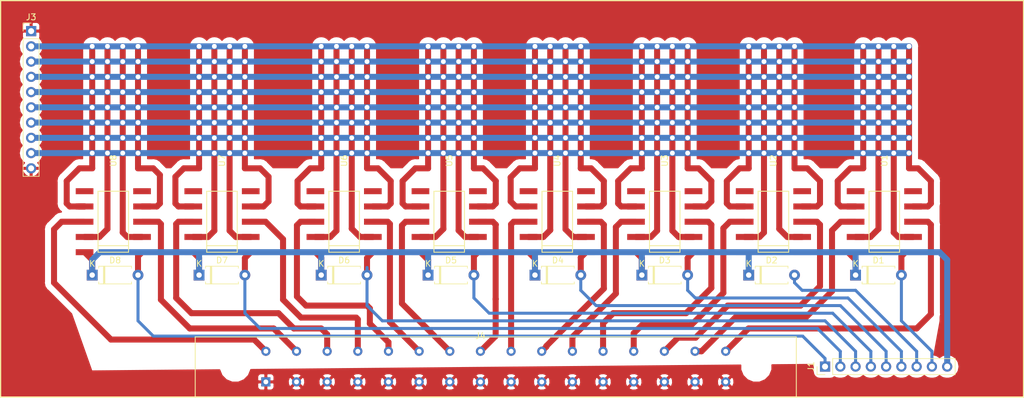
<source format=kicad_pcb>
(kicad_pcb (version 20171130) (host pcbnew 5.0.2-bee76a0~70~ubuntu16.04.1)

  (general
    (thickness 1.6)
    (drawings 4)
    (tracks 649)
    (zones 0)
    (modules 19)
    (nets 28)
  )

  (page A4)
  (layers
    (0 F.Cu signal)
    (31 B.Cu signal)
    (32 B.Adhes user)
    (33 F.Adhes user)
    (34 B.Paste user)
    (35 F.Paste user)
    (36 B.SilkS user)
    (37 F.SilkS user)
    (38 B.Mask user)
    (39 F.Mask user)
    (40 Dwgs.User user)
    (41 Cmts.User user)
    (42 Eco1.User user)
    (43 Eco2.User user)
    (44 Edge.Cuts user)
    (45 Margin user)
    (46 B.CrtYd user)
    (47 F.CrtYd user)
    (48 B.Fab user)
    (49 F.Fab user)
  )

  (setup
    (last_trace_width 1)
    (trace_clearance 1)
    (zone_clearance 0.508)
    (zone_45_only no)
    (trace_min 0.2)
    (segment_width 0.2)
    (edge_width 0.15)
    (via_size 1)
    (via_drill 0.8)
    (via_min_size 0.4)
    (via_min_drill 0.3)
    (uvia_size 0.3)
    (uvia_drill 0.1)
    (uvias_allowed no)
    (uvia_min_size 0.2)
    (uvia_min_drill 0.1)
    (pcb_text_width 0.3)
    (pcb_text_size 1.5 1.5)
    (mod_edge_width 0.15)
    (mod_text_size 1 1)
    (mod_text_width 0.15)
    (pad_size 1.524 1.524)
    (pad_drill 0.762)
    (pad_to_mask_clearance 0.051)
    (solder_mask_min_width 0.25)
    (aux_axis_origin 0 0)
    (visible_elements FFFFFF7F)
    (pcbplotparams
      (layerselection 0x010fc_ffffffff)
      (usegerberextensions false)
      (usegerberattributes false)
      (usegerberadvancedattributes false)
      (creategerberjobfile false)
      (excludeedgelayer true)
      (linewidth 0.100000)
      (plotframeref false)
      (viasonmask false)
      (mode 1)
      (useauxorigin false)
      (hpglpennumber 1)
      (hpglpenspeed 20)
      (hpglpendiameter 15.000000)
      (psnegative false)
      (psa4output false)
      (plotreference true)
      (plotvalue true)
      (plotinvisibletext false)
      (padsonsilk false)
      (subtractmaskfromsilk false)
      (outputformat 1)
      (mirror false)
      (drillshape 1)
      (scaleselection 1)
      (outputdirectory ""))
  )

  (net 0 "")
  (net 1 /relaysheet/Relais1)
  (net 2 +9V)
  (net 3 /relaysheet/Relais5)
  (net 4 /relaysheet/Relais2)
  (net 5 /relaysheet/Relais6)
  (net 6 /relaysheet/Relais3)
  (net 7 /relaysheet/Relais7)
  (net 8 /relaysheet/Relais4)
  (net 9 /relaysheet/Relais8)
  (net 10 GNDA)
  (net 11 /relaysheet/R1B_out)
  (net 12 /relaysheet/R1A_out)
  (net 13 /relaysheet/R1A_NC)
  (net 14 /relaysheet/R5B_out)
  (net 15 /relaysheet/R5A_out)
  (net 16 /relaysheet/R2B_out)
  (net 17 /relaysheet/R2A_out)
  (net 18 /relaysheet/R6A_out)
  (net 19 /relaysheet/R6B_out)
  (net 20 /relaysheet/R3A_out)
  (net 21 /relaysheet/R3B_out)
  (net 22 /relaysheet/R7B_out)
  (net 23 /relaysheet/R7A_out)
  (net 24 /relaysheet/R4A_out)
  (net 25 /relaysheet/R4B_out)
  (net 26 /relaysheet/R8A_out)
  (net 27 /relaysheet/R8B_out)

  (net_class Default "This is the default net class."
    (clearance 1)
    (trace_width 1)
    (via_dia 1)
    (via_drill 0.8)
    (uvia_dia 0.3)
    (uvia_drill 0.1)
    (add_net +9V)
    (add_net /relaysheet/R1A_NC)
    (add_net /relaysheet/R1A_out)
    (add_net /relaysheet/R1B_out)
    (add_net /relaysheet/R2A_out)
    (add_net /relaysheet/R2B_out)
    (add_net /relaysheet/R3A_out)
    (add_net /relaysheet/R3B_out)
    (add_net /relaysheet/R4A_out)
    (add_net /relaysheet/R4B_out)
    (add_net /relaysheet/R5A_out)
    (add_net /relaysheet/R5B_out)
    (add_net /relaysheet/R6A_out)
    (add_net /relaysheet/R6B_out)
    (add_net /relaysheet/R7A_out)
    (add_net /relaysheet/R7B_out)
    (add_net /relaysheet/R8A_out)
    (add_net /relaysheet/R8B_out)
    (add_net /relaysheet/Relais1)
    (add_net /relaysheet/Relais2)
    (add_net /relaysheet/Relais3)
    (add_net /relaysheet/Relais4)
    (add_net /relaysheet/Relais5)
    (add_net /relaysheet/Relais6)
    (add_net /relaysheet/Relais7)
    (add_net /relaysheet/Relais8)
    (add_net GNDA)
  )

  (module Connector_PinHeader_2.54mm:PinHeader_1x09_P2.54mm_Vertical (layer F.Cu) (tedit 59FED5CC) (tstamp 5CD2D653)
    (at 149.86 73.66 90)
    (descr "Through hole straight pin header, 1x09, 2.54mm pitch, single row")
    (tags "Through hole pin header THT 1x09 2.54mm single row")
    (path /5CD2A3B0)
    (fp_text reference J1 (at 0 -2.33 90) (layer F.SilkS)
      (effects (font (size 1 1) (thickness 0.15)))
    )
    (fp_text value Conn_01x09_Male (at 0 22.65 90) (layer F.Fab)
      (effects (font (size 1 1) (thickness 0.15)))
    )
    (fp_text user %R (at 0 10.16 180) (layer F.Fab)
      (effects (font (size 1 1) (thickness 0.15)))
    )
    (fp_line (start 1.8 -1.8) (end -1.8 -1.8) (layer F.CrtYd) (width 0.05))
    (fp_line (start 1.8 22.1) (end 1.8 -1.8) (layer F.CrtYd) (width 0.05))
    (fp_line (start -1.8 22.1) (end 1.8 22.1) (layer F.CrtYd) (width 0.05))
    (fp_line (start -1.8 -1.8) (end -1.8 22.1) (layer F.CrtYd) (width 0.05))
    (fp_line (start -1.33 -1.33) (end 0 -1.33) (layer F.SilkS) (width 0.12))
    (fp_line (start -1.33 0) (end -1.33 -1.33) (layer F.SilkS) (width 0.12))
    (fp_line (start -1.33 1.27) (end 1.33 1.27) (layer F.SilkS) (width 0.12))
    (fp_line (start 1.33 1.27) (end 1.33 21.65) (layer F.SilkS) (width 0.12))
    (fp_line (start -1.33 1.27) (end -1.33 21.65) (layer F.SilkS) (width 0.12))
    (fp_line (start -1.33 21.65) (end 1.33 21.65) (layer F.SilkS) (width 0.12))
    (fp_line (start -1.27 -0.635) (end -0.635 -1.27) (layer F.Fab) (width 0.1))
    (fp_line (start -1.27 21.59) (end -1.27 -0.635) (layer F.Fab) (width 0.1))
    (fp_line (start 1.27 21.59) (end -1.27 21.59) (layer F.Fab) (width 0.1))
    (fp_line (start 1.27 -1.27) (end 1.27 21.59) (layer F.Fab) (width 0.1))
    (fp_line (start -0.635 -1.27) (end 1.27 -1.27) (layer F.Fab) (width 0.1))
    (pad 9 thru_hole oval (at 0 20.32 90) (size 1.7 1.7) (drill 1) (layers *.Cu *.Mask)
      (net 2 +9V))
    (pad 8 thru_hole oval (at 0 17.78 90) (size 1.7 1.7) (drill 1) (layers *.Cu *.Mask)
      (net 1 /relaysheet/Relais1))
    (pad 7 thru_hole oval (at 0 15.24 90) (size 1.7 1.7) (drill 1) (layers *.Cu *.Mask)
      (net 4 /relaysheet/Relais2))
    (pad 6 thru_hole oval (at 0 12.7 90) (size 1.7 1.7) (drill 1) (layers *.Cu *.Mask)
      (net 6 /relaysheet/Relais3))
    (pad 5 thru_hole oval (at 0 10.16 90) (size 1.7 1.7) (drill 1) (layers *.Cu *.Mask)
      (net 8 /relaysheet/Relais4))
    (pad 4 thru_hole oval (at 0 7.62 90) (size 1.7 1.7) (drill 1) (layers *.Cu *.Mask)
      (net 3 /relaysheet/Relais5))
    (pad 3 thru_hole oval (at 0 5.08 90) (size 1.7 1.7) (drill 1) (layers *.Cu *.Mask)
      (net 5 /relaysheet/Relais6))
    (pad 2 thru_hole oval (at 0 2.54 90) (size 1.7 1.7) (drill 1) (layers *.Cu *.Mask)
      (net 7 /relaysheet/Relais7))
    (pad 1 thru_hole rect (at 0 0 90) (size 1.7 1.7) (drill 1) (layers *.Cu *.Mask)
      (net 9 /relaysheet/Relais8))
    (model ${KISYS3DMOD}/Connector_PinHeader_2.54mm.3dshapes/PinHeader_1x09_P2.54mm_Vertical.wrl
      (at (xyz 0 0 0))
      (scale (xyz 1 1 1))
      (rotate (xyz 0 0 0))
    )
  )

  (module footprints:NEC-EB2-12NU (layer F.Cu) (tedit 5CD1A950) (tstamp 5CD2D6D0)
    (at 159.72 49.53 90)
    (path /5CD2BD35/5CD2D6AA)
    (fp_text reference U1 (at 10.16 0 90) (layer F.SilkS)
      (effects (font (size 1 1) (thickness 0.15)))
    )
    (fp_text value NEC-EB2-12NU (at 0 0 90) (layer F.Fab)
      (effects (font (size 1 1) (thickness 0.15)))
    )
    (fp_line (start -7.15 -4.65) (end 7.15 -4.65) (layer F.Fab) (width 0.15))
    (fp_line (start 7.15 -4.65) (end 7.15 4.65) (layer F.Fab) (width 0.15))
    (fp_line (start 7.15 4.65) (end -7.15 4.65) (layer F.Fab) (width 0.15))
    (fp_line (start -7.15 4.65) (end -7.15 -4.65) (layer F.Fab) (width 0.15))
    (fp_line (start -6 -4.65) (end -6 4.65) (layer F.Fab) (width 0.15))
    (fp_line (start -5.08 -2.54) (end 5.08 -2.54) (layer F.SilkS) (width 0.15))
    (fp_line (start 5.08 -2.54) (end 5.08 2.54) (layer F.SilkS) (width 0.15))
    (fp_line (start 5.08 2.54) (end -5.08 2.54) (layer F.SilkS) (width 0.15))
    (fp_line (start -5.08 2.54) (end -5.08 -2.54) (layer F.SilkS) (width 0.15))
    (fp_line (start -4 -2.54) (end -4 2.54) (layer F.SilkS) (width 0.15))
    (pad 1 smd rect (at -5.08 -4.78 90) (size 1 2.94) (layers F.Cu F.Paste F.Mask)
      (net 2 +9V))
    (pad 2 smd rect (at -2.54 -4.78 90) (size 1 2.94) (layers F.Cu F.Paste F.Mask)
      (net 13 /relaysheet/R1A_NC))
    (pad 3 smd rect (at 0 -4.78 90) (size 1 2.94) (layers F.Cu F.Paste F.Mask)
      (net 12 /relaysheet/R1A_out))
    (pad 4 smd rect (at 2.54 -4.78 90) (size 1 2.94) (layers F.Cu F.Paste F.Mask)
      (net 13 /relaysheet/R1A_NC))
    (pad 5 smd rect (at 5.08 -4.78 90) (size 1 2.94) (layers F.Cu F.Paste F.Mask))
    (pad 6 smd rect (at 5.08 4.78 90) (size 1 2.94) (layers F.Cu F.Paste F.Mask))
    (pad 7 smd rect (at 2.54 4.78 90) (size 1 2.94) (layers F.Cu F.Paste F.Mask)
      (net 13 /relaysheet/R1A_NC))
    (pad 8 smd rect (at 0 4.78 90) (size 1 2.94) (layers F.Cu F.Paste F.Mask)
      (net 11 /relaysheet/R1B_out))
    (pad 9 smd rect (at -2.54 4.78 90) (size 1 2.94) (layers F.Cu F.Paste F.Mask)
      (net 13 /relaysheet/R1A_NC))
    (pad 10 smd rect (at -5.08 4.78 90) (size 1 2.94) (layers F.Cu F.Paste F.Mask)
      (net 1 /relaysheet/Relais1))
  )

  (module footprints:NEC-EB2-12NU (layer F.Cu) (tedit 5CD1A950) (tstamp 5CD2F79B)
    (at 141.27 49.53 90)
    (path /5CD2BD35/5CD30362)
    (fp_text reference U2 (at 10.16 0 90) (layer F.SilkS)
      (effects (font (size 1 1) (thickness 0.15)))
    )
    (fp_text value NEC-EB2-12NU (at 0 0 90) (layer F.Fab)
      (effects (font (size 1 1) (thickness 0.15)))
    )
    (fp_line (start -7.15 -4.65) (end 7.15 -4.65) (layer F.Fab) (width 0.15))
    (fp_line (start 7.15 -4.65) (end 7.15 4.65) (layer F.Fab) (width 0.15))
    (fp_line (start 7.15 4.65) (end -7.15 4.65) (layer F.Fab) (width 0.15))
    (fp_line (start -7.15 4.65) (end -7.15 -4.65) (layer F.Fab) (width 0.15))
    (fp_line (start -6 -4.65) (end -6 4.65) (layer F.Fab) (width 0.15))
    (fp_line (start -5.08 -2.54) (end 5.08 -2.54) (layer F.SilkS) (width 0.15))
    (fp_line (start 5.08 -2.54) (end 5.08 2.54) (layer F.SilkS) (width 0.15))
    (fp_line (start 5.08 2.54) (end -5.08 2.54) (layer F.SilkS) (width 0.15))
    (fp_line (start -5.08 2.54) (end -5.08 -2.54) (layer F.SilkS) (width 0.15))
    (fp_line (start -4 -2.54) (end -4 2.54) (layer F.SilkS) (width 0.15))
    (pad 1 smd rect (at -5.08 -4.78 90) (size 1 2.94) (layers F.Cu F.Paste F.Mask)
      (net 2 +9V))
    (pad 2 smd rect (at -2.54 -4.78 90) (size 1 2.94) (layers F.Cu F.Paste F.Mask)
      (net 13 /relaysheet/R1A_NC))
    (pad 3 smd rect (at 0 -4.78 90) (size 1 2.94) (layers F.Cu F.Paste F.Mask)
      (net 17 /relaysheet/R2A_out))
    (pad 4 smd rect (at 2.54 -4.78 90) (size 1 2.94) (layers F.Cu F.Paste F.Mask)
      (net 13 /relaysheet/R1A_NC))
    (pad 5 smd rect (at 5.08 -4.78 90) (size 1 2.94) (layers F.Cu F.Paste F.Mask))
    (pad 6 smd rect (at 5.08 4.78 90) (size 1 2.94) (layers F.Cu F.Paste F.Mask))
    (pad 7 smd rect (at 2.54 4.78 90) (size 1 2.94) (layers F.Cu F.Paste F.Mask)
      (net 13 /relaysheet/R1A_NC))
    (pad 8 smd rect (at 0 4.78 90) (size 1 2.94) (layers F.Cu F.Paste F.Mask)
      (net 16 /relaysheet/R2B_out))
    (pad 9 smd rect (at -2.54 4.78 90) (size 1 2.94) (layers F.Cu F.Paste F.Mask)
      (net 13 /relaysheet/R1A_NC))
    (pad 10 smd rect (at -5.08 4.78 90) (size 1 2.94) (layers F.Cu F.Paste F.Mask)
      (net 4 /relaysheet/Relais2))
  )

  (module footprints:NEC-EB2-12NU (layer F.Cu) (tedit 5CD1A950) (tstamp 5CD2D700)
    (at 123.19 49.53 90)
    (path /5CD2BD35/5CD316D2)
    (fp_text reference U3 (at 10.16 0 90) (layer F.SilkS)
      (effects (font (size 1 1) (thickness 0.15)))
    )
    (fp_text value NEC-EB2-12NU (at 0 0 90) (layer F.Fab)
      (effects (font (size 1 1) (thickness 0.15)))
    )
    (fp_line (start -7.15 -4.65) (end 7.15 -4.65) (layer F.Fab) (width 0.15))
    (fp_line (start 7.15 -4.65) (end 7.15 4.65) (layer F.Fab) (width 0.15))
    (fp_line (start 7.15 4.65) (end -7.15 4.65) (layer F.Fab) (width 0.15))
    (fp_line (start -7.15 4.65) (end -7.15 -4.65) (layer F.Fab) (width 0.15))
    (fp_line (start -6 -4.65) (end -6 4.65) (layer F.Fab) (width 0.15))
    (fp_line (start -5.08 -2.54) (end 5.08 -2.54) (layer F.SilkS) (width 0.15))
    (fp_line (start 5.08 -2.54) (end 5.08 2.54) (layer F.SilkS) (width 0.15))
    (fp_line (start 5.08 2.54) (end -5.08 2.54) (layer F.SilkS) (width 0.15))
    (fp_line (start -5.08 2.54) (end -5.08 -2.54) (layer F.SilkS) (width 0.15))
    (fp_line (start -4 -2.54) (end -4 2.54) (layer F.SilkS) (width 0.15))
    (pad 1 smd rect (at -5.08 -4.78 90) (size 1 2.94) (layers F.Cu F.Paste F.Mask)
      (net 2 +9V))
    (pad 2 smd rect (at -2.54 -4.78 90) (size 1 2.94) (layers F.Cu F.Paste F.Mask)
      (net 13 /relaysheet/R1A_NC))
    (pad 3 smd rect (at 0 -4.78 90) (size 1 2.94) (layers F.Cu F.Paste F.Mask)
      (net 20 /relaysheet/R3A_out))
    (pad 4 smd rect (at 2.54 -4.78 90) (size 1 2.94) (layers F.Cu F.Paste F.Mask)
      (net 13 /relaysheet/R1A_NC))
    (pad 5 smd rect (at 5.08 -4.78 90) (size 1 2.94) (layers F.Cu F.Paste F.Mask))
    (pad 6 smd rect (at 5.08 4.78 90) (size 1 2.94) (layers F.Cu F.Paste F.Mask))
    (pad 7 smd rect (at 2.54 4.78 90) (size 1 2.94) (layers F.Cu F.Paste F.Mask)
      (net 13 /relaysheet/R1A_NC))
    (pad 8 smd rect (at 0 4.78 90) (size 1 2.94) (layers F.Cu F.Paste F.Mask)
      (net 21 /relaysheet/R3B_out))
    (pad 9 smd rect (at -2.54 4.78 90) (size 1 2.94) (layers F.Cu F.Paste F.Mask)
      (net 13 /relaysheet/R1A_NC))
    (pad 10 smd rect (at -5.08 4.78 90) (size 1 2.94) (layers F.Cu F.Paste F.Mask)
      (net 6 /relaysheet/Relais3))
  )

  (module footprints:NEC-EB2-12NU (layer F.Cu) (tedit 5CD1A950) (tstamp 5CD30B02)
    (at 105.31 49.53 90)
    (path /5CD2BD35/5CD31724)
    (fp_text reference U4 (at 10.16 0 90) (layer F.SilkS)
      (effects (font (size 1 1) (thickness 0.15)))
    )
    (fp_text value NEC-EB2-12NU (at 0 0 90) (layer F.Fab)
      (effects (font (size 1 1) (thickness 0.15)))
    )
    (fp_line (start -4 -2.54) (end -4 2.54) (layer F.SilkS) (width 0.15))
    (fp_line (start -5.08 2.54) (end -5.08 -2.54) (layer F.SilkS) (width 0.15))
    (fp_line (start 5.08 2.54) (end -5.08 2.54) (layer F.SilkS) (width 0.15))
    (fp_line (start 5.08 -2.54) (end 5.08 2.54) (layer F.SilkS) (width 0.15))
    (fp_line (start -5.08 -2.54) (end 5.08 -2.54) (layer F.SilkS) (width 0.15))
    (fp_line (start -6 -4.65) (end -6 4.65) (layer F.Fab) (width 0.15))
    (fp_line (start -7.15 4.65) (end -7.15 -4.65) (layer F.Fab) (width 0.15))
    (fp_line (start 7.15 4.65) (end -7.15 4.65) (layer F.Fab) (width 0.15))
    (fp_line (start 7.15 -4.65) (end 7.15 4.65) (layer F.Fab) (width 0.15))
    (fp_line (start -7.15 -4.65) (end 7.15 -4.65) (layer F.Fab) (width 0.15))
    (pad 10 smd rect (at -5.08 4.78 90) (size 1 2.94) (layers F.Cu F.Paste F.Mask)
      (net 8 /relaysheet/Relais4))
    (pad 9 smd rect (at -2.54 4.78 90) (size 1 2.94) (layers F.Cu F.Paste F.Mask)
      (net 13 /relaysheet/R1A_NC))
    (pad 8 smd rect (at 0 4.78 90) (size 1 2.94) (layers F.Cu F.Paste F.Mask)
      (net 25 /relaysheet/R4B_out))
    (pad 7 smd rect (at 2.54 4.78 90) (size 1 2.94) (layers F.Cu F.Paste F.Mask)
      (net 13 /relaysheet/R1A_NC))
    (pad 6 smd rect (at 5.08 4.78 90) (size 1 2.94) (layers F.Cu F.Paste F.Mask))
    (pad 5 smd rect (at 5.08 -4.78 90) (size 1 2.94) (layers F.Cu F.Paste F.Mask))
    (pad 4 smd rect (at 2.54 -4.78 90) (size 1 2.94) (layers F.Cu F.Paste F.Mask)
      (net 13 /relaysheet/R1A_NC))
    (pad 3 smd rect (at 0 -4.78 90) (size 1 2.94) (layers F.Cu F.Paste F.Mask)
      (net 24 /relaysheet/R4A_out))
    (pad 2 smd rect (at -2.54 -4.78 90) (size 1 2.94) (layers F.Cu F.Paste F.Mask)
      (net 13 /relaysheet/R1A_NC))
    (pad 1 smd rect (at -5.08 -4.78 90) (size 1 2.94) (layers F.Cu F.Paste F.Mask)
      (net 2 +9V))
  )

  (module footprints:NEC-EB2-12NU (layer F.Cu) (tedit 5CD1A950) (tstamp 5CD2D730)
    (at 87.33 49.53 90)
    (path /5CD2BD35/5CD2FCCA)
    (fp_text reference U5 (at 10.16 0 90) (layer F.SilkS)
      (effects (font (size 1 1) (thickness 0.15)))
    )
    (fp_text value NEC-EB2-12NU (at 0 0 90) (layer F.Fab)
      (effects (font (size 1 1) (thickness 0.15)))
    )
    (fp_line (start -4 -2.54) (end -4 2.54) (layer F.SilkS) (width 0.15))
    (fp_line (start -5.08 2.54) (end -5.08 -2.54) (layer F.SilkS) (width 0.15))
    (fp_line (start 5.08 2.54) (end -5.08 2.54) (layer F.SilkS) (width 0.15))
    (fp_line (start 5.08 -2.54) (end 5.08 2.54) (layer F.SilkS) (width 0.15))
    (fp_line (start -5.08 -2.54) (end 5.08 -2.54) (layer F.SilkS) (width 0.15))
    (fp_line (start -6 -4.65) (end -6 4.65) (layer F.Fab) (width 0.15))
    (fp_line (start -7.15 4.65) (end -7.15 -4.65) (layer F.Fab) (width 0.15))
    (fp_line (start 7.15 4.65) (end -7.15 4.65) (layer F.Fab) (width 0.15))
    (fp_line (start 7.15 -4.65) (end 7.15 4.65) (layer F.Fab) (width 0.15))
    (fp_line (start -7.15 -4.65) (end 7.15 -4.65) (layer F.Fab) (width 0.15))
    (pad 10 smd rect (at -5.08 4.78 90) (size 1 2.94) (layers F.Cu F.Paste F.Mask)
      (net 3 /relaysheet/Relais5))
    (pad 9 smd rect (at -2.54 4.78 90) (size 1 2.94) (layers F.Cu F.Paste F.Mask)
      (net 13 /relaysheet/R1A_NC))
    (pad 8 smd rect (at 0 4.78 90) (size 1 2.94) (layers F.Cu F.Paste F.Mask)
      (net 14 /relaysheet/R5B_out))
    (pad 7 smd rect (at 2.54 4.78 90) (size 1 2.94) (layers F.Cu F.Paste F.Mask)
      (net 13 /relaysheet/R1A_NC))
    (pad 6 smd rect (at 5.08 4.78 90) (size 1 2.94) (layers F.Cu F.Paste F.Mask))
    (pad 5 smd rect (at 5.08 -4.78 90) (size 1 2.94) (layers F.Cu F.Paste F.Mask))
    (pad 4 smd rect (at 2.54 -4.78 90) (size 1 2.94) (layers F.Cu F.Paste F.Mask)
      (net 13 /relaysheet/R1A_NC))
    (pad 3 smd rect (at 0 -4.78 90) (size 1 2.94) (layers F.Cu F.Paste F.Mask)
      (net 15 /relaysheet/R5A_out))
    (pad 2 smd rect (at -2.54 -4.78 90) (size 1 2.94) (layers F.Cu F.Paste F.Mask)
      (net 13 /relaysheet/R1A_NC))
    (pad 1 smd rect (at -5.08 -4.78 90) (size 1 2.94) (layers F.Cu F.Paste F.Mask)
      (net 2 +9V))
  )

  (module footprints:NEC-EB2-12NU (layer F.Cu) (tedit 5CD1A950) (tstamp 5CD2D748)
    (at 69.85 49.53 90)
    (path /5CD2BD35/5CD3038B)
    (fp_text reference U6 (at 10.16 0 90) (layer F.SilkS)
      (effects (font (size 1 1) (thickness 0.15)))
    )
    (fp_text value NEC-EB2-12NU (at 0 0 90) (layer F.Fab)
      (effects (font (size 1 1) (thickness 0.15)))
    )
    (fp_line (start -4 -2.54) (end -4 2.54) (layer F.SilkS) (width 0.15))
    (fp_line (start -5.08 2.54) (end -5.08 -2.54) (layer F.SilkS) (width 0.15))
    (fp_line (start 5.08 2.54) (end -5.08 2.54) (layer F.SilkS) (width 0.15))
    (fp_line (start 5.08 -2.54) (end 5.08 2.54) (layer F.SilkS) (width 0.15))
    (fp_line (start -5.08 -2.54) (end 5.08 -2.54) (layer F.SilkS) (width 0.15))
    (fp_line (start -6 -4.65) (end -6 4.65) (layer F.Fab) (width 0.15))
    (fp_line (start -7.15 4.65) (end -7.15 -4.65) (layer F.Fab) (width 0.15))
    (fp_line (start 7.15 4.65) (end -7.15 4.65) (layer F.Fab) (width 0.15))
    (fp_line (start 7.15 -4.65) (end 7.15 4.65) (layer F.Fab) (width 0.15))
    (fp_line (start -7.15 -4.65) (end 7.15 -4.65) (layer F.Fab) (width 0.15))
    (pad 10 smd rect (at -5.08 4.78 90) (size 1 2.94) (layers F.Cu F.Paste F.Mask)
      (net 5 /relaysheet/Relais6))
    (pad 9 smd rect (at -2.54 4.78 90) (size 1 2.94) (layers F.Cu F.Paste F.Mask)
      (net 13 /relaysheet/R1A_NC))
    (pad 8 smd rect (at 0 4.78 90) (size 1 2.94) (layers F.Cu F.Paste F.Mask)
      (net 19 /relaysheet/R6B_out))
    (pad 7 smd rect (at 2.54 4.78 90) (size 1 2.94) (layers F.Cu F.Paste F.Mask)
      (net 13 /relaysheet/R1A_NC))
    (pad 6 smd rect (at 5.08 4.78 90) (size 1 2.94) (layers F.Cu F.Paste F.Mask))
    (pad 5 smd rect (at 5.08 -4.78 90) (size 1 2.94) (layers F.Cu F.Paste F.Mask))
    (pad 4 smd rect (at 2.54 -4.78 90) (size 1 2.94) (layers F.Cu F.Paste F.Mask)
      (net 13 /relaysheet/R1A_NC))
    (pad 3 smd rect (at 0 -4.78 90) (size 1 2.94) (layers F.Cu F.Paste F.Mask)
      (net 18 /relaysheet/R6A_out))
    (pad 2 smd rect (at -2.54 -4.78 90) (size 1 2.94) (layers F.Cu F.Paste F.Mask)
      (net 13 /relaysheet/R1A_NC))
    (pad 1 smd rect (at -5.08 -4.78 90) (size 1 2.94) (layers F.Cu F.Paste F.Mask)
      (net 2 +9V))
  )

  (module footprints:NEC-EB2-12NU (layer F.Cu) (tedit 5CD1A950) (tstamp 5CD2DE4A)
    (at 49.53 49.53 90)
    (path /5CD2BD35/5CD316FB)
    (fp_text reference U7 (at 10.16 0 90) (layer F.SilkS)
      (effects (font (size 1 1) (thickness 0.15)))
    )
    (fp_text value NEC-EB2-12NU (at 0 0 90) (layer F.Fab)
      (effects (font (size 1 1) (thickness 0.15)))
    )
    (fp_line (start -4 -2.54) (end -4 2.54) (layer F.SilkS) (width 0.15))
    (fp_line (start -5.08 2.54) (end -5.08 -2.54) (layer F.SilkS) (width 0.15))
    (fp_line (start 5.08 2.54) (end -5.08 2.54) (layer F.SilkS) (width 0.15))
    (fp_line (start 5.08 -2.54) (end 5.08 2.54) (layer F.SilkS) (width 0.15))
    (fp_line (start -5.08 -2.54) (end 5.08 -2.54) (layer F.SilkS) (width 0.15))
    (fp_line (start -6 -4.65) (end -6 4.65) (layer F.Fab) (width 0.15))
    (fp_line (start -7.15 4.65) (end -7.15 -4.65) (layer F.Fab) (width 0.15))
    (fp_line (start 7.15 4.65) (end -7.15 4.65) (layer F.Fab) (width 0.15))
    (fp_line (start 7.15 -4.65) (end 7.15 4.65) (layer F.Fab) (width 0.15))
    (fp_line (start -7.15 -4.65) (end 7.15 -4.65) (layer F.Fab) (width 0.15))
    (pad 10 smd rect (at -5.08 4.78 90) (size 1 2.94) (layers F.Cu F.Paste F.Mask)
      (net 7 /relaysheet/Relais7))
    (pad 9 smd rect (at -2.54 4.78 90) (size 1 2.94) (layers F.Cu F.Paste F.Mask)
      (net 13 /relaysheet/R1A_NC))
    (pad 8 smd rect (at 0 4.78 90) (size 1 2.94) (layers F.Cu F.Paste F.Mask)
      (net 22 /relaysheet/R7B_out))
    (pad 7 smd rect (at 2.54 4.78 90) (size 1 2.94) (layers F.Cu F.Paste F.Mask)
      (net 13 /relaysheet/R1A_NC))
    (pad 6 smd rect (at 5.08 4.78 90) (size 1 2.94) (layers F.Cu F.Paste F.Mask))
    (pad 5 smd rect (at 5.08 -4.78 90) (size 1 2.94) (layers F.Cu F.Paste F.Mask))
    (pad 4 smd rect (at 2.54 -4.78 90) (size 1 2.94) (layers F.Cu F.Paste F.Mask)
      (net 13 /relaysheet/R1A_NC))
    (pad 3 smd rect (at 0 -4.78 90) (size 1 2.94) (layers F.Cu F.Paste F.Mask)
      (net 23 /relaysheet/R7A_out))
    (pad 2 smd rect (at -2.54 -4.78 90) (size 1 2.94) (layers F.Cu F.Paste F.Mask)
      (net 13 /relaysheet/R1A_NC))
    (pad 1 smd rect (at -5.08 -4.78 90) (size 1 2.94) (layers F.Cu F.Paste F.Mask)
      (net 2 +9V))
  )

  (module footprints:NEC-EB2-12NU (layer F.Cu) (tedit 5CD1A950) (tstamp 5CD30EC6)
    (at 31.45 49.53 90)
    (path /5CD2BD35/5CD3174D)
    (fp_text reference U8 (at 10.16 0 90) (layer F.SilkS)
      (effects (font (size 1 1) (thickness 0.15)))
    )
    (fp_text value NEC-EB2-12NU (at 0 0 90) (layer F.Fab)
      (effects (font (size 1 1) (thickness 0.15)))
    )
    (fp_line (start -4 -2.54) (end -4 2.54) (layer F.SilkS) (width 0.15))
    (fp_line (start -5.08 2.54) (end -5.08 -2.54) (layer F.SilkS) (width 0.15))
    (fp_line (start 5.08 2.54) (end -5.08 2.54) (layer F.SilkS) (width 0.15))
    (fp_line (start 5.08 -2.54) (end 5.08 2.54) (layer F.SilkS) (width 0.15))
    (fp_line (start -5.08 -2.54) (end 5.08 -2.54) (layer F.SilkS) (width 0.15))
    (fp_line (start -6 -4.65) (end -6 4.65) (layer F.Fab) (width 0.15))
    (fp_line (start -7.15 4.65) (end -7.15 -4.65) (layer F.Fab) (width 0.15))
    (fp_line (start 7.15 4.65) (end -7.15 4.65) (layer F.Fab) (width 0.15))
    (fp_line (start 7.15 -4.65) (end 7.15 4.65) (layer F.Fab) (width 0.15))
    (fp_line (start -7.15 -4.65) (end 7.15 -4.65) (layer F.Fab) (width 0.15))
    (pad 10 smd rect (at -5.08 4.78 90) (size 1 2.94) (layers F.Cu F.Paste F.Mask)
      (net 9 /relaysheet/Relais8))
    (pad 9 smd rect (at -2.54 4.78 90) (size 1 2.94) (layers F.Cu F.Paste F.Mask)
      (net 13 /relaysheet/R1A_NC))
    (pad 8 smd rect (at 0 4.78 90) (size 1 2.94) (layers F.Cu F.Paste F.Mask)
      (net 27 /relaysheet/R8B_out))
    (pad 7 smd rect (at 2.54 4.78 90) (size 1 2.94) (layers F.Cu F.Paste F.Mask)
      (net 13 /relaysheet/R1A_NC))
    (pad 6 smd rect (at 5.08 4.78 90) (size 1 2.94) (layers F.Cu F.Paste F.Mask))
    (pad 5 smd rect (at 5.08 -4.78 90) (size 1 2.94) (layers F.Cu F.Paste F.Mask))
    (pad 4 smd rect (at 2.54 -4.78 90) (size 1 2.94) (layers F.Cu F.Paste F.Mask)
      (net 13 /relaysheet/R1A_NC))
    (pad 3 smd rect (at 0 -4.78 90) (size 1 2.94) (layers F.Cu F.Paste F.Mask)
      (net 26 /relaysheet/R8A_out))
    (pad 2 smd rect (at -2.54 -4.78 90) (size 1 2.94) (layers F.Cu F.Paste F.Mask)
      (net 13 /relaysheet/R1A_NC))
    (pad 1 smd rect (at -5.08 -4.78 90) (size 1 2.94) (layers F.Cu F.Paste F.Mask)
      (net 2 +9V))
  )

  (module Diode_THT:D_A-405_P7.62mm_Horizontal (layer F.Cu) (tedit 5AE50CD5) (tstamp 5CD2F417)
    (at 154.94 58.42)
    (descr "Diode, A-405 series, Axial, Horizontal, pin pitch=7.62mm, , length*diameter=5.2*2.7mm^2, , http://www.diodes.com/_files/packages/A-405.pdf")
    (tags "Diode A-405 series Axial Horizontal pin pitch 7.62mm  length 5.2mm diameter 2.7mm")
    (path /5CD2BD35/5CD2E7CE)
    (fp_text reference D1 (at 3.81 -2.47) (layer F.SilkS)
      (effects (font (size 1 1) (thickness 0.15)))
    )
    (fp_text value D (at 3.81 2.47) (layer F.Fab)
      (effects (font (size 1 1) (thickness 0.15)))
    )
    (fp_line (start 1.21 -1.35) (end 1.21 1.35) (layer F.Fab) (width 0.1))
    (fp_line (start 1.21 1.35) (end 6.41 1.35) (layer F.Fab) (width 0.1))
    (fp_line (start 6.41 1.35) (end 6.41 -1.35) (layer F.Fab) (width 0.1))
    (fp_line (start 6.41 -1.35) (end 1.21 -1.35) (layer F.Fab) (width 0.1))
    (fp_line (start 0 0) (end 1.21 0) (layer F.Fab) (width 0.1))
    (fp_line (start 7.62 0) (end 6.41 0) (layer F.Fab) (width 0.1))
    (fp_line (start 1.99 -1.35) (end 1.99 1.35) (layer F.Fab) (width 0.1))
    (fp_line (start 2.09 -1.35) (end 2.09 1.35) (layer F.Fab) (width 0.1))
    (fp_line (start 1.89 -1.35) (end 1.89 1.35) (layer F.Fab) (width 0.1))
    (fp_line (start 1.09 -1.14) (end 1.09 -1.47) (layer F.SilkS) (width 0.12))
    (fp_line (start 1.09 -1.47) (end 6.53 -1.47) (layer F.SilkS) (width 0.12))
    (fp_line (start 6.53 -1.47) (end 6.53 -1.14) (layer F.SilkS) (width 0.12))
    (fp_line (start 1.09 1.14) (end 1.09 1.47) (layer F.SilkS) (width 0.12))
    (fp_line (start 1.09 1.47) (end 6.53 1.47) (layer F.SilkS) (width 0.12))
    (fp_line (start 6.53 1.47) (end 6.53 1.14) (layer F.SilkS) (width 0.12))
    (fp_line (start 1.99 -1.47) (end 1.99 1.47) (layer F.SilkS) (width 0.12))
    (fp_line (start 2.11 -1.47) (end 2.11 1.47) (layer F.SilkS) (width 0.12))
    (fp_line (start 1.87 -1.47) (end 1.87 1.47) (layer F.SilkS) (width 0.12))
    (fp_line (start -1.15 -1.6) (end -1.15 1.6) (layer F.CrtYd) (width 0.05))
    (fp_line (start -1.15 1.6) (end 8.77 1.6) (layer F.CrtYd) (width 0.05))
    (fp_line (start 8.77 1.6) (end 8.77 -1.6) (layer F.CrtYd) (width 0.05))
    (fp_line (start 8.77 -1.6) (end -1.15 -1.6) (layer F.CrtYd) (width 0.05))
    (fp_text user %R (at 4.2 0) (layer F.Fab)
      (effects (font (size 1 1) (thickness 0.15)))
    )
    (fp_text user K (at 0 -1.9) (layer F.Fab)
      (effects (font (size 1 1) (thickness 0.15)))
    )
    (fp_text user K (at 0 -1.9) (layer F.SilkS)
      (effects (font (size 1 1) (thickness 0.15)))
    )
    (pad 1 thru_hole rect (at 0 0) (size 1.8 1.8) (drill 0.9) (layers *.Cu *.Mask)
      (net 2 +9V))
    (pad 2 thru_hole oval (at 7.62 0) (size 1.8 1.8) (drill 0.9) (layers *.Cu *.Mask)
      (net 1 /relaysheet/Relais1))
    (model ${KISYS3DMOD}/Diode_THT.3dshapes/D_A-405_P7.62mm_Horizontal.wrl
      (at (xyz 0 0 0))
      (scale (xyz 1 1 1))
      (rotate (xyz 0 0 0))
    )
  )

  (module Diode_THT:D_A-405_P7.62mm_Horizontal (layer F.Cu) (tedit 5AE50CD5) (tstamp 5CD2F435)
    (at 137.16 58.42)
    (descr "Diode, A-405 series, Axial, Horizontal, pin pitch=7.62mm, , length*diameter=5.2*2.7mm^2, , http://www.diodes.com/_files/packages/A-405.pdf")
    (tags "Diode A-405 series Axial Horizontal pin pitch 7.62mm  length 5.2mm diameter 2.7mm")
    (path /5CD2BD35/5CD3037D)
    (fp_text reference D2 (at 3.81 -2.47) (layer F.SilkS)
      (effects (font (size 1 1) (thickness 0.15)))
    )
    (fp_text value D (at 3.81 2.47) (layer F.Fab)
      (effects (font (size 1 1) (thickness 0.15)))
    )
    (fp_text user K (at 0 -1.9) (layer F.SilkS)
      (effects (font (size 1 1) (thickness 0.15)))
    )
    (fp_text user K (at 0 -1.9) (layer F.Fab)
      (effects (font (size 1 1) (thickness 0.15)))
    )
    (fp_text user %R (at 4.2 0) (layer F.Fab)
      (effects (font (size 1 1) (thickness 0.15)))
    )
    (fp_line (start 8.77 -1.6) (end -1.15 -1.6) (layer F.CrtYd) (width 0.05))
    (fp_line (start 8.77 1.6) (end 8.77 -1.6) (layer F.CrtYd) (width 0.05))
    (fp_line (start -1.15 1.6) (end 8.77 1.6) (layer F.CrtYd) (width 0.05))
    (fp_line (start -1.15 -1.6) (end -1.15 1.6) (layer F.CrtYd) (width 0.05))
    (fp_line (start 1.87 -1.47) (end 1.87 1.47) (layer F.SilkS) (width 0.12))
    (fp_line (start 2.11 -1.47) (end 2.11 1.47) (layer F.SilkS) (width 0.12))
    (fp_line (start 1.99 -1.47) (end 1.99 1.47) (layer F.SilkS) (width 0.12))
    (fp_line (start 6.53 1.47) (end 6.53 1.14) (layer F.SilkS) (width 0.12))
    (fp_line (start 1.09 1.47) (end 6.53 1.47) (layer F.SilkS) (width 0.12))
    (fp_line (start 1.09 1.14) (end 1.09 1.47) (layer F.SilkS) (width 0.12))
    (fp_line (start 6.53 -1.47) (end 6.53 -1.14) (layer F.SilkS) (width 0.12))
    (fp_line (start 1.09 -1.47) (end 6.53 -1.47) (layer F.SilkS) (width 0.12))
    (fp_line (start 1.09 -1.14) (end 1.09 -1.47) (layer F.SilkS) (width 0.12))
    (fp_line (start 1.89 -1.35) (end 1.89 1.35) (layer F.Fab) (width 0.1))
    (fp_line (start 2.09 -1.35) (end 2.09 1.35) (layer F.Fab) (width 0.1))
    (fp_line (start 1.99 -1.35) (end 1.99 1.35) (layer F.Fab) (width 0.1))
    (fp_line (start 7.62 0) (end 6.41 0) (layer F.Fab) (width 0.1))
    (fp_line (start 0 0) (end 1.21 0) (layer F.Fab) (width 0.1))
    (fp_line (start 6.41 -1.35) (end 1.21 -1.35) (layer F.Fab) (width 0.1))
    (fp_line (start 6.41 1.35) (end 6.41 -1.35) (layer F.Fab) (width 0.1))
    (fp_line (start 1.21 1.35) (end 6.41 1.35) (layer F.Fab) (width 0.1))
    (fp_line (start 1.21 -1.35) (end 1.21 1.35) (layer F.Fab) (width 0.1))
    (pad 2 thru_hole oval (at 7.62 0) (size 1.8 1.8) (drill 0.9) (layers *.Cu *.Mask)
      (net 4 /relaysheet/Relais2))
    (pad 1 thru_hole rect (at 0 0) (size 1.8 1.8) (drill 0.9) (layers *.Cu *.Mask)
      (net 2 +9V))
    (model ${KISYS3DMOD}/Diode_THT.3dshapes/D_A-405_P7.62mm_Horizontal.wrl
      (at (xyz 0 0 0))
      (scale (xyz 1 1 1))
      (rotate (xyz 0 0 0))
    )
  )

  (module Diode_THT:D_A-405_P7.62mm_Horizontal (layer F.Cu) (tedit 5AE50CD5) (tstamp 5CD2F453)
    (at 119.38 58.42)
    (descr "Diode, A-405 series, Axial, Horizontal, pin pitch=7.62mm, , length*diameter=5.2*2.7mm^2, , http://www.diodes.com/_files/packages/A-405.pdf")
    (tags "Diode A-405 series Axial Horizontal pin pitch 7.62mm  length 5.2mm diameter 2.7mm")
    (path /5CD2BD35/5CD316ED)
    (fp_text reference D3 (at 3.81 -2.47) (layer F.SilkS)
      (effects (font (size 1 1) (thickness 0.15)))
    )
    (fp_text value D (at 3.81 2.47) (layer F.Fab)
      (effects (font (size 1 1) (thickness 0.15)))
    )
    (fp_text user K (at 0 -1.9) (layer F.SilkS)
      (effects (font (size 1 1) (thickness 0.15)))
    )
    (fp_text user K (at 0 -1.9) (layer F.Fab)
      (effects (font (size 1 1) (thickness 0.15)))
    )
    (fp_text user %R (at 4.2 0) (layer F.Fab)
      (effects (font (size 1 1) (thickness 0.15)))
    )
    (fp_line (start 8.77 -1.6) (end -1.15 -1.6) (layer F.CrtYd) (width 0.05))
    (fp_line (start 8.77 1.6) (end 8.77 -1.6) (layer F.CrtYd) (width 0.05))
    (fp_line (start -1.15 1.6) (end 8.77 1.6) (layer F.CrtYd) (width 0.05))
    (fp_line (start -1.15 -1.6) (end -1.15 1.6) (layer F.CrtYd) (width 0.05))
    (fp_line (start 1.87 -1.47) (end 1.87 1.47) (layer F.SilkS) (width 0.12))
    (fp_line (start 2.11 -1.47) (end 2.11 1.47) (layer F.SilkS) (width 0.12))
    (fp_line (start 1.99 -1.47) (end 1.99 1.47) (layer F.SilkS) (width 0.12))
    (fp_line (start 6.53 1.47) (end 6.53 1.14) (layer F.SilkS) (width 0.12))
    (fp_line (start 1.09 1.47) (end 6.53 1.47) (layer F.SilkS) (width 0.12))
    (fp_line (start 1.09 1.14) (end 1.09 1.47) (layer F.SilkS) (width 0.12))
    (fp_line (start 6.53 -1.47) (end 6.53 -1.14) (layer F.SilkS) (width 0.12))
    (fp_line (start 1.09 -1.47) (end 6.53 -1.47) (layer F.SilkS) (width 0.12))
    (fp_line (start 1.09 -1.14) (end 1.09 -1.47) (layer F.SilkS) (width 0.12))
    (fp_line (start 1.89 -1.35) (end 1.89 1.35) (layer F.Fab) (width 0.1))
    (fp_line (start 2.09 -1.35) (end 2.09 1.35) (layer F.Fab) (width 0.1))
    (fp_line (start 1.99 -1.35) (end 1.99 1.35) (layer F.Fab) (width 0.1))
    (fp_line (start 7.62 0) (end 6.41 0) (layer F.Fab) (width 0.1))
    (fp_line (start 0 0) (end 1.21 0) (layer F.Fab) (width 0.1))
    (fp_line (start 6.41 -1.35) (end 1.21 -1.35) (layer F.Fab) (width 0.1))
    (fp_line (start 6.41 1.35) (end 6.41 -1.35) (layer F.Fab) (width 0.1))
    (fp_line (start 1.21 1.35) (end 6.41 1.35) (layer F.Fab) (width 0.1))
    (fp_line (start 1.21 -1.35) (end 1.21 1.35) (layer F.Fab) (width 0.1))
    (pad 2 thru_hole oval (at 7.62 0) (size 1.8 1.8) (drill 0.9) (layers *.Cu *.Mask)
      (net 6 /relaysheet/Relais3))
    (pad 1 thru_hole rect (at 0 0) (size 1.8 1.8) (drill 0.9) (layers *.Cu *.Mask)
      (net 2 +9V))
    (model ${KISYS3DMOD}/Diode_THT.3dshapes/D_A-405_P7.62mm_Horizontal.wrl
      (at (xyz 0 0 0))
      (scale (xyz 1 1 1))
      (rotate (xyz 0 0 0))
    )
  )

  (module Diode_THT:D_A-405_P7.62mm_Horizontal (layer F.Cu) (tedit 5AE50CD5) (tstamp 5CD30AAF)
    (at 101.6 58.42)
    (descr "Diode, A-405 series, Axial, Horizontal, pin pitch=7.62mm, , length*diameter=5.2*2.7mm^2, , http://www.diodes.com/_files/packages/A-405.pdf")
    (tags "Diode A-405 series Axial Horizontal pin pitch 7.62mm  length 5.2mm diameter 2.7mm")
    (path /5CD2BD35/5CD3173F)
    (fp_text reference D4 (at 3.81 -2.47) (layer F.SilkS)
      (effects (font (size 1 1) (thickness 0.15)))
    )
    (fp_text value D (at 3.81 2.47) (layer F.Fab)
      (effects (font (size 1 1) (thickness 0.15)))
    )
    (fp_line (start 1.21 -1.35) (end 1.21 1.35) (layer F.Fab) (width 0.1))
    (fp_line (start 1.21 1.35) (end 6.41 1.35) (layer F.Fab) (width 0.1))
    (fp_line (start 6.41 1.35) (end 6.41 -1.35) (layer F.Fab) (width 0.1))
    (fp_line (start 6.41 -1.35) (end 1.21 -1.35) (layer F.Fab) (width 0.1))
    (fp_line (start 0 0) (end 1.21 0) (layer F.Fab) (width 0.1))
    (fp_line (start 7.62 0) (end 6.41 0) (layer F.Fab) (width 0.1))
    (fp_line (start 1.99 -1.35) (end 1.99 1.35) (layer F.Fab) (width 0.1))
    (fp_line (start 2.09 -1.35) (end 2.09 1.35) (layer F.Fab) (width 0.1))
    (fp_line (start 1.89 -1.35) (end 1.89 1.35) (layer F.Fab) (width 0.1))
    (fp_line (start 1.09 -1.14) (end 1.09 -1.47) (layer F.SilkS) (width 0.12))
    (fp_line (start 1.09 -1.47) (end 6.53 -1.47) (layer F.SilkS) (width 0.12))
    (fp_line (start 6.53 -1.47) (end 6.53 -1.14) (layer F.SilkS) (width 0.12))
    (fp_line (start 1.09 1.14) (end 1.09 1.47) (layer F.SilkS) (width 0.12))
    (fp_line (start 1.09 1.47) (end 6.53 1.47) (layer F.SilkS) (width 0.12))
    (fp_line (start 6.53 1.47) (end 6.53 1.14) (layer F.SilkS) (width 0.12))
    (fp_line (start 1.99 -1.47) (end 1.99 1.47) (layer F.SilkS) (width 0.12))
    (fp_line (start 2.11 -1.47) (end 2.11 1.47) (layer F.SilkS) (width 0.12))
    (fp_line (start 1.87 -1.47) (end 1.87 1.47) (layer F.SilkS) (width 0.12))
    (fp_line (start -1.15 -1.6) (end -1.15 1.6) (layer F.CrtYd) (width 0.05))
    (fp_line (start -1.15 1.6) (end 8.77 1.6) (layer F.CrtYd) (width 0.05))
    (fp_line (start 8.77 1.6) (end 8.77 -1.6) (layer F.CrtYd) (width 0.05))
    (fp_line (start 8.77 -1.6) (end -1.15 -1.6) (layer F.CrtYd) (width 0.05))
    (fp_text user %R (at 4.2 0) (layer F.Fab)
      (effects (font (size 1 1) (thickness 0.15)))
    )
    (fp_text user K (at 0 -1.9) (layer F.Fab)
      (effects (font (size 1 1) (thickness 0.15)))
    )
    (fp_text user K (at 0 -1.9) (layer F.SilkS)
      (effects (font (size 1 1) (thickness 0.15)))
    )
    (pad 1 thru_hole rect (at 0 0) (size 1.8 1.8) (drill 0.9) (layers *.Cu *.Mask)
      (net 2 +9V))
    (pad 2 thru_hole oval (at 7.62 0) (size 1.8 1.8) (drill 0.9) (layers *.Cu *.Mask)
      (net 8 /relaysheet/Relais4))
    (model ${KISYS3DMOD}/Diode_THT.3dshapes/D_A-405_P7.62mm_Horizontal.wrl
      (at (xyz 0 0 0))
      (scale (xyz 1 1 1))
      (rotate (xyz 0 0 0))
    )
  )

  (module Diode_THT:D_A-405_P7.62mm_Horizontal (layer F.Cu) (tedit 5AE50CD5) (tstamp 5CD2F48F)
    (at 83.82 58.42)
    (descr "Diode, A-405 series, Axial, Horizontal, pin pitch=7.62mm, , length*diameter=5.2*2.7mm^2, , http://www.diodes.com/_files/packages/A-405.pdf")
    (tags "Diode A-405 series Axial Horizontal pin pitch 7.62mm  length 5.2mm diameter 2.7mm")
    (path /5CD2BD35/5CD2FCE5)
    (fp_text reference D5 (at 3.81 -2.47) (layer F.SilkS)
      (effects (font (size 1 1) (thickness 0.15)))
    )
    (fp_text value D (at 3.81 2.47) (layer F.Fab)
      (effects (font (size 1 1) (thickness 0.15)))
    )
    (fp_text user K (at 0 -1.9) (layer F.SilkS)
      (effects (font (size 1 1) (thickness 0.15)))
    )
    (fp_text user K (at 0 -1.9) (layer F.Fab)
      (effects (font (size 1 1) (thickness 0.15)))
    )
    (fp_text user %R (at 4.2 0) (layer F.Fab)
      (effects (font (size 1 1) (thickness 0.15)))
    )
    (fp_line (start 8.77 -1.6) (end -1.15 -1.6) (layer F.CrtYd) (width 0.05))
    (fp_line (start 8.77 1.6) (end 8.77 -1.6) (layer F.CrtYd) (width 0.05))
    (fp_line (start -1.15 1.6) (end 8.77 1.6) (layer F.CrtYd) (width 0.05))
    (fp_line (start -1.15 -1.6) (end -1.15 1.6) (layer F.CrtYd) (width 0.05))
    (fp_line (start 1.87 -1.47) (end 1.87 1.47) (layer F.SilkS) (width 0.12))
    (fp_line (start 2.11 -1.47) (end 2.11 1.47) (layer F.SilkS) (width 0.12))
    (fp_line (start 1.99 -1.47) (end 1.99 1.47) (layer F.SilkS) (width 0.12))
    (fp_line (start 6.53 1.47) (end 6.53 1.14) (layer F.SilkS) (width 0.12))
    (fp_line (start 1.09 1.47) (end 6.53 1.47) (layer F.SilkS) (width 0.12))
    (fp_line (start 1.09 1.14) (end 1.09 1.47) (layer F.SilkS) (width 0.12))
    (fp_line (start 6.53 -1.47) (end 6.53 -1.14) (layer F.SilkS) (width 0.12))
    (fp_line (start 1.09 -1.47) (end 6.53 -1.47) (layer F.SilkS) (width 0.12))
    (fp_line (start 1.09 -1.14) (end 1.09 -1.47) (layer F.SilkS) (width 0.12))
    (fp_line (start 1.89 -1.35) (end 1.89 1.35) (layer F.Fab) (width 0.1))
    (fp_line (start 2.09 -1.35) (end 2.09 1.35) (layer F.Fab) (width 0.1))
    (fp_line (start 1.99 -1.35) (end 1.99 1.35) (layer F.Fab) (width 0.1))
    (fp_line (start 7.62 0) (end 6.41 0) (layer F.Fab) (width 0.1))
    (fp_line (start 0 0) (end 1.21 0) (layer F.Fab) (width 0.1))
    (fp_line (start 6.41 -1.35) (end 1.21 -1.35) (layer F.Fab) (width 0.1))
    (fp_line (start 6.41 1.35) (end 6.41 -1.35) (layer F.Fab) (width 0.1))
    (fp_line (start 1.21 1.35) (end 6.41 1.35) (layer F.Fab) (width 0.1))
    (fp_line (start 1.21 -1.35) (end 1.21 1.35) (layer F.Fab) (width 0.1))
    (pad 2 thru_hole oval (at 7.62 0) (size 1.8 1.8) (drill 0.9) (layers *.Cu *.Mask)
      (net 3 /relaysheet/Relais5))
    (pad 1 thru_hole rect (at 0 0) (size 1.8 1.8) (drill 0.9) (layers *.Cu *.Mask)
      (net 2 +9V))
    (model ${KISYS3DMOD}/Diode_THT.3dshapes/D_A-405_P7.62mm_Horizontal.wrl
      (at (xyz 0 0 0))
      (scale (xyz 1 1 1))
      (rotate (xyz 0 0 0))
    )
  )

  (module Diode_THT:D_A-405_P7.62mm_Horizontal (layer F.Cu) (tedit 5AE50CD5) (tstamp 5CD2F4AD)
    (at 66.04 58.42)
    (descr "Diode, A-405 series, Axial, Horizontal, pin pitch=7.62mm, , length*diameter=5.2*2.7mm^2, , http://www.diodes.com/_files/packages/A-405.pdf")
    (tags "Diode A-405 series Axial Horizontal pin pitch 7.62mm  length 5.2mm diameter 2.7mm")
    (path /5CD2BD35/5CD303A6)
    (fp_text reference D6 (at 3.81 -2.47) (layer F.SilkS)
      (effects (font (size 1 1) (thickness 0.15)))
    )
    (fp_text value D (at 3.81 2.47) (layer F.Fab)
      (effects (font (size 1 1) (thickness 0.15)))
    )
    (fp_text user K (at 0 -1.9) (layer F.SilkS)
      (effects (font (size 1 1) (thickness 0.15)))
    )
    (fp_text user K (at 0 -1.9) (layer F.Fab)
      (effects (font (size 1 1) (thickness 0.15)))
    )
    (fp_text user %R (at 4.2 0) (layer F.Fab)
      (effects (font (size 1 1) (thickness 0.15)))
    )
    (fp_line (start 8.77 -1.6) (end -1.15 -1.6) (layer F.CrtYd) (width 0.05))
    (fp_line (start 8.77 1.6) (end 8.77 -1.6) (layer F.CrtYd) (width 0.05))
    (fp_line (start -1.15 1.6) (end 8.77 1.6) (layer F.CrtYd) (width 0.05))
    (fp_line (start -1.15 -1.6) (end -1.15 1.6) (layer F.CrtYd) (width 0.05))
    (fp_line (start 1.87 -1.47) (end 1.87 1.47) (layer F.SilkS) (width 0.12))
    (fp_line (start 2.11 -1.47) (end 2.11 1.47) (layer F.SilkS) (width 0.12))
    (fp_line (start 1.99 -1.47) (end 1.99 1.47) (layer F.SilkS) (width 0.12))
    (fp_line (start 6.53 1.47) (end 6.53 1.14) (layer F.SilkS) (width 0.12))
    (fp_line (start 1.09 1.47) (end 6.53 1.47) (layer F.SilkS) (width 0.12))
    (fp_line (start 1.09 1.14) (end 1.09 1.47) (layer F.SilkS) (width 0.12))
    (fp_line (start 6.53 -1.47) (end 6.53 -1.14) (layer F.SilkS) (width 0.12))
    (fp_line (start 1.09 -1.47) (end 6.53 -1.47) (layer F.SilkS) (width 0.12))
    (fp_line (start 1.09 -1.14) (end 1.09 -1.47) (layer F.SilkS) (width 0.12))
    (fp_line (start 1.89 -1.35) (end 1.89 1.35) (layer F.Fab) (width 0.1))
    (fp_line (start 2.09 -1.35) (end 2.09 1.35) (layer F.Fab) (width 0.1))
    (fp_line (start 1.99 -1.35) (end 1.99 1.35) (layer F.Fab) (width 0.1))
    (fp_line (start 7.62 0) (end 6.41 0) (layer F.Fab) (width 0.1))
    (fp_line (start 0 0) (end 1.21 0) (layer F.Fab) (width 0.1))
    (fp_line (start 6.41 -1.35) (end 1.21 -1.35) (layer F.Fab) (width 0.1))
    (fp_line (start 6.41 1.35) (end 6.41 -1.35) (layer F.Fab) (width 0.1))
    (fp_line (start 1.21 1.35) (end 6.41 1.35) (layer F.Fab) (width 0.1))
    (fp_line (start 1.21 -1.35) (end 1.21 1.35) (layer F.Fab) (width 0.1))
    (pad 2 thru_hole oval (at 7.62 0) (size 1.8 1.8) (drill 0.9) (layers *.Cu *.Mask)
      (net 5 /relaysheet/Relais6))
    (pad 1 thru_hole rect (at 0 0) (size 1.8 1.8) (drill 0.9) (layers *.Cu *.Mask)
      (net 2 +9V))
    (model ${KISYS3DMOD}/Diode_THT.3dshapes/D_A-405_P7.62mm_Horizontal.wrl
      (at (xyz 0 0 0))
      (scale (xyz 1 1 1))
      (rotate (xyz 0 0 0))
    )
  )

  (module Diode_THT:D_A-405_P7.62mm_Horizontal (layer F.Cu) (tedit 5AE50CD5) (tstamp 5CD2F4CB)
    (at 45.72 58.42)
    (descr "Diode, A-405 series, Axial, Horizontal, pin pitch=7.62mm, , length*diameter=5.2*2.7mm^2, , http://www.diodes.com/_files/packages/A-405.pdf")
    (tags "Diode A-405 series Axial Horizontal pin pitch 7.62mm  length 5.2mm diameter 2.7mm")
    (path /5CD2BD35/5CD31716)
    (fp_text reference D7 (at 3.81 -2.47) (layer F.SilkS)
      (effects (font (size 1 1) (thickness 0.15)))
    )
    (fp_text value D (at 3.81 2.47) (layer F.Fab)
      (effects (font (size 1 1) (thickness 0.15)))
    )
    (fp_text user K (at 0 -1.9) (layer F.SilkS)
      (effects (font (size 1 1) (thickness 0.15)))
    )
    (fp_text user K (at 0 -1.9) (layer F.Fab)
      (effects (font (size 1 1) (thickness 0.15)))
    )
    (fp_text user %R (at 4.2 0) (layer F.Fab)
      (effects (font (size 1 1) (thickness 0.15)))
    )
    (fp_line (start 8.77 -1.6) (end -1.15 -1.6) (layer F.CrtYd) (width 0.05))
    (fp_line (start 8.77 1.6) (end 8.77 -1.6) (layer F.CrtYd) (width 0.05))
    (fp_line (start -1.15 1.6) (end 8.77 1.6) (layer F.CrtYd) (width 0.05))
    (fp_line (start -1.15 -1.6) (end -1.15 1.6) (layer F.CrtYd) (width 0.05))
    (fp_line (start 1.87 -1.47) (end 1.87 1.47) (layer F.SilkS) (width 0.12))
    (fp_line (start 2.11 -1.47) (end 2.11 1.47) (layer F.SilkS) (width 0.12))
    (fp_line (start 1.99 -1.47) (end 1.99 1.47) (layer F.SilkS) (width 0.12))
    (fp_line (start 6.53 1.47) (end 6.53 1.14) (layer F.SilkS) (width 0.12))
    (fp_line (start 1.09 1.47) (end 6.53 1.47) (layer F.SilkS) (width 0.12))
    (fp_line (start 1.09 1.14) (end 1.09 1.47) (layer F.SilkS) (width 0.12))
    (fp_line (start 6.53 -1.47) (end 6.53 -1.14) (layer F.SilkS) (width 0.12))
    (fp_line (start 1.09 -1.47) (end 6.53 -1.47) (layer F.SilkS) (width 0.12))
    (fp_line (start 1.09 -1.14) (end 1.09 -1.47) (layer F.SilkS) (width 0.12))
    (fp_line (start 1.89 -1.35) (end 1.89 1.35) (layer F.Fab) (width 0.1))
    (fp_line (start 2.09 -1.35) (end 2.09 1.35) (layer F.Fab) (width 0.1))
    (fp_line (start 1.99 -1.35) (end 1.99 1.35) (layer F.Fab) (width 0.1))
    (fp_line (start 7.62 0) (end 6.41 0) (layer F.Fab) (width 0.1))
    (fp_line (start 0 0) (end 1.21 0) (layer F.Fab) (width 0.1))
    (fp_line (start 6.41 -1.35) (end 1.21 -1.35) (layer F.Fab) (width 0.1))
    (fp_line (start 6.41 1.35) (end 6.41 -1.35) (layer F.Fab) (width 0.1))
    (fp_line (start 1.21 1.35) (end 6.41 1.35) (layer F.Fab) (width 0.1))
    (fp_line (start 1.21 -1.35) (end 1.21 1.35) (layer F.Fab) (width 0.1))
    (pad 2 thru_hole oval (at 7.62 0) (size 1.8 1.8) (drill 0.9) (layers *.Cu *.Mask)
      (net 7 /relaysheet/Relais7))
    (pad 1 thru_hole rect (at 0 0) (size 1.8 1.8) (drill 0.9) (layers *.Cu *.Mask)
      (net 2 +9V))
    (model ${KISYS3DMOD}/Diode_THT.3dshapes/D_A-405_P7.62mm_Horizontal.wrl
      (at (xyz 0 0 0))
      (scale (xyz 1 1 1))
      (rotate (xyz 0 0 0))
    )
  )

  (module Diode_THT:D_A-405_P7.62mm_Horizontal (layer F.Cu) (tedit 5AE50CD5) (tstamp 5CD30E70)
    (at 27.94 58.42)
    (descr "Diode, A-405 series, Axial, Horizontal, pin pitch=7.62mm, , length*diameter=5.2*2.7mm^2, , http://www.diodes.com/_files/packages/A-405.pdf")
    (tags "Diode A-405 series Axial Horizontal pin pitch 7.62mm  length 5.2mm diameter 2.7mm")
    (path /5CD2BD35/5CD31768)
    (fp_text reference D8 (at 3.81 -2.47) (layer F.SilkS)
      (effects (font (size 1 1) (thickness 0.15)))
    )
    (fp_text value D (at 3.81 2.47) (layer F.Fab)
      (effects (font (size 1 1) (thickness 0.15)))
    )
    (fp_line (start 1.21 -1.35) (end 1.21 1.35) (layer F.Fab) (width 0.1))
    (fp_line (start 1.21 1.35) (end 6.41 1.35) (layer F.Fab) (width 0.1))
    (fp_line (start 6.41 1.35) (end 6.41 -1.35) (layer F.Fab) (width 0.1))
    (fp_line (start 6.41 -1.35) (end 1.21 -1.35) (layer F.Fab) (width 0.1))
    (fp_line (start 0 0) (end 1.21 0) (layer F.Fab) (width 0.1))
    (fp_line (start 7.62 0) (end 6.41 0) (layer F.Fab) (width 0.1))
    (fp_line (start 1.99 -1.35) (end 1.99 1.35) (layer F.Fab) (width 0.1))
    (fp_line (start 2.09 -1.35) (end 2.09 1.35) (layer F.Fab) (width 0.1))
    (fp_line (start 1.89 -1.35) (end 1.89 1.35) (layer F.Fab) (width 0.1))
    (fp_line (start 1.09 -1.14) (end 1.09 -1.47) (layer F.SilkS) (width 0.12))
    (fp_line (start 1.09 -1.47) (end 6.53 -1.47) (layer F.SilkS) (width 0.12))
    (fp_line (start 6.53 -1.47) (end 6.53 -1.14) (layer F.SilkS) (width 0.12))
    (fp_line (start 1.09 1.14) (end 1.09 1.47) (layer F.SilkS) (width 0.12))
    (fp_line (start 1.09 1.47) (end 6.53 1.47) (layer F.SilkS) (width 0.12))
    (fp_line (start 6.53 1.47) (end 6.53 1.14) (layer F.SilkS) (width 0.12))
    (fp_line (start 1.99 -1.47) (end 1.99 1.47) (layer F.SilkS) (width 0.12))
    (fp_line (start 2.11 -1.47) (end 2.11 1.47) (layer F.SilkS) (width 0.12))
    (fp_line (start 1.87 -1.47) (end 1.87 1.47) (layer F.SilkS) (width 0.12))
    (fp_line (start -1.15 -1.6) (end -1.15 1.6) (layer F.CrtYd) (width 0.05))
    (fp_line (start -1.15 1.6) (end 8.77 1.6) (layer F.CrtYd) (width 0.05))
    (fp_line (start 8.77 1.6) (end 8.77 -1.6) (layer F.CrtYd) (width 0.05))
    (fp_line (start 8.77 -1.6) (end -1.15 -1.6) (layer F.CrtYd) (width 0.05))
    (fp_text user %R (at 4.2 0) (layer F.Fab)
      (effects (font (size 1 1) (thickness 0.15)))
    )
    (fp_text user K (at 0 -1.9) (layer F.Fab)
      (effects (font (size 1 1) (thickness 0.15)))
    )
    (fp_text user K (at 0 -1.9) (layer F.SilkS)
      (effects (font (size 1 1) (thickness 0.15)))
    )
    (pad 1 thru_hole rect (at 0 0) (size 1.8 1.8) (drill 0.9) (layers *.Cu *.Mask)
      (net 2 +9V))
    (pad 2 thru_hole oval (at 7.62 0) (size 1.8 1.8) (drill 0.9) (layers *.Cu *.Mask)
      (net 9 /relaysheet/Relais8))
    (model ${KISYS3DMOD}/Diode_THT.3dshapes/D_A-405_P7.62mm_Horizontal.wrl
      (at (xyz 0 0 0))
      (scale (xyz 1 1 1))
      (rotate (xyz 0 0 0))
    )
  )

  (module Connector_PinHeader_2.54mm:PinHeader_1x10_P2.54mm_Vertical (layer F.Cu) (tedit 59FED5CC) (tstamp 5CD31892)
    (at 17.78 17.78)
    (descr "Through hole straight pin header, 1x10, 2.54mm pitch, single row")
    (tags "Through hole pin header THT 1x10 2.54mm single row")
    (path /5CE859BA)
    (fp_text reference J3 (at 0 -2.33) (layer F.SilkS)
      (effects (font (size 1 1) (thickness 0.15)))
    )
    (fp_text value Conn_01x10 (at 0 25.19) (layer F.Fab)
      (effects (font (size 1 1) (thickness 0.15)))
    )
    (fp_line (start -0.635 -1.27) (end 1.27 -1.27) (layer F.Fab) (width 0.1))
    (fp_line (start 1.27 -1.27) (end 1.27 24.13) (layer F.Fab) (width 0.1))
    (fp_line (start 1.27 24.13) (end -1.27 24.13) (layer F.Fab) (width 0.1))
    (fp_line (start -1.27 24.13) (end -1.27 -0.635) (layer F.Fab) (width 0.1))
    (fp_line (start -1.27 -0.635) (end -0.635 -1.27) (layer F.Fab) (width 0.1))
    (fp_line (start -1.33 24.19) (end 1.33 24.19) (layer F.SilkS) (width 0.12))
    (fp_line (start -1.33 1.27) (end -1.33 24.19) (layer F.SilkS) (width 0.12))
    (fp_line (start 1.33 1.27) (end 1.33 24.19) (layer F.SilkS) (width 0.12))
    (fp_line (start -1.33 1.27) (end 1.33 1.27) (layer F.SilkS) (width 0.12))
    (fp_line (start -1.33 0) (end -1.33 -1.33) (layer F.SilkS) (width 0.12))
    (fp_line (start -1.33 -1.33) (end 0 -1.33) (layer F.SilkS) (width 0.12))
    (fp_line (start -1.8 -1.8) (end -1.8 24.65) (layer F.CrtYd) (width 0.05))
    (fp_line (start -1.8 24.65) (end 1.8 24.65) (layer F.CrtYd) (width 0.05))
    (fp_line (start 1.8 24.65) (end 1.8 -1.8) (layer F.CrtYd) (width 0.05))
    (fp_line (start 1.8 -1.8) (end -1.8 -1.8) (layer F.CrtYd) (width 0.05))
    (fp_text user %R (at 0 11.43 90) (layer F.Fab)
      (effects (font (size 1 1) (thickness 0.15)))
    )
    (pad 1 thru_hole rect (at 0 0) (size 1.7 1.7) (drill 1) (layers *.Cu *.Mask)
      (net 10 GNDA))
    (pad 2 thru_hole oval (at 0 2.54) (size 1.7 1.7) (drill 1) (layers *.Cu *.Mask)
      (net 13 /relaysheet/R1A_NC))
    (pad 3 thru_hole oval (at 0 5.08) (size 1.7 1.7) (drill 1) (layers *.Cu *.Mask)
      (net 13 /relaysheet/R1A_NC))
    (pad 4 thru_hole oval (at 0 7.62) (size 1.7 1.7) (drill 1) (layers *.Cu *.Mask)
      (net 13 /relaysheet/R1A_NC))
    (pad 5 thru_hole oval (at 0 10.16) (size 1.7 1.7) (drill 1) (layers *.Cu *.Mask)
      (net 13 /relaysheet/R1A_NC))
    (pad 6 thru_hole oval (at 0 12.7) (size 1.7 1.7) (drill 1) (layers *.Cu *.Mask)
      (net 13 /relaysheet/R1A_NC))
    (pad 7 thru_hole oval (at 0 15.24) (size 1.7 1.7) (drill 1) (layers *.Cu *.Mask)
      (net 13 /relaysheet/R1A_NC))
    (pad 8 thru_hole oval (at 0 17.78) (size 1.7 1.7) (drill 1) (layers *.Cu *.Mask)
      (net 13 /relaysheet/R1A_NC))
    (pad 9 thru_hole oval (at 0 20.32) (size 1.7 1.7) (drill 1) (layers *.Cu *.Mask)
      (net 13 /relaysheet/R1A_NC))
    (pad 10 thru_hole oval (at 0 22.86) (size 1.7 1.7) (drill 1) (layers *.Cu *.Mask)
      (net 10 GNDA))
    (model ${KISYS3DMOD}/Connector_PinHeader_2.54mm.3dshapes/PinHeader_1x10_P2.54mm_Vertical.wrl
      (at (xyz 0 0 0))
      (scale (xyz 1 1 1))
      (rotate (xyz 0 0 0))
    )
  )

  (module footprints:Schroff_69001-908_Female (layer F.Cu) (tedit 5CD478EA) (tstamp 5CD47F47)
    (at 95.08 76.21)
    (path /5CD4C71E)
    (fp_text reference J4 (at -2.55 -7.65) (layer F.SilkS)
      (effects (font (size 1 1) (thickness 0.15)))
    )
    (fp_text value "Schroff 69001-908 Female" (at -2.55 -10.2) (layer F.Fab)
      (effects (font (size 1 1) (thickness 0.15)))
    )
    (fp_line (start -50 2.5) (end -50 -7.5) (layer F.SilkS) (width 0.15))
    (fp_line (start 50 2.5) (end -50 2.5) (layer F.SilkS) (width 0.15))
    (fp_line (start 50 -7.5) (end 50 2.5) (layer F.SilkS) (width 0.15))
    (fp_line (start -50 -7.5) (end 50 -7.5) (layer F.SilkS) (width 0.15))
    (pad "" np_thru_hole circle (at -43.35 -2.55) (size 3 3) (drill 3) (layers *.Cu *.Mask))
    (pad "" np_thru_hole circle (at 43.35 -2.55) (size 3 3) (drill 3) (layers *.Cu *.Mask))
    (pad 32 thru_hole circle (at 38.25 -5.1) (size 1.524 1.524) (drill 0.8) (layers *.Cu *.Mask)
      (net 11 /relaysheet/R1B_out))
    (pad 31 thru_hole circle (at 38.25 0) (size 1.524 1.524) (drill 0.8) (layers *.Cu *.Mask)
      (net 10 GNDA))
    (pad 30 thru_hole circle (at 33.15 -5.1) (size 1.524 1.524) (drill 0.8) (layers *.Cu *.Mask)
      (net 12 /relaysheet/R1A_out))
    (pad 29 thru_hole circle (at 33.15 0) (size 1.524 1.524) (drill 0.8) (layers *.Cu *.Mask)
      (net 10 GNDA))
    (pad 28 thru_hole circle (at 28.05 -5.1) (size 1.524 1.524) (drill 0.8) (layers *.Cu *.Mask)
      (net 16 /relaysheet/R2B_out))
    (pad 27 thru_hole circle (at 28.05 0) (size 1.524 1.524) (drill 0.8) (layers *.Cu *.Mask)
      (net 10 GNDA))
    (pad 26 thru_hole circle (at 22.95 -5.1) (size 1.524 1.524) (drill 0.8) (layers *.Cu *.Mask)
      (net 17 /relaysheet/R2A_out))
    (pad 25 thru_hole circle (at 22.95 0) (size 1.524 1.524) (drill 0.8) (layers *.Cu *.Mask)
      (net 10 GNDA))
    (pad 24 thru_hole circle (at 17.85 -5.1) (size 1.524 1.524) (drill 0.8) (layers *.Cu *.Mask)
      (net 21 /relaysheet/R3B_out))
    (pad 23 thru_hole circle (at 17.85 0) (size 1.524 1.524) (drill 0.8) (layers *.Cu *.Mask)
      (net 10 GNDA))
    (pad 22 thru_hole circle (at 12.75 -5.1) (size 1.524 1.524) (drill 0.8) (layers *.Cu *.Mask)
      (net 20 /relaysheet/R3A_out))
    (pad 21 thru_hole circle (at 12.75 0) (size 1.524 1.524) (drill 0.8) (layers *.Cu *.Mask)
      (net 10 GNDA))
    (pad 20 thru_hole circle (at 7.65 -5.1) (size 1.524 1.524) (drill 0.8) (layers *.Cu *.Mask)
      (net 25 /relaysheet/R4B_out))
    (pad 19 thru_hole circle (at 7.65 0) (size 1.524 1.524) (drill 0.8) (layers *.Cu *.Mask)
      (net 10 GNDA))
    (pad 18 thru_hole circle (at 2.55 -5.1) (size 1.524 1.524) (drill 0.8) (layers *.Cu *.Mask)
      (net 24 /relaysheet/R4A_out))
    (pad 17 thru_hole circle (at 2.55 0) (size 1.524 1.524) (drill 0.8) (layers *.Cu *.Mask)
      (net 10 GNDA))
    (pad 16 thru_hole circle (at -2.55 -5.1) (size 1.524 1.524) (drill 0.8) (layers *.Cu *.Mask)
      (net 14 /relaysheet/R5B_out))
    (pad 15 thru_hole circle (at -2.55 0) (size 1.524 1.524) (drill 0.8) (layers *.Cu *.Mask)
      (net 10 GNDA))
    (pad 14 thru_hole circle (at -7.65 -5.1) (size 1.524 1.524) (drill 0.8) (layers *.Cu *.Mask)
      (net 15 /relaysheet/R5A_out))
    (pad 13 thru_hole circle (at -7.65 0) (size 1.524 1.524) (drill 0.8) (layers *.Cu *.Mask)
      (net 10 GNDA))
    (pad 12 thru_hole circle (at -12.75 -5.1) (size 1.524 1.524) (drill 0.8) (layers *.Cu *.Mask)
      (net 19 /relaysheet/R6B_out))
    (pad 11 thru_hole circle (at -12.75 0) (size 1.524 1.524) (drill 0.8) (layers *.Cu *.Mask)
      (net 10 GNDA))
    (pad 10 thru_hole circle (at -17.85 -5.1) (size 1.524 1.524) (drill 0.8) (layers *.Cu *.Mask)
      (net 18 /relaysheet/R6A_out))
    (pad 9 thru_hole circle (at -17.85 0) (size 1.524 1.524) (drill 0.8) (layers *.Cu *.Mask)
      (net 10 GNDA))
    (pad 8 thru_hole circle (at -22.95 -5.1) (size 1.524 1.524) (drill 0.8) (layers *.Cu *.Mask)
      (net 22 /relaysheet/R7B_out))
    (pad 7 thru_hole circle (at -22.95 0) (size 1.524 1.524) (drill 0.8) (layers *.Cu *.Mask)
      (net 10 GNDA))
    (pad 6 thru_hole circle (at -28.05 -5.1) (size 1.524 1.524) (drill 0.8) (layers *.Cu *.Mask)
      (net 23 /relaysheet/R7A_out))
    (pad 5 thru_hole circle (at -28.05 0) (size 1.524 1.524) (drill 0.8) (layers *.Cu *.Mask)
      (net 10 GNDA))
    (pad 4 thru_hole circle (at -33.15 -5.1) (size 1.524 1.524) (drill 0.8) (layers *.Cu *.Mask)
      (net 27 /relaysheet/R8B_out))
    (pad 3 thru_hole circle (at -33.15 0) (size 1.524 1.524) (drill 0.8) (layers *.Cu *.Mask)
      (net 10 GNDA))
    (pad 2 thru_hole circle (at -38.25 -5.1) (size 1.524 1.524) (drill 0.8) (layers *.Cu *.Mask)
      (net 26 /relaysheet/R8A_out))
    (pad 1 thru_hole rect (at -38.25 0) (size 1.524 1.524) (drill 0.8) (layers *.Cu *.Mask)
      (net 10 GNDA))
  )

  (gr_line (start 12.7 78.74) (end 12.7 12.7) (layer F.SilkS) (width 0.2))
  (gr_line (start 182.88 78.74) (end 12.7 78.74) (layer F.SilkS) (width 0.2))
  (gr_line (start 182.88 12.7) (end 182.88 78.74) (layer F.SilkS) (width 0.2))
  (gr_line (start 12.7 12.7) (end 182.88 12.7) (layer F.SilkS) (width 0.2) (tstamp 5CD2E5DF))

  (segment (start 162.56 55.28) (end 163.23 54.61) (width 1) (layer F.Cu) (net 1) (status 20))
  (segment (start 162.56 58.42) (end 162.56 55.28) (width 1) (layer F.Cu) (net 1) (status 10))
  (segment (start 167.64 73.66) (end 167.64 71.12) (width 0.5) (layer B.Cu) (net 1))
  (segment (start 167.64 71.12) (end 162.56 66.04) (width 0.5) (layer B.Cu) (net 1))
  (segment (start 162.56 66.04) (end 162.56 58.42) (width 0.5) (layer B.Cu) (net 1))
  (segment (start 27.94 55.88) (end 26.67 54.61) (width 1) (layer F.Cu) (net 2) (status 20))
  (segment (start 27.94 58.42) (end 27.94 55.88) (width 1) (layer F.Cu) (net 2) (status 10))
  (segment (start 45.72 55.58) (end 44.75 54.61) (width 1) (layer F.Cu) (net 2) (status 20))
  (segment (start 45.72 58.42) (end 45.72 55.58) (width 1) (layer F.Cu) (net 2) (status 10))
  (segment (start 66.04 55.58) (end 65.07 54.61) (width 1) (layer F.Cu) (net 2) (status 20))
  (segment (start 66.04 58.42) (end 66.04 55.58) (width 1) (layer F.Cu) (net 2) (status 10))
  (segment (start 83.82 55.88) (end 82.55 54.61) (width 1) (layer F.Cu) (net 2) (status 20))
  (segment (start 83.82 58.42) (end 83.82 55.88) (width 1) (layer F.Cu) (net 2) (status 10))
  (segment (start 101.6 55.68) (end 100.53 54.61) (width 1) (layer F.Cu) (net 2) (status 20))
  (segment (start 101.6 58.42) (end 101.6 55.68) (width 1) (layer F.Cu) (net 2) (status 10))
  (segment (start 119.38 55.58) (end 118.41 54.61) (width 1) (layer F.Cu) (net 2) (status 20))
  (segment (start 119.38 58.42) (end 119.38 55.58) (width 1) (layer F.Cu) (net 2) (status 10))
  (segment (start 154.94 55.88) (end 153.67 54.61) (width 1) (layer F.Cu) (net 2) (status 20))
  (segment (start 154.94 58.42) (end 154.94 55.88) (width 1) (layer F.Cu) (net 2) (status 10))
  (segment (start 170.18 73.66) (end 170.18 55.88) (width 1) (layer B.Cu) (net 2))
  (segment (start 27.94 55.88) (end 27.94 58.42) (width 1) (layer B.Cu) (net 2))
  (segment (start 29.21 54.61) (end 27.94 55.88) (width 1) (layer B.Cu) (net 2))
  (segment (start 45.72 58.42) (end 45.72 54.61) (width 1) (layer B.Cu) (net 2))
  (segment (start 45.72 54.61) (end 29.21 54.61) (width 1) (layer B.Cu) (net 2))
  (segment (start 66.04 58.42) (end 66.04 54.61) (width 1) (layer B.Cu) (net 2))
  (segment (start 66.04 54.61) (end 45.72 54.61) (width 1) (layer B.Cu) (net 2))
  (segment (start 83.82 58.42) (end 83.82 54.61) (width 1) (layer B.Cu) (net 2))
  (segment (start 83.82 54.61) (end 66.04 54.61) (width 1) (layer B.Cu) (net 2))
  (segment (start 101.6 58.42) (end 101.6 54.61) (width 1) (layer B.Cu) (net 2))
  (segment (start 101.6 54.61) (end 83.82 54.61) (width 1) (layer B.Cu) (net 2))
  (segment (start 119.38 58.42) (end 119.38 54.61) (width 1) (layer B.Cu) (net 2))
  (segment (start 119.38 54.61) (end 101.6 54.61) (width 1) (layer B.Cu) (net 2))
  (segment (start 137.16 58.42) (end 137.16 54.61) (width 1) (layer B.Cu) (net 2))
  (segment (start 137.16 54.61) (end 119.38 54.61) (width 1) (layer B.Cu) (net 2))
  (segment (start 167.64 54.61) (end 137.16 54.61) (width 1) (layer B.Cu) (net 2))
  (segment (start 154.94 56.52) (end 154.94 54.61) (width 1) (layer B.Cu) (net 2))
  (segment (start 154.94 58.42) (end 154.94 56.52) (width 1) (layer B.Cu) (net 2))
  (segment (start 170.18 55.88) (end 168.91 54.61) (width 1) (layer B.Cu) (net 2))
  (segment (start 168.91 54.61) (end 167.64 54.61) (width 1) (layer B.Cu) (net 2))
  (segment (start 91.44 55.28) (end 92.11 54.61) (width 1) (layer F.Cu) (net 3) (status 20))
  (segment (start 91.44 58.42) (end 91.44 55.28) (width 1) (layer F.Cu) (net 3) (status 10))
  (segment (start 157.48 71.12) (end 157.48 73.66) (width 0.5) (layer B.Cu) (net 3))
  (segment (start 91.44 62.23) (end 93.98 64.77) (width 0.5) (layer B.Cu) (net 3))
  (segment (start 93.98 64.77) (end 151.13 64.77) (width 0.5) (layer B.Cu) (net 3))
  (segment (start 151.13 64.77) (end 157.48 71.12) (width 0.5) (layer B.Cu) (net 3))
  (segment (start 91.44 62.23) (end 91.44 58.42) (width 0.5) (layer B.Cu) (net 3))
  (segment (start 165.1 71.12) (end 165.1 73.66) (width 0.5) (layer B.Cu) (net 4))
  (segment (start 144.78 59.69) (end 146.05 60.96) (width 0.5) (layer B.Cu) (net 4))
  (segment (start 146.05 60.96) (end 154.94 60.96) (width 0.5) (layer B.Cu) (net 4))
  (segment (start 154.94 60.96) (end 165.1 71.12) (width 0.5) (layer B.Cu) (net 4))
  (segment (start 144.78 59.69) (end 144.78 58.42) (width 0.5) (layer B.Cu) (net 4))
  (segment (start 73.66 55.58) (end 74.63 54.61) (width 1) (layer F.Cu) (net 5) (status 20))
  (segment (start 73.66 58.42) (end 73.66 55.58) (width 1) (layer F.Cu) (net 5) (status 10))
  (segment (start 73.66 57.15) (end 73.66 63.5) (width 0.5) (layer B.Cu) (net 5))
  (segment (start 73.66 63.5) (end 76.2 66.04) (width 0.5) (layer B.Cu) (net 5))
  (segment (start 154.94 71.12) (end 154.94 73.66) (width 0.5) (layer B.Cu) (net 5))
  (segment (start 76.2 66.04) (end 149.86 66.04) (width 0.5) (layer B.Cu) (net 5))
  (segment (start 149.86 66.04) (end 154.94 71.12) (width 0.5) (layer B.Cu) (net 5))
  (segment (start 127 55.58) (end 127.97 54.61) (width 1) (layer F.Cu) (net 6) (status 20))
  (segment (start 127 58.42) (end 127 55.58) (width 1) (layer F.Cu) (net 6) (status 10))
  (segment (start 162.56 71.12) (end 162.56 73.66) (width 0.5) (layer B.Cu) (net 6))
  (segment (start 128.27 62.23) (end 153.67 62.23) (width 0.5) (layer B.Cu) (net 6))
  (segment (start 153.67 62.23) (end 162.56 71.12) (width 0.5) (layer B.Cu) (net 6))
  (segment (start 128.27 62.23) (end 127 60.96) (width 0.5) (layer B.Cu) (net 6))
  (segment (start 127 60.96) (end 127 58.42) (width 0.5) (layer B.Cu) (net 6))
  (segment (start 53.34 55.58) (end 54.31 54.61) (width 1) (layer F.Cu) (net 7) (status 20))
  (segment (start 53.34 58.42) (end 53.34 55.58) (width 1) (layer F.Cu) (net 7) (status 10))
  (segment (start 152.4 71.12) (end 152.4 73.66) (width 0.5) (layer B.Cu) (net 7))
  (segment (start 53.34 64.77) (end 55.88 67.31) (width 0.5) (layer B.Cu) (net 7))
  (segment (start 148.59 67.31) (end 152.4 71.12) (width 0.5) (layer B.Cu) (net 7))
  (segment (start 55.88 67.31) (end 148.59 67.31) (width 0.5) (layer B.Cu) (net 7))
  (segment (start 53.34 64.77) (end 53.34 58.42) (width 0.5) (layer B.Cu) (net 7))
  (segment (start 109.22 55.48) (end 110.09 54.61) (width 1) (layer F.Cu) (net 8) (status 20))
  (segment (start 109.22 58.42) (end 109.22 55.48) (width 1) (layer F.Cu) (net 8) (status 10))
  (segment (start 160.02 71.12) (end 160.02 73.66) (width 0.5) (layer B.Cu) (net 8))
  (segment (start 109.22 60.96) (end 111.76 63.5) (width 0.5) (layer B.Cu) (net 8))
  (segment (start 111.76 63.5) (end 152.4 63.5) (width 0.5) (layer B.Cu) (net 8))
  (segment (start 152.4 63.5) (end 160.02 71.12) (width 0.5) (layer B.Cu) (net 8))
  (segment (start 109.22 60.96) (end 109.22 58.42) (width 0.5) (layer B.Cu) (net 8))
  (segment (start 35.56 55.28) (end 36.23 54.61) (width 1) (layer F.Cu) (net 9) (status 20))
  (segment (start 35.56 58.42) (end 35.56 55.28) (width 1) (layer F.Cu) (net 9) (status 10))
  (segment (start 149.86 72.31) (end 146.13 68.58) (width 0.5) (layer B.Cu) (net 9))
  (segment (start 149.86 73.66) (end 149.86 72.31) (width 0.5) (layer B.Cu) (net 9))
  (segment (start 146.13 68.58) (end 38.1 68.58) (width 0.5) (layer B.Cu) (net 9))
  (segment (start 38.1 68.58) (end 35.56 66.04) (width 0.5) (layer B.Cu) (net 9))
  (segment (start 35.56 66.04) (end 35.56 58.42) (width 0.5) (layer B.Cu) (net 9))
  (segment (start 166.97 49.53) (end 164.5 49.53) (width 1) (layer F.Cu) (net 11))
  (segment (start 167.470001 50.030001) (end 166.97 49.53) (width 1) (layer F.Cu) (net 11))
  (segment (start 133.33 71.11) (end 137.13 67.31) (width 1) (layer F.Cu) (net 11))
  (segment (start 137.13 67.31) (end 165.1 67.31) (width 1) (layer F.Cu) (net 11))
  (segment (start 165.1 67.31) (end 167.470001 64.939999) (width 1) (layer F.Cu) (net 11))
  (segment (start 167.470001 50.030001) (end 167.470001 64.939999) (width 1) (layer F.Cu) (net 11))
  (segment (start 129.30763 71.11) (end 128.23 71.11) (width 1) (layer F.Cu) (net 12))
  (segment (start 134.91762 65.50001) (end 129.30763 71.11) (width 1) (layer F.Cu) (net 12))
  (segment (start 146.620433 65.50001) (end 134.91762 65.50001) (width 1) (layer F.Cu) (net 12))
  (segment (start 154.94 49.53) (end 152.47 49.53) (width 1) (layer F.Cu) (net 12))
  (segment (start 152.47 49.53) (end 151.020011 50.979989) (width 1) (layer F.Cu) (net 12))
  (segment (start 151.020011 61.100431) (end 146.620433 65.50001) (width 1) (layer F.Cu) (net 12))
  (segment (start 151.020011 50.979989) (end 151.020011 61.100431) (width 1) (layer F.Cu) (net 12))
  (segment (start 26.67 46.99) (end 25.7 46.99) (width 1) (layer F.Cu) (net 13) (tstamp 5CD30EAD) (status 30))
  (segment (start 17.78 20.32) (end 30.48 20.32) (width 1) (layer B.Cu) (net 13))
  (segment (start 17.78 22.86) (end 163.83 22.86) (width 1) (layer B.Cu) (net 13))
  (segment (start 17.78 25.4) (end 30.48 25.4) (width 1) (layer B.Cu) (net 13))
  (segment (start 17.78 27.94) (end 30.48 27.94) (width 1) (layer B.Cu) (net 13))
  (segment (start 17.78 30.48) (end 30.48 30.48) (width 1) (layer B.Cu) (net 13))
  (segment (start 17.78 33.02) (end 30.48 33.02) (width 1) (layer B.Cu) (net 13))
  (segment (start 17.78 35.56) (end 30.48 35.56) (width 1) (layer B.Cu) (net 13))
  (segment (start 17.78 38.1) (end 163.83 38.1) (width 1) (layer B.Cu) (net 13))
  (segment (start 27.94 20.32) (end 27.94 20.32) (width 1) (layer F.Cu) (net 13) (tstamp 5CD498B4))
  (via (at 27.94 20.32) (size 1) (drill 0.8) (layers F.Cu B.Cu) (net 13))
  (segment (start 27.94 22.86) (end 27.94 20.32) (width 1) (layer F.Cu) (net 13) (tstamp 5CD498B8))
  (via (at 27.94 22.86) (size 1) (drill 0.8) (layers F.Cu B.Cu) (net 13))
  (segment (start 30.48 22.86) (end 30.48 20.32) (width 1) (layer F.Cu) (net 13) (tstamp 5CD498BA))
  (via (at 30.48 22.86) (size 1) (drill 0.8) (layers F.Cu B.Cu) (net 13))
  (segment (start 30.48 20.32) (end 163.83 20.32) (width 1) (layer B.Cu) (net 13) (tstamp 5CD498BC))
  (via (at 30.48 20.32) (size 1) (drill 0.8) (layers F.Cu B.Cu) (net 13))
  (segment (start 33.02 20.32) (end 33.02 20.32) (width 1) (layer F.Cu) (net 13) (tstamp 5CD498BE))
  (via (at 33.02 20.32) (size 1) (drill 0.8) (layers F.Cu B.Cu) (net 13))
  (segment (start 35.56 20.32) (end 35.56 20.32) (width 1) (layer F.Cu) (net 13) (tstamp 5CD498C0))
  (via (at 35.56 20.32) (size 1) (drill 0.8) (layers F.Cu B.Cu) (net 13))
  (segment (start 35.56 22.86) (end 35.56 20.32) (width 1) (layer F.Cu) (net 13) (tstamp 5CD498C2))
  (via (at 35.56 22.86) (size 1) (drill 0.8) (layers F.Cu B.Cu) (net 13))
  (segment (start 33.02 22.86) (end 33.02 20.32) (width 1) (layer F.Cu) (net 13) (tstamp 5CD498C4))
  (via (at 33.02 22.86) (size 1) (drill 0.8) (layers F.Cu B.Cu) (net 13))
  (segment (start 27.94 25.4) (end 27.94 22.86) (width 1) (layer F.Cu) (net 13) (tstamp 5CD498CB))
  (via (at 27.94 25.4) (size 1) (drill 0.8) (layers F.Cu B.Cu) (net 13))
  (segment (start 27.94 27.94) (end 27.94 25.4) (width 1) (layer F.Cu) (net 13) (tstamp 5CD498CD))
  (via (at 27.94 27.94) (size 1) (drill 0.8) (layers F.Cu B.Cu) (net 13))
  (segment (start 27.94 30.48) (end 27.94 27.94) (width 1) (layer F.Cu) (net 13) (tstamp 5CD498CF))
  (via (at 27.94 30.48) (size 1) (drill 0.8) (layers F.Cu B.Cu) (net 13))
  (segment (start 27.94 33.02) (end 27.94 30.48) (width 1) (layer F.Cu) (net 13) (tstamp 5CD498D1))
  (via (at 27.94 33.02) (size 1) (drill 0.8) (layers F.Cu B.Cu) (net 13))
  (segment (start 27.94 35.56) (end 27.94 33.02) (width 1) (layer F.Cu) (net 13) (tstamp 5CD498D3))
  (via (at 27.94 35.56) (size 1) (drill 0.8) (layers F.Cu B.Cu) (net 13))
  (segment (start 27.94 38.1) (end 27.94 35.56) (width 1) (layer F.Cu) (net 13) (tstamp 5CD498D5))
  (via (at 27.94 38.1) (size 1) (drill 0.8) (layers F.Cu B.Cu) (net 13))
  (segment (start 30.48 38.1) (end 30.48 22.86) (width 1) (layer F.Cu) (net 13) (tstamp 5CD498D7))
  (via (at 30.48 38.1) (size 1) (drill 0.8) (layers F.Cu B.Cu) (net 13))
  (segment (start 30.48 35.56) (end 33.02 35.56) (width 1) (layer B.Cu) (net 13) (tstamp 5CD498D9))
  (via (at 30.48 35.56) (size 1) (drill 0.8) (layers F.Cu B.Cu) (net 13))
  (segment (start 30.48 33.02) (end 33.02 33.02) (width 1) (layer B.Cu) (net 13) (tstamp 5CD498DB))
  (via (at 30.48 33.02) (size 1) (drill 0.8) (layers F.Cu B.Cu) (net 13))
  (segment (start 30.48 30.48) (end 163.83 30.48) (width 1) (layer B.Cu) (net 13) (tstamp 5CD498DD))
  (via (at 30.48 30.48) (size 1) (drill 0.8) (layers F.Cu B.Cu) (net 13))
  (segment (start 33.02 30.48) (end 33.02 25.4) (width 1) (layer F.Cu) (net 13) (tstamp 5CD498DF))
  (via (at 33.02 30.48) (size 1) (drill 0.8) (layers F.Cu B.Cu) (net 13))
  (segment (start 33.02 27.94) (end 163.83 27.94) (width 1) (layer B.Cu) (net 13) (tstamp 5CD498E1))
  (via (at 33.02 27.94) (size 1) (drill 0.8) (layers F.Cu B.Cu) (net 13))
  (segment (start 30.48 27.94) (end 33.02 27.94) (width 1) (layer B.Cu) (net 13) (tstamp 5CD498E3))
  (via (at 30.48 27.94) (size 1) (drill 0.8) (layers F.Cu B.Cu) (net 13))
  (segment (start 30.48 25.4) (end 163.83 25.4) (width 1) (layer B.Cu) (net 13) (tstamp 5CD498E5))
  (via (at 30.48 25.4) (size 1) (drill 0.8) (layers F.Cu B.Cu) (net 13))
  (segment (start 33.02 25.4) (end 33.02 22.86) (width 1) (layer F.Cu) (net 13) (tstamp 5CD498E7))
  (via (at 33.02 25.4) (size 1) (drill 0.8) (layers F.Cu B.Cu) (net 13))
  (segment (start 35.56 25.4) (end 35.56 22.86) (width 1) (layer F.Cu) (net 13) (tstamp 5CD498E9))
  (via (at 35.56 25.4) (size 1) (drill 0.8) (layers F.Cu B.Cu) (net 13))
  (segment (start 35.56 27.94) (end 35.56 25.4) (width 1) (layer F.Cu) (net 13) (tstamp 5CD498EB))
  (via (at 35.56 27.94) (size 1) (drill 0.8) (layers F.Cu B.Cu) (net 13))
  (segment (start 35.56 30.48) (end 35.56 27.94) (width 1) (layer F.Cu) (net 13) (tstamp 5CD498ED))
  (via (at 35.56 30.48) (size 1) (drill 0.8) (layers F.Cu B.Cu) (net 13))
  (segment (start 35.56 33.02) (end 35.56 30.48) (width 1) (layer F.Cu) (net 13) (tstamp 5CD498EF))
  (via (at 35.56 33.02) (size 1) (drill 0.8) (layers F.Cu B.Cu) (net 13))
  (segment (start 35.56 35.56) (end 35.56 33.02) (width 1) (layer F.Cu) (net 13) (tstamp 5CD498F1))
  (via (at 35.56 35.56) (size 1) (drill 0.8) (layers F.Cu B.Cu) (net 13))
  (segment (start 35.56 38.1) (end 35.56 35.56) (width 1) (layer F.Cu) (net 13) (tstamp 5CD498F3))
  (via (at 35.56 38.1) (size 1) (drill 0.8) (layers F.Cu B.Cu) (net 13))
  (segment (start 33.02 38.1) (end 33.02 30.48) (width 1) (layer F.Cu) (net 13) (tstamp 5CD498F5))
  (via (at 33.02 38.1) (size 1) (drill 0.8) (layers F.Cu B.Cu) (net 13))
  (segment (start 33.02 35.56) (end 163.83 35.56) (width 1) (layer B.Cu) (net 13) (tstamp 5CD498F7))
  (via (at 33.02 35.56) (size 1) (drill 0.8) (layers F.Cu B.Cu) (net 13))
  (segment (start 33.02 33.02) (end 163.83 33.02) (width 1) (layer B.Cu) (net 13) (tstamp 5CD498F9))
  (via (at 33.02 33.02) (size 1) (drill 0.8) (layers F.Cu B.Cu) (net 13))
  (via (at 48.26 22.86) (size 1) (drill 0.8) (layers F.Cu B.Cu) (net 13) (tstamp 5CD499E4))
  (via (at 45.72 20.32) (size 1) (drill 0.8) (layers F.Cu B.Cu) (net 13) (tstamp 5CD499E5))
  (via (at 53.34 22.86) (size 1) (drill 0.8) (layers F.Cu B.Cu) (net 13) (tstamp 5CD499E6))
  (via (at 53.34 38.1) (size 1) (drill 0.8) (layers F.Cu B.Cu) (net 13) (tstamp 5CD499E8))
  (via (at 50.8 30.48) (size 1) (drill 0.8) (layers F.Cu B.Cu) (net 13) (tstamp 5CD499EA))
  (via (at 53.34 35.56) (size 1) (drill 0.8) (layers F.Cu B.Cu) (net 13) (tstamp 5CD499ED))
  (via (at 45.72 33.02) (size 1) (drill 0.8) (layers F.Cu B.Cu) (net 13) (tstamp 5CD499F1))
  (via (at 48.26 38.1) (size 1) (drill 0.8) (layers F.Cu B.Cu) (net 13) (tstamp 5CD499F2))
  (via (at 48.26 25.4) (size 1) (drill 0.8) (layers F.Cu B.Cu) (net 13) (tstamp 5CD499F3))
  (via (at 45.72 38.1) (size 1) (drill 0.8) (layers F.Cu B.Cu) (net 13) (tstamp 5CD499F4))
  (via (at 45.72 35.56) (size 1) (drill 0.8) (layers F.Cu B.Cu) (net 13) (tstamp 5CD499F5))
  (via (at 48.26 35.56) (size 1) (drill 0.8) (layers F.Cu B.Cu) (net 13) (tstamp 5CD499FA))
  (via (at 50.8 20.32) (size 1) (drill 0.8) (layers F.Cu B.Cu) (net 13) (tstamp 5CD499FB))
  (via (at 53.34 20.32) (size 1) (drill 0.8) (layers F.Cu B.Cu) (net 13) (tstamp 5CD499FC))
  (via (at 50.8 22.86) (size 1) (drill 0.8) (layers F.Cu B.Cu) (net 13) (tstamp 5CD499FF))
  (via (at 48.26 20.32) (size 1) (drill 0.8) (layers F.Cu B.Cu) (net 13) (tstamp 5CD49A00))
  (via (at 45.72 30.48) (size 1) (drill 0.8) (layers F.Cu B.Cu) (net 13) (tstamp 5CD49A01))
  (via (at 53.34 33.02) (size 1) (drill 0.8) (layers F.Cu B.Cu) (net 13) (tstamp 5CD49A02))
  (via (at 45.72 27.94) (size 1) (drill 0.8) (layers F.Cu B.Cu) (net 13) (tstamp 5CD49A03))
  (via (at 45.72 22.86) (size 1) (drill 0.8) (layers F.Cu B.Cu) (net 13) (tstamp 5CD49A05))
  (via (at 48.26 27.94) (size 1) (drill 0.8) (layers F.Cu B.Cu) (net 13) (tstamp 5CD49A06))
  (segment (start 45.72 20.32) (end 45.72 20.32) (width 1) (layer F.Cu) (net 13) (tstamp 5CD49A09))
  (via (at 50.8 38.1) (size 1) (drill 0.8) (layers F.Cu B.Cu) (net 13) (tstamp 5CD49A0A))
  (via (at 53.34 25.4) (size 1) (drill 0.8) (layers F.Cu B.Cu) (net 13) (tstamp 5CD49A0B))
  (via (at 48.26 33.02) (size 1) (drill 0.8) (layers F.Cu B.Cu) (net 13) (tstamp 5CD49A0C))
  (via (at 53.34 27.94) (size 1) (drill 0.8) (layers F.Cu B.Cu) (net 13) (tstamp 5CD49A0D))
  (via (at 50.8 25.4) (size 1) (drill 0.8) (layers F.Cu B.Cu) (net 13) (tstamp 5CD49A0E))
  (via (at 48.26 30.48) (size 1) (drill 0.8) (layers F.Cu B.Cu) (net 13) (tstamp 5CD49A13))
  (via (at 45.72 25.4) (size 1) (drill 0.8) (layers F.Cu B.Cu) (net 13) (tstamp 5CD49A14))
  (via (at 53.34 30.48) (size 1) (drill 0.8) (layers F.Cu B.Cu) (net 13) (tstamp 5CD49A15))
  (via (at 50.8 27.94) (size 1) (drill 0.8) (layers F.Cu B.Cu) (net 13) (tstamp 5CD49A16))
  (segment (start 53.34 20.32) (end 53.34 20.32) (width 1) (layer F.Cu) (net 13) (tstamp 5CD49A17))
  (via (at 50.8 35.56) (size 1) (drill 0.8) (layers F.Cu B.Cu) (net 13) (tstamp 5CD49A18))
  (segment (start 50.8 20.32) (end 50.8 20.32) (width 1) (layer F.Cu) (net 13) (tstamp 5CD49A19))
  (via (at 50.8 33.02) (size 1) (drill 0.8) (layers F.Cu B.Cu) (net 13) (tstamp 5CD49A1C))
  (via (at 66.04 22.86) (size 1) (drill 0.8) (layers F.Cu B.Cu) (net 13) (tstamp 5CD49A92))
  (via (at 68.58 27.94) (size 1) (drill 0.8) (layers F.Cu B.Cu) (net 13) (tstamp 5CD49A93))
  (via (at 66.04 33.02) (size 1) (drill 0.8) (layers F.Cu B.Cu) (net 13) (tstamp 5CD49A94))
  (via (at 68.58 38.1) (size 1) (drill 0.8) (layers F.Cu B.Cu) (net 13) (tstamp 5CD49A95))
  (via (at 73.66 27.94) (size 1) (drill 0.8) (layers F.Cu B.Cu) (net 13) (tstamp 5CD49A96))
  (via (at 71.12 25.4) (size 1) (drill 0.8) (layers F.Cu B.Cu) (net 13) (tstamp 5CD49A97))
  (via (at 66.04 30.48) (size 1) (drill 0.8) (layers F.Cu B.Cu) (net 13) (tstamp 5CD49A98))
  (via (at 73.66 33.02) (size 1) (drill 0.8) (layers F.Cu B.Cu) (net 13) (tstamp 5CD49A99))
  (via (at 68.58 30.48) (size 1) (drill 0.8) (layers F.Cu B.Cu) (net 13) (tstamp 5CD49A9A))
  (via (at 66.04 25.4) (size 1) (drill 0.8) (layers F.Cu B.Cu) (net 13) (tstamp 5CD49A9B))
  (via (at 73.66 25.4) (size 1) (drill 0.8) (layers F.Cu B.Cu) (net 13) (tstamp 5CD49A9C))
  (via (at 68.58 33.02) (size 1) (drill 0.8) (layers F.Cu B.Cu) (net 13) (tstamp 5CD49A9D))
  (via (at 71.12 20.32) (size 1) (drill 0.8) (layers F.Cu B.Cu) (net 13) (tstamp 5CD49A9E))
  (via (at 73.66 20.32) (size 1) (drill 0.8) (layers F.Cu B.Cu) (net 13) (tstamp 5CD49A9F))
  (via (at 73.66 30.48) (size 1) (drill 0.8) (layers F.Cu B.Cu) (net 13) (tstamp 5CD49AA0))
  (via (at 71.12 27.94) (size 1) (drill 0.8) (layers F.Cu B.Cu) (net 13) (tstamp 5CD49AA1))
  (via (at 71.12 22.86) (size 1) (drill 0.8) (layers F.Cu B.Cu) (net 13) (tstamp 5CD49AA2))
  (via (at 68.58 20.32) (size 1) (drill 0.8) (layers F.Cu B.Cu) (net 13) (tstamp 5CD49AA3))
  (via (at 73.66 35.56) (size 1) (drill 0.8) (layers F.Cu B.Cu) (net 13) (tstamp 5CD49AA4))
  (segment (start 66.04 20.32) (end 66.04 20.32) (width 1) (layer F.Cu) (net 13) (tstamp 5CD49AA5))
  (via (at 71.12 38.1) (size 1) (drill 0.8) (layers F.Cu B.Cu) (net 13) (tstamp 5CD49AA6))
  (via (at 68.58 35.56) (size 1) (drill 0.8) (layers F.Cu B.Cu) (net 13) (tstamp 5CD49AA7))
  (via (at 66.04 27.94) (size 1) (drill 0.8) (layers F.Cu B.Cu) (net 13) (tstamp 5CD49AA8))
  (via (at 68.58 25.4) (size 1) (drill 0.8) (layers F.Cu B.Cu) (net 13) (tstamp 5CD49AA9))
  (via (at 66.04 38.1) (size 1) (drill 0.8) (layers F.Cu B.Cu) (net 13) (tstamp 5CD49AAA))
  (via (at 66.04 35.56) (size 1) (drill 0.8) (layers F.Cu B.Cu) (net 13) (tstamp 5CD49AAB))
  (via (at 68.58 22.86) (size 1) (drill 0.8) (layers F.Cu B.Cu) (net 13) (tstamp 5CD49AAC))
  (via (at 66.04 20.32) (size 1) (drill 0.8) (layers F.Cu B.Cu) (net 13) (tstamp 5CD49AAD))
  (via (at 73.66 22.86) (size 1) (drill 0.8) (layers F.Cu B.Cu) (net 13) (tstamp 5CD49AAE))
  (via (at 73.66 38.1) (size 1) (drill 0.8) (layers F.Cu B.Cu) (net 13) (tstamp 5CD49AAF))
  (via (at 71.12 30.48) (size 1) (drill 0.8) (layers F.Cu B.Cu) (net 13) (tstamp 5CD49AB0))
  (segment (start 73.66 20.32) (end 73.66 20.32) (width 1) (layer F.Cu) (net 13) (tstamp 5CD49AB1))
  (via (at 71.12 35.56) (size 1) (drill 0.8) (layers F.Cu B.Cu) (net 13) (tstamp 5CD49AB2))
  (segment (start 71.12 20.32) (end 71.12 20.32) (width 1) (layer F.Cu) (net 13) (tstamp 5CD49AB3))
  (via (at 71.12 33.02) (size 1) (drill 0.8) (layers F.Cu B.Cu) (net 13) (tstamp 5CD49AB4))
  (via (at 83.82 27.94) (size 1) (drill 0.8) (layers F.Cu B.Cu) (net 13) (tstamp 5CD49AD8))
  (via (at 86.36 25.4) (size 1) (drill 0.8) (layers F.Cu B.Cu) (net 13) (tstamp 5CD49AD9))
  (via (at 91.44 25.4) (size 1) (drill 0.8) (layers F.Cu B.Cu) (net 13) (tstamp 5CD49ADA))
  (via (at 86.36 33.02) (size 1) (drill 0.8) (layers F.Cu B.Cu) (net 13) (tstamp 5CD49ADB))
  (via (at 88.9 30.48) (size 1) (drill 0.8) (layers F.Cu B.Cu) (net 13) (tstamp 5CD49ADC))
  (segment (start 91.44 20.32) (end 91.44 20.32) (width 1) (layer F.Cu) (net 13) (tstamp 5CD49ADD))
  (via (at 83.82 30.48) (size 1) (drill 0.8) (layers F.Cu B.Cu) (net 13) (tstamp 5CD49ADE))
  (via (at 91.44 33.02) (size 1) (drill 0.8) (layers F.Cu B.Cu) (net 13) (tstamp 5CD49ADF))
  (via (at 86.36 30.48) (size 1) (drill 0.8) (layers F.Cu B.Cu) (net 13) (tstamp 5CD49AE0))
  (via (at 83.82 25.4) (size 1) (drill 0.8) (layers F.Cu B.Cu) (net 13) (tstamp 5CD49AE1))
  (via (at 91.44 27.94) (size 1) (drill 0.8) (layers F.Cu B.Cu) (net 13) (tstamp 5CD49AE2))
  (via (at 88.9 25.4) (size 1) (drill 0.8) (layers F.Cu B.Cu) (net 13) (tstamp 5CD49AE3))
  (via (at 91.44 30.48) (size 1) (drill 0.8) (layers F.Cu B.Cu) (net 13) (tstamp 5CD49AE4))
  (via (at 88.9 27.94) (size 1) (drill 0.8) (layers F.Cu B.Cu) (net 13) (tstamp 5CD49AE5))
  (via (at 88.9 35.56) (size 1) (drill 0.8) (layers F.Cu B.Cu) (net 13) (tstamp 5CD49AE6))
  (segment (start 88.9 20.32) (end 88.9 20.32) (width 1) (layer F.Cu) (net 13) (tstamp 5CD49AE7))
  (via (at 88.9 33.02) (size 1) (drill 0.8) (layers F.Cu B.Cu) (net 13) (tstamp 5CD49AE8))
  (via (at 83.82 38.1) (size 1) (drill 0.8) (layers F.Cu B.Cu) (net 13) (tstamp 5CD49AE9))
  (via (at 83.82 35.56) (size 1) (drill 0.8) (layers F.Cu B.Cu) (net 13) (tstamp 5CD49AEA))
  (via (at 91.44 35.56) (size 1) (drill 0.8) (layers F.Cu B.Cu) (net 13) (tstamp 5CD49AEB))
  (segment (start 83.82 20.32) (end 83.82 20.32) (width 1) (layer F.Cu) (net 13) (tstamp 5CD49AEC))
  (via (at 88.9 20.32) (size 1) (drill 0.8) (layers F.Cu B.Cu) (net 13) (tstamp 5CD49AED))
  (via (at 91.44 20.32) (size 1) (drill 0.8) (layers F.Cu B.Cu) (net 13) (tstamp 5CD49AEE))
  (via (at 88.9 38.1) (size 1) (drill 0.8) (layers F.Cu B.Cu) (net 13) (tstamp 5CD49AEF))
  (via (at 86.36 35.56) (size 1) (drill 0.8) (layers F.Cu B.Cu) (net 13) (tstamp 5CD49AF0))
  (via (at 83.82 33.02) (size 1) (drill 0.8) (layers F.Cu B.Cu) (net 13) (tstamp 5CD49AF1))
  (via (at 83.82 22.86) (size 1) (drill 0.8) (layers F.Cu B.Cu) (net 13) (tstamp 5CD49AF2))
  (via (at 86.36 27.94) (size 1) (drill 0.8) (layers F.Cu B.Cu) (net 13) (tstamp 5CD49AF3))
  (via (at 88.9 22.86) (size 1) (drill 0.8) (layers F.Cu B.Cu) (net 13) (tstamp 5CD49AF4))
  (via (at 86.36 20.32) (size 1) (drill 0.8) (layers F.Cu B.Cu) (net 13) (tstamp 5CD49AF5))
  (via (at 91.44 22.86) (size 1) (drill 0.8) (layers F.Cu B.Cu) (net 13) (tstamp 5CD49AF6))
  (via (at 91.44 38.1) (size 1) (drill 0.8) (layers F.Cu B.Cu) (net 13) (tstamp 5CD49AF7))
  (via (at 86.36 38.1) (size 1) (drill 0.8) (layers F.Cu B.Cu) (net 13) (tstamp 5CD49AF8))
  (via (at 86.36 22.86) (size 1) (drill 0.8) (layers F.Cu B.Cu) (net 13) (tstamp 5CD49AF9))
  (via (at 83.82 20.32) (size 1) (drill 0.8) (layers F.Cu B.Cu) (net 13) (tstamp 5CD49AFA))
  (via (at 101.6 38.1) (size 1) (drill 0.8) (layers F.Cu B.Cu) (net 13) (tstamp 5CD49B1E))
  (via (at 101.6 35.56) (size 1) (drill 0.8) (layers F.Cu B.Cu) (net 13) (tstamp 5CD49B1F))
  (via (at 106.68 20.32) (size 1) (drill 0.8) (layers F.Cu B.Cu) (net 13) (tstamp 5CD49B20))
  (via (at 109.22 20.32) (size 1) (drill 0.8) (layers F.Cu B.Cu) (net 13) (tstamp 5CD49B21))
  (via (at 101.6 25.4) (size 1) (drill 0.8) (layers F.Cu B.Cu) (net 13) (tstamp 5CD49B22))
  (via (at 109.22 27.94) (size 1) (drill 0.8) (layers F.Cu B.Cu) (net 13) (tstamp 5CD49B23))
  (via (at 101.6 27.94) (size 1) (drill 0.8) (layers F.Cu B.Cu) (net 13) (tstamp 5CD49B24))
  (segment (start 109.22 20.32) (end 109.22 20.32) (width 1) (layer F.Cu) (net 13) (tstamp 5CD49B25))
  (via (at 101.6 30.48) (size 1) (drill 0.8) (layers F.Cu B.Cu) (net 13) (tstamp 5CD49B26))
  (via (at 104.14 22.86) (size 1) (drill 0.8) (layers F.Cu B.Cu) (net 13) (tstamp 5CD49B27))
  (via (at 101.6 20.32) (size 1) (drill 0.8) (layers F.Cu B.Cu) (net 13) (tstamp 5CD49B28))
  (via (at 106.68 38.1) (size 1) (drill 0.8) (layers F.Cu B.Cu) (net 13) (tstamp 5CD49B29))
  (via (at 104.14 35.56) (size 1) (drill 0.8) (layers F.Cu B.Cu) (net 13) (tstamp 5CD49B2A))
  (via (at 101.6 33.02) (size 1) (drill 0.8) (layers F.Cu B.Cu) (net 13) (tstamp 5CD49B2B))
  (via (at 101.6 22.86) (size 1) (drill 0.8) (layers F.Cu B.Cu) (net 13) (tstamp 5CD49B2C))
  (via (at 104.14 20.32) (size 1) (drill 0.8) (layers F.Cu B.Cu) (net 13) (tstamp 5CD49B2D))
  (via (at 109.22 22.86) (size 1) (drill 0.8) (layers F.Cu B.Cu) (net 13) (tstamp 5CD49B2E))
  (via (at 109.22 35.56) (size 1) (drill 0.8) (layers F.Cu B.Cu) (net 13) (tstamp 5CD49B2F))
  (segment (start 101.6 20.32) (end 101.6 20.32) (width 1) (layer F.Cu) (net 13) (tstamp 5CD49B30))
  (via (at 109.22 33.02) (size 1) (drill 0.8) (layers F.Cu B.Cu) (net 13) (tstamp 5CD49B31))
  (via (at 104.14 30.48) (size 1) (drill 0.8) (layers F.Cu B.Cu) (net 13) (tstamp 5CD49B32))
  (via (at 106.68 25.4) (size 1) (drill 0.8) (layers F.Cu B.Cu) (net 13) (tstamp 5CD49B33))
  (via (at 109.22 30.48) (size 1) (drill 0.8) (layers F.Cu B.Cu) (net 13) (tstamp 5CD49B34))
  (via (at 109.22 38.1) (size 1) (drill 0.8) (layers F.Cu B.Cu) (net 13) (tstamp 5CD49B35))
  (via (at 104.14 38.1) (size 1) (drill 0.8) (layers F.Cu B.Cu) (net 13) (tstamp 5CD49B36))
  (segment (start 106.68 20.32) (end 106.68 20.32) (width 1) (layer F.Cu) (net 13) (tstamp 5CD49B37))
  (via (at 106.68 33.02) (size 1) (drill 0.8) (layers F.Cu B.Cu) (net 13) (tstamp 5CD49B38))
  (via (at 104.14 25.4) (size 1) (drill 0.8) (layers F.Cu B.Cu) (net 13) (tstamp 5CD49B39))
  (via (at 109.22 25.4) (size 1) (drill 0.8) (layers F.Cu B.Cu) (net 13) (tstamp 5CD49B3A))
  (via (at 104.14 33.02) (size 1) (drill 0.8) (layers F.Cu B.Cu) (net 13) (tstamp 5CD49B3B))
  (via (at 106.68 30.48) (size 1) (drill 0.8) (layers F.Cu B.Cu) (net 13) (tstamp 5CD49B3C))
  (via (at 104.14 27.94) (size 1) (drill 0.8) (layers F.Cu B.Cu) (net 13) (tstamp 5CD49B3D))
  (via (at 106.68 22.86) (size 1) (drill 0.8) (layers F.Cu B.Cu) (net 13) (tstamp 5CD49B3E))
  (via (at 106.68 27.94) (size 1) (drill 0.8) (layers F.Cu B.Cu) (net 13) (tstamp 5CD49B3F))
  (via (at 106.68 35.56) (size 1) (drill 0.8) (layers F.Cu B.Cu) (net 13) (tstamp 5CD49B40))
  (via (at 127 30.48) (size 1) (drill 0.8) (layers F.Cu B.Cu) (net 13) (tstamp 5CD49B64))
  (via (at 127 38.1) (size 1) (drill 0.8) (layers F.Cu B.Cu) (net 13) (tstamp 5CD49B65))
  (via (at 127 27.94) (size 1) (drill 0.8) (layers F.Cu B.Cu) (net 13) (tstamp 5CD49B66))
  (via (at 121.92 38.1) (size 1) (drill 0.8) (layers F.Cu B.Cu) (net 13) (tstamp 5CD49B67))
  (segment (start 124.46 20.32) (end 124.46 20.32) (width 1) (layer F.Cu) (net 13) (tstamp 5CD49B68))
  (via (at 119.38 38.1) (size 1) (drill 0.8) (layers F.Cu B.Cu) (net 13) (tstamp 5CD49B69))
  (via (at 124.46 33.02) (size 1) (drill 0.8) (layers F.Cu B.Cu) (net 13) (tstamp 5CD49B6A))
  (via (at 121.92 25.4) (size 1) (drill 0.8) (layers F.Cu B.Cu) (net 13) (tstamp 5CD49B6B))
  (via (at 124.46 30.48) (size 1) (drill 0.8) (layers F.Cu B.Cu) (net 13) (tstamp 5CD49B6C))
  (via (at 121.92 27.94) (size 1) (drill 0.8) (layers F.Cu B.Cu) (net 13) (tstamp 5CD49B6D))
  (via (at 121.92 30.48) (size 1) (drill 0.8) (layers F.Cu B.Cu) (net 13) (tstamp 5CD49B6E))
  (via (at 124.46 25.4) (size 1) (drill 0.8) (layers F.Cu B.Cu) (net 13) (tstamp 5CD49B6F))
  (via (at 121.92 35.56) (size 1) (drill 0.8) (layers F.Cu B.Cu) (net 13) (tstamp 5CD49B70))
  (via (at 119.38 33.02) (size 1) (drill 0.8) (layers F.Cu B.Cu) (net 13) (tstamp 5CD49B71))
  (via (at 127 25.4) (size 1) (drill 0.8) (layers F.Cu B.Cu) (net 13) (tstamp 5CD49B72))
  (via (at 121.92 33.02) (size 1) (drill 0.8) (layers F.Cu B.Cu) (net 13) (tstamp 5CD49B73))
  (via (at 127 22.86) (size 1) (drill 0.8) (layers F.Cu B.Cu) (net 13) (tstamp 5CD49B74))
  (via (at 127 35.56) (size 1) (drill 0.8) (layers F.Cu B.Cu) (net 13) (tstamp 5CD49B75))
  (via (at 127 20.32) (size 1) (drill 0.8) (layers F.Cu B.Cu) (net 13) (tstamp 5CD49B76))
  (via (at 124.46 35.56) (size 1) (drill 0.8) (layers F.Cu B.Cu) (net 13) (tstamp 5CD49B77))
  (via (at 119.38 22.86) (size 1) (drill 0.8) (layers F.Cu B.Cu) (net 13) (tstamp 5CD49B78))
  (via (at 121.92 20.32) (size 1) (drill 0.8) (layers F.Cu B.Cu) (net 13) (tstamp 5CD49B79))
  (via (at 119.38 27.94) (size 1) (drill 0.8) (layers F.Cu B.Cu) (net 13) (tstamp 5CD49B7A))
  (via (at 119.38 30.48) (size 1) (drill 0.8) (layers F.Cu B.Cu) (net 13) (tstamp 5CD49B7B))
  (via (at 121.92 22.86) (size 1) (drill 0.8) (layers F.Cu B.Cu) (net 13) (tstamp 5CD49B7C))
  (segment (start 127 20.32) (end 127 20.32) (width 1) (layer F.Cu) (net 13) (tstamp 5CD49B7D))
  (via (at 119.38 25.4) (size 1) (drill 0.8) (layers F.Cu B.Cu) (net 13) (tstamp 5CD49B7E))
  (via (at 119.38 35.56) (size 1) (drill 0.8) (layers F.Cu B.Cu) (net 13) (tstamp 5CD49B7F))
  (via (at 124.46 20.32) (size 1) (drill 0.8) (layers F.Cu B.Cu) (net 13) (tstamp 5CD49B80))
  (segment (start 119.38 20.32) (end 119.38 20.32) (width 1) (layer F.Cu) (net 13) (tstamp 5CD49B81))
  (via (at 127 33.02) (size 1) (drill 0.8) (layers F.Cu B.Cu) (net 13) (tstamp 5CD49B82))
  (via (at 119.38 20.32) (size 1) (drill 0.8) (layers F.Cu B.Cu) (net 13) (tstamp 5CD49B83))
  (via (at 124.46 38.1) (size 1) (drill 0.8) (layers F.Cu B.Cu) (net 13) (tstamp 5CD49B84))
  (via (at 124.46 22.86) (size 1) (drill 0.8) (layers F.Cu B.Cu) (net 13) (tstamp 5CD49B85))
  (via (at 124.46 27.94) (size 1) (drill 0.8) (layers F.Cu B.Cu) (net 13) (tstamp 5CD49B86))
  (via (at 139.7 30.48) (size 1) (drill 0.8) (layers F.Cu B.Cu) (net 13) (tstamp 5CD49BAA))
  (via (at 142.24 25.4) (size 1) (drill 0.8) (layers F.Cu B.Cu) (net 13) (tstamp 5CD49BAB))
  (via (at 137.16 25.4) (size 1) (drill 0.8) (layers F.Cu B.Cu) (net 13) (tstamp 5CD49BAC))
  (via (at 137.16 35.56) (size 1) (drill 0.8) (layers F.Cu B.Cu) (net 13) (tstamp 5CD49BAD))
  (via (at 139.7 22.86) (size 1) (drill 0.8) (layers F.Cu B.Cu) (net 13) (tstamp 5CD49BAE))
  (segment (start 144.78 20.32) (end 144.78 20.32) (width 1) (layer F.Cu) (net 13) (tstamp 5CD49BAF))
  (via (at 144.78 27.94) (size 1) (drill 0.8) (layers F.Cu B.Cu) (net 13) (tstamp 5CD49BB0))
  (via (at 142.24 30.48) (size 1) (drill 0.8) (layers F.Cu B.Cu) (net 13) (tstamp 5CD49BB1))
  (via (at 139.7 27.94) (size 1) (drill 0.8) (layers F.Cu B.Cu) (net 13) (tstamp 5CD49BB2))
  (via (at 144.78 38.1) (size 1) (drill 0.8) (layers F.Cu B.Cu) (net 13) (tstamp 5CD49BB3))
  (via (at 139.7 38.1) (size 1) (drill 0.8) (layers F.Cu B.Cu) (net 13) (tstamp 5CD49BB4))
  (via (at 142.24 33.02) (size 1) (drill 0.8) (layers F.Cu B.Cu) (net 13) (tstamp 5CD49BB5))
  (via (at 139.7 25.4) (size 1) (drill 0.8) (layers F.Cu B.Cu) (net 13) (tstamp 5CD49BB6))
  (via (at 137.16 38.1) (size 1) (drill 0.8) (layers F.Cu B.Cu) (net 13) (tstamp 5CD49BB7))
  (via (at 144.78 30.48) (size 1) (drill 0.8) (layers F.Cu B.Cu) (net 13) (tstamp 5CD49BB8))
  (segment (start 142.24 20.32) (end 142.24 20.32) (width 1) (layer F.Cu) (net 13) (tstamp 5CD49BB9))
  (via (at 142.24 38.1) (size 1) (drill 0.8) (layers F.Cu B.Cu) (net 13) (tstamp 5CD49BBA))
  (via (at 142.24 22.86) (size 1) (drill 0.8) (layers F.Cu B.Cu) (net 13) (tstamp 5CD49BBB))
  (via (at 139.7 35.56) (size 1) (drill 0.8) (layers F.Cu B.Cu) (net 13) (tstamp 5CD49BBC))
  (via (at 137.16 33.02) (size 1) (drill 0.8) (layers F.Cu B.Cu) (net 13) (tstamp 5CD49BBD))
  (via (at 144.78 33.02) (size 1) (drill 0.8) (layers F.Cu B.Cu) (net 13) (tstamp 5CD49BBE))
  (via (at 137.16 20.32) (size 1) (drill 0.8) (layers F.Cu B.Cu) (net 13) (tstamp 5CD49BBF))
  (via (at 144.78 20.32) (size 1) (drill 0.8) (layers F.Cu B.Cu) (net 13) (tstamp 5CD49BC0))
  (via (at 142.24 35.56) (size 1) (drill 0.8) (layers F.Cu B.Cu) (net 13) (tstamp 5CD49BC1))
  (via (at 142.24 27.94) (size 1) (drill 0.8) (layers F.Cu B.Cu) (net 13) (tstamp 5CD49BC2))
  (via (at 137.16 22.86) (size 1) (drill 0.8) (layers F.Cu B.Cu) (net 13) (tstamp 5CD49BC3))
  (via (at 139.7 20.32) (size 1) (drill 0.8) (layers F.Cu B.Cu) (net 13) (tstamp 5CD49BC4))
  (via (at 144.78 25.4) (size 1) (drill 0.8) (layers F.Cu B.Cu) (net 13) (tstamp 5CD49BC5))
  (via (at 139.7 33.02) (size 1) (drill 0.8) (layers F.Cu B.Cu) (net 13) (tstamp 5CD49BC6))
  (via (at 142.24 20.32) (size 1) (drill 0.8) (layers F.Cu B.Cu) (net 13) (tstamp 5CD49BC7))
  (segment (start 137.16 20.32) (end 137.16 20.32) (width 1) (layer F.Cu) (net 13) (tstamp 5CD49BC8))
  (via (at 137.16 27.94) (size 1) (drill 0.8) (layers F.Cu B.Cu) (net 13) (tstamp 5CD49BC9))
  (via (at 137.16 30.48) (size 1) (drill 0.8) (layers F.Cu B.Cu) (net 13) (tstamp 5CD49BCA))
  (via (at 144.78 22.86) (size 1) (drill 0.8) (layers F.Cu B.Cu) (net 13) (tstamp 5CD49BCB))
  (via (at 144.78 35.56) (size 1) (drill 0.8) (layers F.Cu B.Cu) (net 13) (tstamp 5CD49BCC))
  (segment (start 163.83 20.32) (end 163.83 20.32) (width 1) (layer F.Cu) (net 13) (tstamp 5CD49BF0))
  (via (at 158.75 35.56) (size 1) (drill 0.8) (layers F.Cu B.Cu) (net 13) (tstamp 5CD49BF1))
  (via (at 156.21 33.02) (size 1) (drill 0.8) (layers F.Cu B.Cu) (net 13) (tstamp 5CD49BF2))
  (via (at 161.29 38.1) (size 1) (drill 0.8) (layers F.Cu B.Cu) (net 13) (tstamp 5CD49BF3))
  (via (at 161.29 22.86) (size 1) (drill 0.8) (layers F.Cu B.Cu) (net 13) (tstamp 5CD49BF4))
  (via (at 163.83 33.02) (size 1) (drill 0.8) (layers F.Cu B.Cu) (net 13) (tstamp 5CD49BF5))
  (via (at 156.21 20.32) (size 1) (drill 0.8) (layers F.Cu B.Cu) (net 13) (tstamp 5CD49BF6))
  (via (at 158.75 33.02) (size 1) (drill 0.8) (layers F.Cu B.Cu) (net 13) (tstamp 5CD49BF7))
  (via (at 161.29 20.32) (size 1) (drill 0.8) (layers F.Cu B.Cu) (net 13) (tstamp 5CD49BF8))
  (via (at 163.83 30.48) (size 1) (drill 0.8) (layers F.Cu B.Cu) (net 13) (tstamp 5CD49BF9))
  (segment (start 161.29 20.32) (end 161.29 20.32) (width 1) (layer F.Cu) (net 13) (tstamp 5CD49BFA))
  (via (at 158.75 27.94) (size 1) (drill 0.8) (layers F.Cu B.Cu) (net 13) (tstamp 5CD49BFB))
  (via (at 163.83 38.1) (size 1) (drill 0.8) (layers F.Cu B.Cu) (net 13) (tstamp 5CD49BFC))
  (via (at 156.21 30.48) (size 1) (drill 0.8) (layers F.Cu B.Cu) (net 13) (tstamp 5CD49BFD))
  (via (at 163.83 22.86) (size 1) (drill 0.8) (layers F.Cu B.Cu) (net 13) (tstamp 5CD49BFE))
  (via (at 161.29 27.94) (size 1) (drill 0.8) (layers F.Cu B.Cu) (net 13) (tstamp 5CD49BFF))
  (via (at 156.21 22.86) (size 1) (drill 0.8) (layers F.Cu B.Cu) (net 13) (tstamp 5CD49C00))
  (via (at 158.75 38.1) (size 1) (drill 0.8) (layers F.Cu B.Cu) (net 13) (tstamp 5CD49C01))
  (via (at 161.29 33.02) (size 1) (drill 0.8) (layers F.Cu B.Cu) (net 13) (tstamp 5CD49C02))
  (segment (start 156.21 20.32) (end 156.21 20.32) (width 1) (layer F.Cu) (net 13) (tstamp 5CD49C03))
  (via (at 156.21 27.94) (size 1) (drill 0.8) (layers F.Cu B.Cu) (net 13) (tstamp 5CD49C04))
  (via (at 163.83 20.32) (size 1) (drill 0.8) (layers F.Cu B.Cu) (net 13) (tstamp 5CD49C05))
  (via (at 161.29 35.56) (size 1) (drill 0.8) (layers F.Cu B.Cu) (net 13) (tstamp 5CD49C06))
  (via (at 156.21 35.56) (size 1) (drill 0.8) (layers F.Cu B.Cu) (net 13) (tstamp 5CD49C07))
  (via (at 163.83 27.94) (size 1) (drill 0.8) (layers F.Cu B.Cu) (net 13) (tstamp 5CD49C08))
  (via (at 161.29 30.48) (size 1) (drill 0.8) (layers F.Cu B.Cu) (net 13) (tstamp 5CD49C09))
  (via (at 158.75 30.48) (size 1) (drill 0.8) (layers F.Cu B.Cu) (net 13) (tstamp 5CD49C0A))
  (via (at 156.21 25.4) (size 1) (drill 0.8) (layers F.Cu B.Cu) (net 13) (tstamp 5CD49C0B))
  (via (at 161.29 25.4) (size 1) (drill 0.8) (layers F.Cu B.Cu) (net 13) (tstamp 5CD49C0C))
  (via (at 158.75 22.86) (size 1) (drill 0.8) (layers F.Cu B.Cu) (net 13) (tstamp 5CD49C0D))
  (via (at 158.75 25.4) (size 1) (drill 0.8) (layers F.Cu B.Cu) (net 13) (tstamp 5CD49C0E))
  (via (at 156.21 38.1) (size 1) (drill 0.8) (layers F.Cu B.Cu) (net 13) (tstamp 5CD49C0F))
  (via (at 163.83 35.56) (size 1) (drill 0.8) (layers F.Cu B.Cu) (net 13) (tstamp 5CD49C10))
  (via (at 158.75 20.32) (size 1) (drill 0.8) (layers F.Cu B.Cu) (net 13) (tstamp 5CD49C11))
  (via (at 163.83 25.4) (size 1) (drill 0.8) (layers F.Cu B.Cu) (net 13) (tstamp 5CD49C12))
  (segment (start 25.809998 40.64) (end 27.94 40.64) (width 1) (layer F.Cu) (net 13))
  (segment (start 26.67 46.99) (end 24.2 46.99) (width 1) (layer F.Cu) (net 13))
  (segment (start 27.94 40.64) (end 27.94 38.1) (width 1) (layer F.Cu) (net 13))
  (segment (start 24.2 46.99) (end 23.699999 46.489999) (width 1) (layer F.Cu) (net 13))
  (segment (start 23.699999 46.489999) (end 23.699999 42.749999) (width 1) (layer F.Cu) (net 13))
  (segment (start 23.699999 42.749999) (end 25.809998 40.64) (width 1) (layer F.Cu) (net 13))
  (segment (start 30.48 50.73) (end 30.48 38.1) (width 1) (layer F.Cu) (net 13))
  (segment (start 29.14 52.07) (end 30.48 50.73) (width 1) (layer F.Cu) (net 13))
  (segment (start 26.67 52.07) (end 29.14 52.07) (width 1) (layer F.Cu) (net 13))
  (segment (start 33.76 52.07) (end 33.02 51.33) (width 1) (layer F.Cu) (net 13))
  (segment (start 33.02 51.33) (end 33.02 38.1) (width 1) (layer F.Cu) (net 13))
  (segment (start 36.23 52.07) (end 33.76 52.07) (width 1) (layer F.Cu) (net 13))
  (segment (start 38.1 40.64) (end 35.56 40.64) (width 1) (layer F.Cu) (net 13))
  (segment (start 36.23 46.99) (end 38.7 46.99) (width 1) (layer F.Cu) (net 13))
  (segment (start 35.56 40.64) (end 35.56 38.1) (width 1) (layer F.Cu) (net 13))
  (segment (start 38.7 46.99) (end 39.200001 46.489999) (width 1) (layer F.Cu) (net 13))
  (segment (start 39.200001 46.489999) (end 39.200001 41.740001) (width 1) (layer F.Cu) (net 13))
  (segment (start 39.200001 41.740001) (end 38.1 40.64) (width 1) (layer F.Cu) (net 13))
  (segment (start 45.72 40.64) (end 45.72 20.32) (width 1) (layer F.Cu) (net 13))
  (segment (start 43.18 40.64) (end 45.72 40.64) (width 1) (layer F.Cu) (net 13))
  (segment (start 44.75 46.99) (end 42.28 46.99) (width 1) (layer F.Cu) (net 13))
  (segment (start 42.28 46.99) (end 41.779999 46.489999) (width 1) (layer F.Cu) (net 13))
  (segment (start 41.779999 46.489999) (end 41.779999 42.040001) (width 1) (layer F.Cu) (net 13))
  (segment (start 41.779999 42.040001) (end 43.18 40.64) (width 1) (layer F.Cu) (net 13))
  (segment (start 48.26 51.03) (end 48.26 20.32) (width 1) (layer F.Cu) (net 13))
  (segment (start 47.22 52.07) (end 48.26 51.03) (width 1) (layer F.Cu) (net 13))
  (segment (start 44.75 52.07) (end 47.22 52.07) (width 1) (layer F.Cu) (net 13))
  (segment (start 50.8 51.03) (end 50.8 20.32) (width 1) (layer F.Cu) (net 13))
  (segment (start 51.84 52.07) (end 50.8 51.03) (width 1) (layer F.Cu) (net 13))
  (segment (start 54.31 52.07) (end 51.84 52.07) (width 1) (layer F.Cu) (net 13))
  (segment (start 53.34 40.64) (end 53.34 20.32) (width 1) (layer F.Cu) (net 13))
  (segment (start 55.88 40.64) (end 53.34 40.64) (width 1) (layer F.Cu) (net 13))
  (segment (start 54.31 46.99) (end 56.440002 46.99) (width 1) (layer F.Cu) (net 13))
  (segment (start 56.440002 46.99) (end 57.280001 46.150001) (width 1) (layer F.Cu) (net 13))
  (segment (start 57.280001 42.040001) (end 55.88 40.64) (width 1) (layer F.Cu) (net 13))
  (segment (start 57.280001 46.150001) (end 57.280001 42.040001) (width 1) (layer F.Cu) (net 13))
  (segment (start 66.04 40.64) (end 66.04 20.32) (width 1) (layer F.Cu) (net 13))
  (segment (start 64.209998 40.64) (end 66.04 40.64) (width 1) (layer F.Cu) (net 13))
  (segment (start 65.07 46.99) (end 62.6 46.99) (width 1) (layer F.Cu) (net 13))
  (segment (start 62.099999 42.749999) (end 64.209998 40.64) (width 1) (layer F.Cu) (net 13))
  (segment (start 62.099999 46.489999) (end 62.099999 42.749999) (width 1) (layer F.Cu) (net 13))
  (segment (start 62.6 46.99) (end 62.099999 46.489999) (width 1) (layer F.Cu) (net 13))
  (segment (start 68.58 51.03) (end 68.58 20.32) (width 1) (layer F.Cu) (net 13))
  (segment (start 67.54 52.07) (end 68.58 51.03) (width 1) (layer F.Cu) (net 13))
  (segment (start 65.07 52.07) (end 67.54 52.07) (width 1) (layer F.Cu) (net 13))
  (segment (start 71.12 50.690002) (end 71.12 20.32) (width 1) (layer F.Cu) (net 13))
  (segment (start 72.499998 52.07) (end 71.12 50.690002) (width 1) (layer F.Cu) (net 13))
  (segment (start 74.63 52.07) (end 72.499998 52.07) (width 1) (layer F.Cu) (net 13))
  (segment (start 73.66 40.64) (end 73.66 20.32) (width 1) (layer F.Cu) (net 13))
  (segment (start 75.490002 40.64) (end 73.66 40.64) (width 1) (layer F.Cu) (net 13))
  (segment (start 74.63 46.99) (end 77.1 46.99) (width 1) (layer F.Cu) (net 13))
  (segment (start 77.1 46.99) (end 77.600001 46.489999) (width 1) (layer F.Cu) (net 13))
  (segment (start 77.600001 46.489999) (end 77.600001 42.749999) (width 1) (layer F.Cu) (net 13))
  (segment (start 77.600001 42.749999) (end 75.490002 40.64) (width 1) (layer F.Cu) (net 13))
  (segment (start 83.82 40.64) (end 83.82 20.32) (width 1) (layer F.Cu) (net 13))
  (segment (start 82.55 46.99) (end 80.08 46.99) (width 1) (layer F.Cu) (net 13))
  (segment (start 80.08 46.99) (end 79.579999 46.489999) (width 1) (layer F.Cu) (net 13))
  (segment (start 79.579999 46.489999) (end 79.579999 42.749999) (width 1) (layer F.Cu) (net 13))
  (segment (start 81.689998 40.64) (end 83.82 40.64) (width 1) (layer F.Cu) (net 13))
  (segment (start 79.579999 42.749999) (end 81.689998 40.64) (width 1) (layer F.Cu) (net 13))
  (segment (start 86.36 50.73) (end 86.36 20.32) (width 1) (layer F.Cu) (net 13))
  (segment (start 85.02 52.07) (end 86.36 50.73) (width 1) (layer F.Cu) (net 13))
  (segment (start 82.55 52.07) (end 85.02 52.07) (width 1) (layer F.Cu) (net 13))
  (segment (start 89.979998 52.07) (end 88.9 50.990002) (width 1) (layer F.Cu) (net 13))
  (segment (start 88.9 50.990002) (end 88.9 20.32) (width 1) (layer F.Cu) (net 13))
  (segment (start 92.11 52.07) (end 89.979998 52.07) (width 1) (layer F.Cu) (net 13))
  (segment (start 91.44 40.64) (end 91.44 20.32) (width 1) (layer F.Cu) (net 13))
  (segment (start 92.970002 40.64) (end 91.44 40.64) (width 1) (layer F.Cu) (net 13))
  (segment (start 92.11 46.99) (end 94.58 46.99) (width 1) (layer F.Cu) (net 13))
  (segment (start 94.58 46.99) (end 95.080001 46.489999) (width 1) (layer F.Cu) (net 13))
  (segment (start 95.080001 46.489999) (end 95.080001 42.749999) (width 1) (layer F.Cu) (net 13))
  (segment (start 95.080001 42.749999) (end 92.970002 40.64) (width 1) (layer F.Cu) (net 13))
  (segment (start 101.6 40.64) (end 101.6 20.32) (width 1) (layer F.Cu) (net 13))
  (segment (start 100.53 46.99) (end 98.399998 46.99) (width 1) (layer F.Cu) (net 13))
  (segment (start 98.399998 46.99) (end 97.559999 46.150001) (width 1) (layer F.Cu) (net 13))
  (segment (start 99.06 40.64) (end 101.6 40.64) (width 1) (layer F.Cu) (net 13))
  (segment (start 97.559999 46.150001) (end 97.559999 42.140001) (width 1) (layer F.Cu) (net 13))
  (segment (start 97.559999 42.140001) (end 99.06 40.64) (width 1) (layer F.Cu) (net 13))
  (segment (start 104.14 50.93) (end 104.14 20.32) (width 1) (layer F.Cu) (net 13))
  (segment (start 103 52.07) (end 104.14 50.93) (width 1) (layer F.Cu) (net 13))
  (segment (start 100.53 52.07) (end 103 52.07) (width 1) (layer F.Cu) (net 13))
  (segment (start 106.68 50.790002) (end 106.68 20.32) (width 1) (layer F.Cu) (net 13))
  (segment (start 107.959998 52.07) (end 106.68 50.790002) (width 1) (layer F.Cu) (net 13))
  (segment (start 110.09 52.07) (end 107.959998 52.07) (width 1) (layer F.Cu) (net 13))
  (segment (start 109.22 40.64) (end 109.22 20.32) (width 1) (layer F.Cu) (net 13))
  (segment (start 110.950002 40.64) (end 109.22 40.64) (width 1) (layer F.Cu) (net 13))
  (segment (start 110.09 46.99) (end 112.56 46.99) (width 1) (layer F.Cu) (net 13))
  (segment (start 112.56 46.99) (end 113.060001 46.489999) (width 1) (layer F.Cu) (net 13))
  (segment (start 113.060001 46.489999) (end 113.060001 42.749999) (width 1) (layer F.Cu) (net 13))
  (segment (start 113.060001 42.749999) (end 110.950002 40.64) (width 1) (layer F.Cu) (net 13))
  (segment (start 119.38 40.64) (end 119.38 20.32) (width 1) (layer F.Cu) (net 13))
  (segment (start 118.41 46.99) (end 115.94 46.99) (width 1) (layer F.Cu) (net 13))
  (segment (start 117.549998 40.64) (end 119.38 40.64) (width 1) (layer F.Cu) (net 13))
  (segment (start 115.439999 42.749999) (end 117.549998 40.64) (width 1) (layer F.Cu) (net 13))
  (segment (start 115.439999 46.489999) (end 115.439999 42.749999) (width 1) (layer F.Cu) (net 13))
  (segment (start 115.94 46.99) (end 115.439999 46.489999) (width 1) (layer F.Cu) (net 13))
  (segment (start 121.92 51.03) (end 121.92 20.32) (width 1) (layer F.Cu) (net 13))
  (segment (start 120.88 52.07) (end 121.92 51.03) (width 1) (layer F.Cu) (net 13))
  (segment (start 118.41 52.07) (end 120.88 52.07) (width 1) (layer F.Cu) (net 13))
  (segment (start 124.46 51.03) (end 124.46 20.32) (width 1) (layer F.Cu) (net 13))
  (segment (start 125.5 52.07) (end 124.46 51.03) (width 1) (layer F.Cu) (net 13))
  (segment (start 127.97 52.07) (end 125.5 52.07) (width 1) (layer F.Cu) (net 13))
  (segment (start 127 40.64) (end 127 20.32) (width 1) (layer F.Cu) (net 13))
  (segment (start 127.97 46.99) (end 130.100002 46.99) (width 1) (layer F.Cu) (net 13))
  (segment (start 130.100002 46.99) (end 130.940001 46.150001) (width 1) (layer F.Cu) (net 13))
  (segment (start 128.830002 40.64) (end 127 40.64) (width 1) (layer F.Cu) (net 13))
  (segment (start 130.940001 46.150001) (end 130.940001 42.749999) (width 1) (layer F.Cu) (net 13))
  (segment (start 130.940001 42.749999) (end 128.830002 40.64) (width 1) (layer F.Cu) (net 13))
  (segment (start 137.16 40.64) (end 137.16 20.32) (width 1) (layer F.Cu) (net 13))
  (segment (start 135.629998 40.64) (end 137.16 40.64) (width 1) (layer F.Cu) (net 13))
  (segment (start 136.49 46.99) (end 134.02 46.99) (width 1) (layer F.Cu) (net 13))
  (segment (start 134.02 46.99) (end 133.519999 46.489999) (width 1) (layer F.Cu) (net 13))
  (segment (start 133.519999 46.489999) (end 133.519999 42.749999) (width 1) (layer F.Cu) (net 13))
  (segment (start 133.519999 42.749999) (end 135.629998 40.64) (width 1) (layer F.Cu) (net 13))
  (segment (start 139.7 51.33) (end 139.7 20.32) (width 1) (layer F.Cu) (net 13))
  (segment (start 138.96 52.07) (end 139.7 51.33) (width 1) (layer F.Cu) (net 13))
  (segment (start 136.49 52.07) (end 138.96 52.07) (width 1) (layer F.Cu) (net 13))
  (segment (start 142.24 50.73) (end 142.24 20.32) (width 1) (layer F.Cu) (net 13))
  (segment (start 143.58 52.07) (end 142.24 50.73) (width 1) (layer F.Cu) (net 13))
  (segment (start 146.05 52.07) (end 143.58 52.07) (width 1) (layer F.Cu) (net 13))
  (segment (start 146.05 46.99) (end 148.52 46.99) (width 1) (layer F.Cu) (net 13))
  (segment (start 148.52 46.99) (end 149.020001 46.489999) (width 1) (layer F.Cu) (net 13))
  (segment (start 146.910002 40.64) (end 144.78 40.64) (width 1) (layer F.Cu) (net 13))
  (segment (start 149.020001 46.489999) (end 149.020001 42.749999) (width 1) (layer F.Cu) (net 13))
  (segment (start 144.78 40.64) (end 144.78 20.32) (width 1) (layer F.Cu) (net 13))
  (segment (start 149.020001 42.749999) (end 146.910002 40.64) (width 1) (layer F.Cu) (net 13))
  (segment (start 156.21 40.64) (end 156.21 20.32) (width 1) (layer F.Cu) (net 13))
  (segment (start 154.079998 40.64) (end 156.21 40.64) (width 1) (layer F.Cu) (net 13))
  (segment (start 154.94 46.99) (end 152.47 46.99) (width 1) (layer F.Cu) (net 13))
  (segment (start 152.47 46.99) (end 151.969999 46.489999) (width 1) (layer F.Cu) (net 13))
  (segment (start 151.969999 46.489999) (end 151.969999 42.749999) (width 1) (layer F.Cu) (net 13))
  (segment (start 151.969999 42.749999) (end 154.079998 40.64) (width 1) (layer F.Cu) (net 13))
  (segment (start 158.75 50.73) (end 158.75 20.32) (width 1) (layer F.Cu) (net 13))
  (segment (start 157.41 52.07) (end 158.75 50.73) (width 1) (layer F.Cu) (net 13))
  (segment (start 154.94 52.07) (end 157.41 52.07) (width 1) (layer F.Cu) (net 13))
  (segment (start 161.29 51.33) (end 161.29 20.32) (width 1) (layer F.Cu) (net 13))
  (segment (start 162.03 52.07) (end 161.29 51.33) (width 1) (layer F.Cu) (net 13))
  (segment (start 164.5 52.07) (end 162.03 52.07) (width 1) (layer F.Cu) (net 13))
  (segment (start 163.83 40.64) (end 163.83 20.32) (width 1) (layer F.Cu) (net 13))
  (segment (start 165.360002 40.64) (end 163.83 40.64) (width 1) (layer F.Cu) (net 13))
  (segment (start 164.5 46.99) (end 166.97 46.99) (width 1) (layer F.Cu) (net 13))
  (segment (start 166.97 46.99) (end 167.470001 46.489999) (width 1) (layer F.Cu) (net 13))
  (segment (start 167.470001 46.489999) (end 167.470001 42.749999) (width 1) (layer F.Cu) (net 13))
  (segment (start 167.470001 42.749999) (end 165.360002 40.64) (width 1) (layer F.Cu) (net 13))
  (segment (start 94.58 49.53) (end 92.11 49.53) (width 1) (layer F.Cu) (net 14))
  (segment (start 95.080001 50.030001) (end 94.58 49.53) (width 1) (layer F.Cu) (net 14))
  (segment (start 92.53 71.11) (end 95.06 68.58) (width 1) (layer F.Cu) (net 14))
  (segment (start 95.06 62.42) (end 95.080001 62.399999) (width 1) (layer F.Cu) (net 14))
  (segment (start 95.06 68.58) (end 95.06 62.42) (width 1) (layer F.Cu) (net 14))
  (segment (start 95.06 50.050002) (end 95.080001 50.030001) (width 1) (layer F.Cu) (net 14))
  (segment (start 95.06 62.42) (end 95.06 50.050002) (width 1) (layer F.Cu) (net 14))
  (segment (start 80.08 49.53) (end 82.55 49.53) (width 1) (layer F.Cu) (net 15))
  (segment (start 79.47001 50.13999) (end 80.08 49.53) (width 1) (layer F.Cu) (net 15))
  (segment (start 87.43 71.11) (end 79.47001 63.15001) (width 1) (layer F.Cu) (net 15))
  (segment (start 79.47001 50.13999) (end 79.47001 63.15001) (width 1) (layer F.Cu) (net 15))
  (segment (start 148.52 49.53) (end 146.05 49.53) (width 1) (layer F.Cu) (net 16))
  (segment (start 145.792002 63.5) (end 149.020001 60.272001) (width 1) (layer F.Cu) (net 16))
  (segment (start 123.13 71.11) (end 125.392001 68.847999) (width 1) (layer F.Cu) (net 16))
  (segment (start 149.020001 50.030001) (end 148.52 49.53) (width 1) (layer F.Cu) (net 16))
  (segment (start 125.392001 68.847999) (end 128.320884 68.847999) (width 1) (layer F.Cu) (net 16))
  (segment (start 128.320884 68.847999) (end 133.668883 63.5) (width 1) (layer F.Cu) (net 16))
  (segment (start 133.668883 63.5) (end 145.792002 63.5) (width 1) (layer F.Cu) (net 16))
  (segment (start 149.020001 60.272001) (end 149.020001 50.030001) (width 1) (layer F.Cu) (net 16))
  (segment (start 119.38 66.77001) (end 118.03 68.12001) (width 1) (layer F.Cu) (net 17))
  (segment (start 127.570433 66.77001) (end 119.38 66.77001) (width 1) (layer F.Cu) (net 17))
  (segment (start 118.03 68.12001) (end 118.03 71.11) (width 1) (layer F.Cu) (net 17))
  (segment (start 136.49 49.53) (end 134.02 49.53) (width 1) (layer F.Cu) (net 17))
  (segment (start 134.02 49.53) (end 132.940011 50.609989) (width 1) (layer F.Cu) (net 17))
  (segment (start 132.940011 61.400432) (end 127.570433 66.77001) (width 1) (layer F.Cu) (net 17))
  (segment (start 132.940011 50.609989) (end 132.940011 61.400432) (width 1) (layer F.Cu) (net 17))
  (segment (start 65.07 49.53) (end 62.6 49.53) (width 1) (layer F.Cu) (net 18))
  (segment (start 62.6 49.53) (end 61.999999 50.130001) (width 1) (layer F.Cu) (net 18))
  (segment (start 61.999999 61.992237) (end 63.507762 63.5) (width 1) (layer F.Cu) (net 18))
  (segment (start 77.23 71.11) (end 77.23 69.61) (width 1) (layer F.Cu) (net 18))
  (segment (start 74.13001 66.51001) (end 74.13001 63.97001) (width 1) (layer F.Cu) (net 18))
  (segment (start 77.23 69.61) (end 74.13001 66.51001) (width 1) (layer F.Cu) (net 18))
  (segment (start 73.66 63.5) (end 63.507762 63.5) (width 1) (layer F.Cu) (net 18))
  (segment (start 74.13001 63.97001) (end 73.66 63.5) (width 1) (layer F.Cu) (net 18))
  (segment (start 61.999999 50.130001) (end 61.999999 61.992237) (width 1) (layer F.Cu) (net 18))
  (segment (start 77.1 49.53) (end 74.63 49.53) (width 1) (layer F.Cu) (net 19))
  (segment (start 77.47 49.9) (end 77.1 49.53) (width 1) (layer F.Cu) (net 19))
  (segment (start 82.33 71.11) (end 77.47 66.25) (width 1) (layer F.Cu) (net 19))
  (segment (start 77.47 66.25) (end 77.47 49.9) (width 1) (layer F.Cu) (net 19))
  (segment (start 115.94 49.53) (end 118.41 49.53) (width 1) (layer F.Cu) (net 20))
  (segment (start 107.83 71.11) (end 107.83 68.730442) (width 1) (layer F.Cu) (net 20))
  (segment (start 107.83 68.730442) (end 115.060011 61.500431) (width 1) (layer F.Cu) (net 20))
  (segment (start 115.060011 50.409989) (end 115.94 49.53) (width 1) (layer F.Cu) (net 20))
  (segment (start 115.060011 50.409989) (end 115.060011 61.500431) (width 1) (layer F.Cu) (net 20))
  (segment (start 130.940001 50.030001) (end 130.44 49.53) (width 1) (layer F.Cu) (net 21))
  (segment (start 112.93 71.11) (end 112.93 66.458882) (width 1) (layer F.Cu) (net 21))
  (segment (start 112.93 66.458882) (end 114.618882 64.77) (width 1) (layer F.Cu) (net 21))
  (segment (start 114.618882 64.77) (end 126.742002 64.77) (width 1) (layer F.Cu) (net 21))
  (segment (start 130.44 49.53) (end 127.97 49.53) (width 1) (layer F.Cu) (net 21))
  (segment (start 126.742002 64.77) (end 130.940001 60.572001) (width 1) (layer F.Cu) (net 21))
  (segment (start 130.940001 60.572001) (end 130.940001 50.030001) (width 1) (layer F.Cu) (net 21))
  (segment (start 59.69 52.44) (end 56.78 49.53) (width 1) (layer F.Cu) (net 22))
  (segment (start 72.13 71.11) (end 72.13 65.78) (width 1) (layer F.Cu) (net 22))
  (segment (start 62.679331 65.50001) (end 59.69 62.510678) (width 1) (layer F.Cu) (net 22))
  (segment (start 56.78 49.53) (end 54.31 49.53) (width 1) (layer F.Cu) (net 22))
  (segment (start 72.13 65.78) (end 71.85001 65.50001) (width 1) (layer F.Cu) (net 22))
  (segment (start 71.85001 65.50001) (end 62.679331 65.50001) (width 1) (layer F.Cu) (net 22))
  (segment (start 59.69 62.510678) (end 59.69 52.44) (width 1) (layer F.Cu) (net 22))
  (segment (start 42.28 49.53) (end 44.75 49.53) (width 1) (layer F.Cu) (net 23))
  (segment (start 41.91 49.9) (end 42.28 49.53) (width 1) (layer F.Cu) (net 23))
  (segment (start 44.45 64.77) (end 41.91 62.23) (width 1) (layer F.Cu) (net 23))
  (segment (start 67.03 71.11) (end 67.03 68.3) (width 1) (layer F.Cu) (net 23))
  (segment (start 66.04 67.31) (end 61.477762 67.31) (width 1) (layer F.Cu) (net 23))
  (segment (start 67.03 68.3) (end 66.04 67.31) (width 1) (layer F.Cu) (net 23))
  (segment (start 58.937762 64.77) (end 44.45 64.77) (width 1) (layer F.Cu) (net 23))
  (segment (start 61.477762 67.31) (end 58.937762 64.77) (width 1) (layer F.Cu) (net 23))
  (segment (start 41.91 49.9) (end 41.91 62.23) (width 1) (layer F.Cu) (net 23))
  (segment (start 100.53 49.53) (end 98.06 49.53) (width 1) (layer F.Cu) (net 24))
  (segment (start 97.63 49.96) (end 98.06 49.53) (width 1) (layer F.Cu) (net 24))
  (segment (start 97.63 49.96) (end 97.63 71.11) (width 1) (layer F.Cu) (net 24))
  (segment (start 102.73 71.11) (end 103.491999 70.348001) (width 1) (layer F.Cu) (net 25))
  (segment (start 112.56 49.53) (end 110.09 49.53) (width 1) (layer F.Cu) (net 25))
  (segment (start 103.491999 70.348001) (end 103.491999 70.240003) (width 1) (layer F.Cu) (net 25))
  (segment (start 103.491999 70.240003) (end 113.060001 60.672001) (width 1) (layer F.Cu) (net 25))
  (segment (start 113.060001 50.030001) (end 112.56 49.53) (width 1) (layer F.Cu) (net 25))
  (segment (start 113.060001 60.672001) (end 113.060001 50.030001) (width 1) (layer F.Cu) (net 25))
  (segment (start 22.86 49.53) (end 26.67 49.53) (width 1) (layer F.Cu) (net 26))
  (segment (start 56.83 71.11) (end 54.876881 69.156881) (width 1) (layer F.Cu) (net 26))
  (segment (start 31.056881 69.156881) (end 54.876881 69.156881) (width 1) (layer F.Cu) (net 26))
  (segment (start 21.59 59.69) (end 31.056881 69.156881) (width 1) (layer F.Cu) (net 26))
  (segment (start 21.59 59.69) (end 21.59 50.8) (width 1) (layer F.Cu) (net 26))
  (segment (start 21.59 50.8) (end 22.86 49.53) (width 1) (layer F.Cu) (net 26))
  (segment (start 44.16156 67.31) (end 58.13 67.31) (width 1) (layer F.Cu) (net 27))
  (segment (start 36.23 49.53) (end 38.988441 49.53) (width 1) (layer F.Cu) (net 27))
  (segment (start 38.988441 49.53) (end 39.37 49.911559) (width 1) (layer F.Cu) (net 27))
  (segment (start 58.13 67.31) (end 61.93 71.11) (width 1) (layer F.Cu) (net 27))
  (segment (start 39.37 62.51844) (end 44.16156 67.31) (width 1) (layer F.Cu) (net 27))
  (segment (start 39.37 62.51844) (end 39.37 49.911559) (width 1) (layer F.Cu) (net 27))

  (zone (net 10) (net_name GNDA) (layer F.Cu) (tstamp 0) (hatch edge 0.508)
    (connect_pads (clearance 0.508))
    (min_thickness 0.254)
    (fill yes (arc_segments 16) (thermal_gap 0.508) (thermal_bridge_width 0.508))
    (polygon
      (pts
        (xy 12.7 12.7) (xy 182.88 12.7) (xy 182.88 78.74) (xy 12.7 78.74)
      )
    )
    (filled_polygon
      (pts
        (xy 182.753 78.613) (xy 12.827 78.613) (xy 12.827 76.49575) (xy 55.433 76.49575) (xy 55.433 77.09831)
        (xy 55.529673 77.331699) (xy 55.708302 77.510327) (xy 55.941691 77.607) (xy 56.54425 77.607) (xy 56.703 77.44825)
        (xy 56.703 76.337) (xy 56.957 76.337) (xy 56.957 77.44825) (xy 57.11575 77.607) (xy 57.718309 77.607)
        (xy 57.951698 77.510327) (xy 58.130327 77.331699) (xy 58.188932 77.190213) (xy 61.129392 77.190213) (xy 61.198857 77.432397)
        (xy 61.722302 77.619144) (xy 62.277368 77.591362) (xy 62.661143 77.432397) (xy 62.730608 77.190213) (xy 66.229392 77.190213)
        (xy 66.298857 77.432397) (xy 66.822302 77.619144) (xy 67.377368 77.591362) (xy 67.761143 77.432397) (xy 67.830608 77.190213)
        (xy 71.329392 77.190213) (xy 71.398857 77.432397) (xy 71.922302 77.619144) (xy 72.477368 77.591362) (xy 72.861143 77.432397)
        (xy 72.930608 77.190213) (xy 76.429392 77.190213) (xy 76.498857 77.432397) (xy 77.022302 77.619144) (xy 77.577368 77.591362)
        (xy 77.961143 77.432397) (xy 78.030608 77.190213) (xy 81.529392 77.190213) (xy 81.598857 77.432397) (xy 82.122302 77.619144)
        (xy 82.677368 77.591362) (xy 83.061143 77.432397) (xy 83.130608 77.190213) (xy 86.629392 77.190213) (xy 86.698857 77.432397)
        (xy 87.222302 77.619144) (xy 87.777368 77.591362) (xy 88.161143 77.432397) (xy 88.230608 77.190213) (xy 91.729392 77.190213)
        (xy 91.798857 77.432397) (xy 92.322302 77.619144) (xy 92.877368 77.591362) (xy 93.261143 77.432397) (xy 93.330608 77.190213)
        (xy 96.829392 77.190213) (xy 96.898857 77.432397) (xy 97.422302 77.619144) (xy 97.977368 77.591362) (xy 98.361143 77.432397)
        (xy 98.430608 77.190213) (xy 101.929392 77.190213) (xy 101.998857 77.432397) (xy 102.522302 77.619144) (xy 103.077368 77.591362)
        (xy 103.461143 77.432397) (xy 103.530608 77.190213) (xy 107.029392 77.190213) (xy 107.098857 77.432397) (xy 107.622302 77.619144)
        (xy 108.177368 77.591362) (xy 108.561143 77.432397) (xy 108.630608 77.190213) (xy 112.129392 77.190213) (xy 112.198857 77.432397)
        (xy 112.722302 77.619144) (xy 113.277368 77.591362) (xy 113.661143 77.432397) (xy 113.730608 77.190213) (xy 117.229392 77.190213)
        (xy 117.298857 77.432397) (xy 117.822302 77.619144) (xy 118.377368 77.591362) (xy 118.761143 77.432397) (xy 118.830608 77.190213)
        (xy 122.329392 77.190213) (xy 122.398857 77.432397) (xy 122.922302 77.619144) (xy 123.477368 77.591362) (xy 123.861143 77.432397)
        (xy 123.930608 77.190213) (xy 127.429392 77.190213) (xy 127.498857 77.432397) (xy 128.022302 77.619144) (xy 128.577368 77.591362)
        (xy 128.961143 77.432397) (xy 129.030608 77.190213) (xy 132.529392 77.190213) (xy 132.598857 77.432397) (xy 133.122302 77.619144)
        (xy 133.677368 77.591362) (xy 134.061143 77.432397) (xy 134.130608 77.190213) (xy 133.33 76.389605) (xy 132.529392 77.190213)
        (xy 129.030608 77.190213) (xy 128.23 76.389605) (xy 127.429392 77.190213) (xy 123.930608 77.190213) (xy 123.13 76.389605)
        (xy 122.329392 77.190213) (xy 118.830608 77.190213) (xy 118.03 76.389605) (xy 117.229392 77.190213) (xy 113.730608 77.190213)
        (xy 112.93 76.389605) (xy 112.129392 77.190213) (xy 108.630608 77.190213) (xy 107.83 76.389605) (xy 107.029392 77.190213)
        (xy 103.530608 77.190213) (xy 102.73 76.389605) (xy 101.929392 77.190213) (xy 98.430608 77.190213) (xy 97.63 76.389605)
        (xy 96.829392 77.190213) (xy 93.330608 77.190213) (xy 92.53 76.389605) (xy 91.729392 77.190213) (xy 88.230608 77.190213)
        (xy 87.43 76.389605) (xy 86.629392 77.190213) (xy 83.130608 77.190213) (xy 82.33 76.389605) (xy 81.529392 77.190213)
        (xy 78.030608 77.190213) (xy 77.23 76.389605) (xy 76.429392 77.190213) (xy 72.930608 77.190213) (xy 72.13 76.389605)
        (xy 71.329392 77.190213) (xy 67.830608 77.190213) (xy 67.03 76.389605) (xy 66.229392 77.190213) (xy 62.730608 77.190213)
        (xy 61.93 76.389605) (xy 61.129392 77.190213) (xy 58.188932 77.190213) (xy 58.227 77.09831) (xy 58.227 76.49575)
        (xy 58.06825 76.337) (xy 56.957 76.337) (xy 56.703 76.337) (xy 55.59175 76.337) (xy 55.433 76.49575)
        (xy 12.827 76.49575) (xy 12.827 50.8) (xy 19.931127 50.8) (xy 19.963001 50.960243) (xy 19.963 59.529762)
        (xy 19.931127 59.69) (xy 19.963 59.850238) (xy 19.963 59.850241) (xy 20.0574 60.324823) (xy 20.416999 60.863001)
        (xy 20.55285 60.953774) (xy 24.484184 64.885109) (xy 27.82024 74.337268) (xy 27.851018 74.385615) (xy 27.892468 74.41277)
        (xy 27.941154 74.421995) (xy 49.122425 74.229438) (xy 49.502937 75.148076) (xy 50.241924 75.887063) (xy 51.207457 76.287)
        (xy 52.252543 76.287) (xy 53.218076 75.887063) (xy 53.783449 75.32169) (xy 55.433 75.32169) (xy 55.433 75.92425)
        (xy 55.59175 76.083) (xy 56.703 76.083) (xy 56.703 74.97175) (xy 56.957 74.97175) (xy 56.957 76.083)
        (xy 58.06825 76.083) (xy 58.148948 76.002302) (xy 60.520856 76.002302) (xy 60.548638 76.557368) (xy 60.707603 76.941143)
        (xy 60.949787 77.010608) (xy 61.750395 76.21) (xy 62.109605 76.21) (xy 62.910213 77.010608) (xy 63.152397 76.941143)
        (xy 63.339144 76.417698) (xy 63.318353 76.002302) (xy 65.620856 76.002302) (xy 65.648638 76.557368) (xy 65.807603 76.941143)
        (xy 66.049787 77.010608) (xy 66.850395 76.21) (xy 67.209605 76.21) (xy 68.010213 77.010608) (xy 68.252397 76.941143)
        (xy 68.439144 76.417698) (xy 68.418353 76.002302) (xy 70.720856 76.002302) (xy 70.748638 76.557368) (xy 70.907603 76.941143)
        (xy 71.149787 77.010608) (xy 71.950395 76.21) (xy 72.309605 76.21) (xy 73.110213 77.010608) (xy 73.352397 76.941143)
        (xy 73.539144 76.417698) (xy 73.518353 76.002302) (xy 75.820856 76.002302) (xy 75.848638 76.557368) (xy 76.007603 76.941143)
        (xy 76.249787 77.010608) (xy 77.050395 76.21) (xy 77.409605 76.21) (xy 78.210213 77.010608) (xy 78.452397 76.941143)
        (xy 78.639144 76.417698) (xy 78.618353 76.002302) (xy 80.920856 76.002302) (xy 80.948638 76.557368) (xy 81.107603 76.941143)
        (xy 81.349787 77.010608) (xy 82.150395 76.21) (xy 82.509605 76.21) (xy 83.310213 77.010608) (xy 83.552397 76.941143)
        (xy 83.739144 76.417698) (xy 83.718353 76.002302) (xy 86.020856 76.002302) (xy 86.048638 76.557368) (xy 86.207603 76.941143)
        (xy 86.449787 77.010608) (xy 87.250395 76.21) (xy 87.609605 76.21) (xy 88.410213 77.010608) (xy 88.652397 76.941143)
        (xy 88.839144 76.417698) (xy 88.818353 76.002302) (xy 91.120856 76.002302) (xy 91.148638 76.557368) (xy 91.307603 76.941143)
        (xy 91.549787 77.010608) (xy 92.350395 76.21) (xy 92.709605 76.21) (xy 93.510213 77.010608) (xy 93.752397 76.941143)
        (xy 93.939144 76.417698) (xy 93.918353 76.002302) (xy 96.220856 76.002302) (xy 96.248638 76.557368) (xy 96.407603 76.941143)
        (xy 96.649787 77.010608) (xy 97.450395 76.21) (xy 97.809605 76.21) (xy 98.610213 77.010608) (xy 98.852397 76.941143)
        (xy 99.039144 76.417698) (xy 99.018353 76.002302) (xy 101.320856 76.002302) (xy 101.348638 76.557368) (xy 101.507603 76.941143)
        (xy 101.749787 77.010608) (xy 102.550395 76.21) (xy 102.909605 76.21) (xy 103.710213 77.010608) (xy 103.952397 76.941143)
        (xy 104.139144 76.417698) (xy 104.118353 76.002302) (xy 106.420856 76.002302) (xy 106.448638 76.557368) (xy 106.607603 76.941143)
        (xy 106.849787 77.010608) (xy 107.650395 76.21) (xy 108.009605 76.21) (xy 108.810213 77.010608) (xy 109.052397 76.941143)
        (xy 109.239144 76.417698) (xy 109.218353 76.002302) (xy 111.520856 76.002302) (xy 111.548638 76.557368) (xy 111.707603 76.941143)
        (xy 111.949787 77.010608) (xy 112.750395 76.21) (xy 113.109605 76.21) (xy 113.910213 77.010608) (xy 114.152397 76.941143)
        (xy 114.339144 76.417698) (xy 114.318353 76.002302) (xy 116.620856 76.002302) (xy 116.648638 76.557368) (xy 116.807603 76.941143)
        (xy 117.049787 77.010608) (xy 117.850395 76.21) (xy 118.209605 76.21) (xy 119.010213 77.010608) (xy 119.252397 76.941143)
        (xy 119.439144 76.417698) (xy 119.418353 76.002302) (xy 121.720856 76.002302) (xy 121.748638 76.557368) (xy 121.907603 76.941143)
        (xy 122.149787 77.010608) (xy 122.950395 76.21) (xy 123.309605 76.21) (xy 124.110213 77.010608) (xy 124.352397 76.941143)
        (xy 124.539144 76.417698) (xy 124.518353 76.002302) (xy 126.820856 76.002302) (xy 126.848638 76.557368) (xy 127.007603 76.941143)
        (xy 127.249787 77.010608) (xy 128.050395 76.21) (xy 128.409605 76.21) (xy 129.210213 77.010608) (xy 129.452397 76.941143)
        (xy 129.639144 76.417698) (xy 129.618353 76.002302) (xy 131.920856 76.002302) (xy 131.948638 76.557368) (xy 132.107603 76.941143)
        (xy 132.349787 77.010608) (xy 133.150395 76.21) (xy 133.509605 76.21) (xy 134.310213 77.010608) (xy 134.552397 76.941143)
        (xy 134.739144 76.417698) (xy 134.711362 75.862632) (xy 134.552397 75.478857) (xy 134.310213 75.409392) (xy 133.509605 76.21)
        (xy 133.150395 76.21) (xy 132.349787 75.409392) (xy 132.107603 75.478857) (xy 131.920856 76.002302) (xy 129.618353 76.002302)
        (xy 129.611362 75.862632) (xy 129.452397 75.478857) (xy 129.210213 75.409392) (xy 128.409605 76.21) (xy 128.050395 76.21)
        (xy 127.249787 75.409392) (xy 127.007603 75.478857) (xy 126.820856 76.002302) (xy 124.518353 76.002302) (xy 124.511362 75.862632)
        (xy 124.352397 75.478857) (xy 124.110213 75.409392) (xy 123.309605 76.21) (xy 122.950395 76.21) (xy 122.149787 75.409392)
        (xy 121.907603 75.478857) (xy 121.720856 76.002302) (xy 119.418353 76.002302) (xy 119.411362 75.862632) (xy 119.252397 75.478857)
        (xy 119.010213 75.409392) (xy 118.209605 76.21) (xy 117.850395 76.21) (xy 117.049787 75.409392) (xy 116.807603 75.478857)
        (xy 116.620856 76.002302) (xy 114.318353 76.002302) (xy 114.311362 75.862632) (xy 114.152397 75.478857) (xy 113.910213 75.409392)
        (xy 113.109605 76.21) (xy 112.750395 76.21) (xy 111.949787 75.409392) (xy 111.707603 75.478857) (xy 111.520856 76.002302)
        (xy 109.218353 76.002302) (xy 109.211362 75.862632) (xy 109.052397 75.478857) (xy 108.810213 75.409392) (xy 108.009605 76.21)
        (xy 107.650395 76.21) (xy 106.849787 75.409392) (xy 106.607603 75.478857) (xy 106.420856 76.002302) (xy 104.118353 76.002302)
        (xy 104.111362 75.862632) (xy 103.952397 75.478857) (xy 103.710213 75.409392) (xy 102.909605 76.21) (xy 102.550395 76.21)
        (xy 101.749787 75.409392) (xy 101.507603 75.478857) (xy 101.320856 76.002302) (xy 99.018353 76.002302) (xy 99.011362 75.862632)
        (xy 98.852397 75.478857) (xy 98.610213 75.409392) (xy 97.809605 76.21) (xy 97.450395 76.21) (xy 96.649787 75.409392)
        (xy 96.407603 75.478857) (xy 96.220856 76.002302) (xy 93.918353 76.002302) (xy 93.911362 75.862632) (xy 93.752397 75.478857)
        (xy 93.510213 75.409392) (xy 92.709605 76.21) (xy 92.350395 76.21) (xy 91.549787 75.409392) (xy 91.307603 75.478857)
        (xy 91.120856 76.002302) (xy 88.818353 76.002302) (xy 88.811362 75.862632) (xy 88.652397 75.478857) (xy 88.410213 75.409392)
        (xy 87.609605 76.21) (xy 87.250395 76.21) (xy 86.449787 75.409392) (xy 86.207603 75.478857) (xy 86.020856 76.002302)
        (xy 83.718353 76.002302) (xy 83.711362 75.862632) (xy 83.552397 75.478857) (xy 83.310213 75.409392) (xy 82.509605 76.21)
        (xy 82.150395 76.21) (xy 81.349787 75.409392) (xy 81.107603 75.478857) (xy 80.920856 76.002302) (xy 78.618353 76.002302)
        (xy 78.611362 75.862632) (xy 78.452397 75.478857) (xy 78.210213 75.409392) (xy 77.409605 76.21) (xy 77.050395 76.21)
        (xy 76.249787 75.409392) (xy 76.007603 75.478857) (xy 75.820856 76.002302) (xy 73.518353 76.002302) (xy 73.511362 75.862632)
        (xy 73.352397 75.478857) (xy 73.110213 75.409392) (xy 72.309605 76.21) (xy 71.950395 76.21) (xy 71.149787 75.409392)
        (xy 70.907603 75.478857) (xy 70.720856 76.002302) (xy 68.418353 76.002302) (xy 68.411362 75.862632) (xy 68.252397 75.478857)
        (xy 68.010213 75.409392) (xy 67.209605 76.21) (xy 66.850395 76.21) (xy 66.049787 75.409392) (xy 65.807603 75.478857)
        (xy 65.620856 76.002302) (xy 63.318353 76.002302) (xy 63.311362 75.862632) (xy 63.152397 75.478857) (xy 62.910213 75.409392)
        (xy 62.109605 76.21) (xy 61.750395 76.21) (xy 60.949787 75.409392) (xy 60.707603 75.478857) (xy 60.520856 76.002302)
        (xy 58.148948 76.002302) (xy 58.227 75.92425) (xy 58.227 75.32169) (xy 58.188933 75.229787) (xy 61.129392 75.229787)
        (xy 61.93 76.030395) (xy 62.730608 75.229787) (xy 66.229392 75.229787) (xy 67.03 76.030395) (xy 67.830608 75.229787)
        (xy 71.329392 75.229787) (xy 72.13 76.030395) (xy 72.930608 75.229787) (xy 76.429392 75.229787) (xy 77.23 76.030395)
        (xy 78.030608 75.229787) (xy 81.529392 75.229787) (xy 82.33 76.030395) (xy 83.130608 75.229787) (xy 86.629392 75.229787)
        (xy 87.43 76.030395) (xy 88.230608 75.229787) (xy 91.729392 75.229787) (xy 92.53 76.030395) (xy 93.330608 75.229787)
        (xy 96.829392 75.229787) (xy 97.63 76.030395) (xy 98.430608 75.229787) (xy 101.929392 75.229787) (xy 102.73 76.030395)
        (xy 103.530608 75.229787) (xy 107.029392 75.229787) (xy 107.83 76.030395) (xy 108.630608 75.229787) (xy 112.129392 75.229787)
        (xy 112.93 76.030395) (xy 113.730608 75.229787) (xy 117.229392 75.229787) (xy 118.03 76.030395) (xy 118.830608 75.229787)
        (xy 122.329392 75.229787) (xy 123.13 76.030395) (xy 123.930608 75.229787) (xy 127.429392 75.229787) (xy 128.23 76.030395)
        (xy 129.030608 75.229787) (xy 132.529392 75.229787) (xy 133.33 76.030395) (xy 134.130608 75.229787) (xy 134.061143 74.987603)
        (xy 133.537698 74.800856) (xy 132.982632 74.828638) (xy 132.598857 74.987603) (xy 132.529392 75.229787) (xy 129.030608 75.229787)
        (xy 128.961143 74.987603) (xy 128.437698 74.800856) (xy 127.882632 74.828638) (xy 127.498857 74.987603) (xy 127.429392 75.229787)
        (xy 123.930608 75.229787) (xy 123.861143 74.987603) (xy 123.337698 74.800856) (xy 122.782632 74.828638) (xy 122.398857 74.987603)
        (xy 122.329392 75.229787) (xy 118.830608 75.229787) (xy 118.761143 74.987603) (xy 118.237698 74.800856) (xy 117.682632 74.828638)
        (xy 117.298857 74.987603) (xy 117.229392 75.229787) (xy 113.730608 75.229787) (xy 113.661143 74.987603) (xy 113.137698 74.800856)
        (xy 112.582632 74.828638) (xy 112.198857 74.987603) (xy 112.129392 75.229787) (xy 108.630608 75.229787) (xy 108.561143 74.987603)
        (xy 108.037698 74.800856) (xy 107.482632 74.828638) (xy 107.098857 74.987603) (xy 107.029392 75.229787) (xy 103.530608 75.229787)
        (xy 103.461143 74.987603) (xy 102.937698 74.800856) (xy 102.382632 74.828638) (xy 101.998857 74.987603) (xy 101.929392 75.229787)
        (xy 98.430608 75.229787) (xy 98.361143 74.987603) (xy 97.837698 74.800856) (xy 97.282632 74.828638) (xy 96.898857 74.987603)
        (xy 96.829392 75.229787) (xy 93.330608 75.229787) (xy 93.261143 74.987603) (xy 92.737698 74.800856) (xy 92.182632 74.828638)
        (xy 91.798857 74.987603) (xy 91.729392 75.229787) (xy 88.230608 75.229787) (xy 88.161143 74.987603) (xy 87.637698 74.800856)
        (xy 87.082632 74.828638) (xy 86.698857 74.987603) (xy 86.629392 75.229787) (xy 83.130608 75.229787) (xy 83.061143 74.987603)
        (xy 82.537698 74.800856) (xy 81.982632 74.828638) (xy 81.598857 74.987603) (xy 81.529392 75.229787) (xy 78.030608 75.229787)
        (xy 77.961143 74.987603) (xy 77.437698 74.800856) (xy 76.882632 74.828638) (xy 76.498857 74.987603) (xy 76.429392 75.229787)
        (xy 72.930608 75.229787) (xy 72.861143 74.987603) (xy 72.337698 74.800856) (xy 71.782632 74.828638) (xy 71.398857 74.987603)
        (xy 71.329392 75.229787) (xy 67.830608 75.229787) (xy 67.761143 74.987603) (xy 67.237698 74.800856) (xy 66.682632 74.828638)
        (xy 66.298857 74.987603) (xy 66.229392 75.229787) (xy 62.730608 75.229787) (xy 62.661143 74.987603) (xy 62.137698 74.800856)
        (xy 61.582632 74.828638) (xy 61.198857 74.987603) (xy 61.129392 75.229787) (xy 58.188933 75.229787) (xy 58.130327 75.088301)
        (xy 57.951698 74.909673) (xy 57.718309 74.813) (xy 57.11575 74.813) (xy 56.957 74.97175) (xy 56.703 74.97175)
        (xy 56.54425 74.813) (xy 55.941691 74.813) (xy 55.708302 74.909673) (xy 55.529673 75.088301) (xy 55.433 75.32169)
        (xy 53.783449 75.32169) (xy 53.957063 75.148076) (xy 54.357 74.182543) (xy 54.357 74.181851) (xy 135.803 73.441433)
        (xy 135.803 74.182543) (xy 136.202937 75.148076) (xy 136.941924 75.887063) (xy 137.907457 76.287) (xy 138.952543 76.287)
        (xy 139.918076 75.887063) (xy 140.657063 75.148076) (xy 141.057 74.182543) (xy 141.057 73.393669) (xy 147.860921 73.331815)
        (xy 147.860921 74.51) (xy 147.948389 74.949733) (xy 148.197478 75.322522) (xy 148.570267 75.571611) (xy 149.01 75.659079)
        (xy 150.71 75.659079) (xy 151.149733 75.571611) (xy 151.426078 75.386963) (xy 151.628613 75.522293) (xy 152.205286 75.637)
        (xy 152.594714 75.637) (xy 153.171387 75.522293) (xy 153.67 75.18913) (xy 154.168613 75.522293) (xy 154.745286 75.637)
        (xy 155.134714 75.637) (xy 155.711387 75.522293) (xy 156.21 75.18913) (xy 156.708613 75.522293) (xy 157.285286 75.637)
        (xy 157.674714 75.637) (xy 158.251387 75.522293) (xy 158.75 75.18913) (xy 159.248613 75.522293) (xy 159.825286 75.637)
        (xy 160.214714 75.637) (xy 160.791387 75.522293) (xy 161.29 75.18913) (xy 161.788613 75.522293) (xy 162.365286 75.637)
        (xy 162.754714 75.637) (xy 163.331387 75.522293) (xy 163.83 75.18913) (xy 164.328613 75.522293) (xy 164.905286 75.637)
        (xy 165.294714 75.637) (xy 165.871387 75.522293) (xy 166.37 75.18913) (xy 166.868613 75.522293) (xy 167.445286 75.637)
        (xy 167.834714 75.637) (xy 168.411387 75.522293) (xy 168.91 75.18913) (xy 169.408613 75.522293) (xy 169.985286 75.637)
        (xy 170.374714 75.637) (xy 170.951387 75.522293) (xy 171.605337 75.085337) (xy 172.042293 74.431387) (xy 172.195731 73.66)
        (xy 172.042293 72.888613) (xy 171.605337 72.234663) (xy 170.951387 71.797707) (xy 170.374714 71.683) (xy 169.985286 71.683)
        (xy 169.408613 71.797707) (xy 168.91 72.13087) (xy 168.411387 71.797707) (xy 168.006856 71.717241) (xy 169.034951 66.062718)
        (xy 169.037 66.04) (xy 169.037 65.401887) (xy 169.128875 64.939999) (xy 169.097001 64.779757) (xy 169.097001 50.190238)
        (xy 169.128874 50.03) (xy 169.097001 49.86976) (xy 169.097001 49.869759) (xy 169.037 49.568113) (xy 169.037 46.951887)
        (xy 169.097001 46.650241) (xy 169.097001 46.650238) (xy 169.128874 46.49) (xy 169.097001 46.329762) (xy 169.097001 42.910236)
        (xy 169.128874 42.749998) (xy 169.097001 42.58976) (xy 169.097001 42.589757) (xy 169.002601 42.115175) (xy 168.643002 41.576998)
        (xy 168.507154 41.486227) (xy 166.623775 39.602849) (xy 166.533003 39.466999) (xy 165.994826 39.1074) (xy 165.520244 39.013)
        (xy 165.52024 39.013) (xy 165.457 39.000421) (xy 165.457 20.480242) (xy 165.488874 20.32) (xy 165.457 20.159758)
        (xy 165.457 19.99637) (xy 165.394474 19.845419) (xy 165.3626 19.685176) (xy 165.27183 19.549329) (xy 165.209304 19.398378)
        (xy 165.09377 19.282844) (xy 165.003001 19.146999) (xy 164.867156 19.05623) (xy 164.751622 18.940696) (xy 164.600671 18.87817)
        (xy 164.464824 18.7874) (xy 164.304581 18.755526) (xy 164.15363 18.693) (xy 163.990242 18.693) (xy 163.83 18.661126)
        (xy 163.669758 18.693) (xy 163.50637 18.693) (xy 163.355419 18.755526) (xy 163.195176 18.7874) (xy 163.059329 18.87817)
        (xy 162.908378 18.940696) (xy 162.792844 19.05623) (xy 162.656999 19.146999) (xy 162.56623 19.282844) (xy 162.56 19.289074)
        (xy 162.55377 19.282844) (xy 162.463001 19.146999) (xy 162.327156 19.05623) (xy 162.211622 18.940696) (xy 162.060671 18.87817)
        (xy 161.924824 18.7874) (xy 161.764581 18.755526) (xy 161.61363 18.693) (xy 161.450242 18.693) (xy 161.29 18.661126)
        (xy 161.129758 18.693) (xy 160.96637 18.693) (xy 160.815419 18.755526) (xy 160.655176 18.7874) (xy 160.519329 18.87817)
        (xy 160.368378 18.940696) (xy 160.252844 19.05623) (xy 160.116999 19.146999) (xy 160.02623 19.282844) (xy 160.02 19.289074)
        (xy 160.01377 19.282844) (xy 159.923001 19.146999) (xy 159.787156 19.05623) (xy 159.671622 18.940696) (xy 159.520671 18.87817)
        (xy 159.384824 18.7874) (xy 159.224581 18.755526) (xy 159.07363 18.693) (xy 158.910242 18.693) (xy 158.75 18.661126)
        (xy 158.589758 18.693) (xy 158.42637 18.693) (xy 158.275419 18.755526) (xy 158.115177 18.7874) (xy 157.979332 18.878169)
        (xy 157.828378 18.940696) (xy 157.712842 19.056232) (xy 157.577 19.146999) (xy 157.486233 19.282841) (xy 157.48 19.289074)
        (xy 157.47377 19.282844) (xy 157.383001 19.146999) (xy 157.247156 19.05623) (xy 157.131622 18.940696) (xy 156.980671 18.87817)
        (xy 156.844824 18.7874) (xy 156.684581 18.755526) (xy 156.53363 18.693) (xy 156.370242 18.693) (xy 156.21 18.661126)
        (xy 156.049758 18.693) (xy 155.88637 18.693) (xy 155.735419 18.755526) (xy 155.575176 18.7874) (xy 155.439329 18.87817)
        (xy 155.288378 18.940696) (xy 155.172844 19.05623) (xy 155.036999 19.146999) (xy 154.94623 19.282844) (xy 154.830696 19.398378)
        (xy 154.76817 19.549329) (xy 154.6774 19.685176) (xy 154.645526 19.845419) (xy 154.583 19.99637) (xy 154.583 20.159758)
        (xy 154.551126 20.32) (xy 154.583 20.480242) (xy 154.583 20.64363) (xy 154.583001 20.643632) (xy 154.583001 22.536368)
        (xy 154.583 22.53637) (xy 154.583 23.18363) (xy 154.583001 23.183632) (xy 154.583001 25.076368) (xy 154.583 25.07637)
        (xy 154.583 25.72363) (xy 154.583001 25.723632) (xy 154.583001 27.616368) (xy 154.583 27.61637) (xy 154.583 28.26363)
        (xy 154.583001 28.263631) (xy 154.583001 30.156369) (xy 154.583 30.15637) (xy 154.583 39.013) (xy 154.240235 39.013)
        (xy 154.079997 38.981127) (xy 153.919759 39.013) (xy 153.919756 39.013) (xy 153.445174 39.1074) (xy 152.906997 39.466999)
        (xy 152.816226 39.602847) (xy 151.906073 40.513) (xy 149.083926 40.513) (xy 148.173775 39.602849) (xy 148.083003 39.466999)
        (xy 147.544826 39.1074) (xy 147.070244 39.013) (xy 147.07024 39.013) (xy 146.910002 38.981127) (xy 146.749764 39.013)
        (xy 146.407 39.013) (xy 146.407 20.480242) (xy 146.438874 20.32) (xy 146.407 20.159758) (xy 146.407 19.99637)
        (xy 146.344474 19.845419) (xy 146.3126 19.685176) (xy 146.22183 19.549329) (xy 146.159304 19.398378) (xy 146.04377 19.282844)
        (xy 145.953001 19.146999) (xy 145.817156 19.05623) (xy 145.701622 18.940696) (xy 145.550671 18.87817) (xy 145.414824 18.7874)
        (xy 145.254581 18.755526) (xy 145.10363 18.693) (xy 144.940242 18.693) (xy 144.78 18.661126) (xy 144.619758 18.693)
        (xy 144.45637 18.693) (xy 144.305419 18.755526) (xy 144.145176 18.7874) (xy 144.009329 18.87817) (xy 143.858378 18.940696)
        (xy 143.742844 19.05623) (xy 143.606999 19.146999) (xy 143.51623 19.282844) (xy 143.51 19.289074) (xy 143.50377 19.282844)
        (xy 143.413001 19.146999) (xy 143.277156 19.05623) (xy 143.161622 18.940696) (xy 143.010671 18.87817) (xy 142.874824 18.7874)
        (xy 142.714581 18.755526) (xy 142.56363 18.693) (xy 142.400242 18.693) (xy 142.24 18.661126) (xy 142.079758 18.693)
        (xy 141.91637 18.693) (xy 141.765419 18.755526) (xy 141.605176 18.7874) (xy 141.469329 18.87817) (xy 141.318378 18.940696)
        (xy 141.202844 19.05623) (xy 141.066999 19.146999) (xy 140.97623 19.282844) (xy 140.97 19.289074) (xy 140.96377 19.282844)
        (xy 140.873001 19.146999) (xy 140.737156 19.05623) (xy 140.621622 18.940696) (xy 140.470671 18.87817) (xy 140.334824 18.7874)
        (xy 140.174581 18.755526) (xy 140.02363 18.693) (xy 139.860242 18.693) (xy 139.7 18.661126) (xy 139.539758 18.693)
        (xy 139.37637 18.693) (xy 139.225419 18.755526) (xy 139.065177 18.7874) (xy 138.929332 18.878169) (xy 138.778378 18.940696)
        (xy 138.662842 19.056232) (xy 138.527 19.146999) (xy 138.436233 19.282841) (xy 138.43 19.289074) (xy 138.42377 19.282844)
        (xy 138.333001 19.146999) (xy 138.197156 19.05623) (xy 138.081622 18.940696) (xy 137.930671 18.87817) (xy 137.794824 18.7874)
        (xy 137.634581 18.755526) (xy 137.48363 18.693) (xy 137.320242 18.693) (xy 137.16 18.661126) (xy 136.999758 18.693)
        (xy 136.83637 18.693) (xy 136.685419 18.755526) (xy 136.525176 18.7874) (xy 136.389329 18.87817) (xy 136.238378 18.940696)
        (xy 136.122844 19.05623) (xy 135.986999 19.146999) (xy 135.89623 19.282844) (xy 135.780696 19.398378) (xy 135.71817 19.549329)
        (xy 135.6274 19.685176) (xy 135.595526 19.845419) (xy 135.533 19.99637) (xy 135.533 20.159758) (xy 135.501126 20.32)
        (xy 135.533 20.480242) (xy 135.533 20.64363) (xy 135.533001 20.643632) (xy 135.533001 22.536368) (xy 135.533 22.53637)
        (xy 135.533 23.18363) (xy 135.533001 23.183632) (xy 135.533001 25.076368) (xy 135.533 25.07637) (xy 135.533 25.72363)
        (xy 135.533001 25.723632) (xy 135.533001 27.616368) (xy 135.533 27.61637) (xy 135.533 28.26363) (xy 135.533001 28.263631)
        (xy 135.533001 30.156369) (xy 135.533 30.15637) (xy 135.533 39.000421) (xy 135.469759 39.013) (xy 135.469756 39.013)
        (xy 134.995174 39.1074) (xy 134.456997 39.466999) (xy 134.366226 39.602847) (xy 133.456073 40.513) (xy 131.003926 40.513)
        (xy 130.093775 39.602849) (xy 130.003003 39.466999) (xy 129.464826 39.1074) (xy 128.990244 39.013) (xy 128.99024 39.013)
        (xy 128.830002 38.981127) (xy 128.669764 39.013) (xy 128.627 39.013) (xy 128.627 20.480242) (xy 128.658874 20.32)
        (xy 128.627 20.159758) (xy 128.627 19.99637) (xy 128.564474 19.845419) (xy 128.5326 19.685176) (xy 128.44183 19.549329)
        (xy 128.379304 19.398378) (xy 128.26377 19.282844) (xy 128.173001 19.146999) (xy 128.037156 19.05623) (xy 127.921622 18.940696)
        (xy 127.770671 18.87817) (xy 127.634824 18.7874) (xy 127.474581 18.755526) (xy 127.32363 18.693) (xy 127.160242 18.693)
        (xy 127 18.661126) (xy 126.839758 18.693) (xy 126.67637 18.693) (xy 126.525419 18.755526) (xy 126.365176 18.7874)
        (xy 126.229329 18.87817) (xy 126.078378 18.940696) (xy 125.962844 19.05623) (xy 125.826999 19.146999) (xy 125.73623 19.282844)
        (xy 125.73 19.289074) (xy 125.72377 19.282844) (xy 125.633001 19.146999) (xy 125.497156 19.05623) (xy 125.381622 18.940696)
        (xy 125.230671 18.87817) (xy 125.094824 18.7874) (xy 124.934581 18.755526) (xy 124.78363 18.693) (xy 124.620242 18.693)
        (xy 124.46 18.661126) (xy 124.299758 18.693) (xy 124.13637 18.693) (xy 123.985419 18.755526) (xy 123.825176 18.7874)
        (xy 123.689329 18.87817) (xy 123.538378 18.940696) (xy 123.422844 19.05623) (xy 123.286999 19.146999) (xy 123.19623 19.282844)
        (xy 123.19 19.289074) (xy 123.18377 19.282844) (xy 123.093001 19.146999) (xy 122.957156 19.05623) (xy 122.841622 18.940696)
        (xy 122.690671 18.87817) (xy 122.554824 18.7874) (xy 122.394581 18.755526) (xy 122.24363 18.693) (xy 122.080242 18.693)
        (xy 121.92 18.661126) (xy 121.759758 18.693) (xy 121.59637 18.693) (xy 121.445419 18.755526) (xy 121.285177 18.7874)
        (xy 121.149332 18.878169) (xy 120.998378 18.940696) (xy 120.882842 19.056232) (xy 120.747 19.146999) (xy 120.656233 19.282841)
        (xy 120.65 19.289074) (xy 120.64377 19.282844) (xy 120.553001 19.146999) (xy 120.417156 19.05623) (xy 120.301622 18.940696)
        (xy 120.150671 18.87817) (xy 120.014824 18.7874) (xy 119.854581 18.755526) (xy 119.70363 18.693) (xy 119.540242 18.693)
        (xy 119.38 18.661126) (xy 119.219758 18.693) (xy 119.05637 18.693) (xy 118.905419 18.755526) (xy 118.745176 18.7874)
        (xy 118.609329 18.87817) (xy 118.458378 18.940696) (xy 118.342844 19.05623) (xy 118.206999 19.146999) (xy 118.11623 19.282844)
        (xy 118.000696 19.398378) (xy 117.93817 19.549329) (xy 117.8474 19.685176) (xy 117.815526 19.845419) (xy 117.753 19.99637)
        (xy 117.753 20.159758) (xy 117.721126 20.32) (xy 117.753 20.480242) (xy 117.753 20.64363) (xy 117.753001 20.643632)
        (xy 117.753001 22.536368) (xy 117.753 22.53637) (xy 117.753 23.18363) (xy 117.753001 23.183632) (xy 117.753001 25.076368)
        (xy 117.753 25.07637) (xy 117.753 25.72363) (xy 117.753001 25.723632) (xy 117.753001 27.616368) (xy 117.753 27.61637)
        (xy 117.753 28.26363) (xy 117.753001 28.263631) (xy 117.753001 30.156369) (xy 117.753 30.15637) (xy 117.753 39.013)
        (xy 117.710235 39.013) (xy 117.549997 38.981127) (xy 117.389759 39.013) (xy 117.389756 39.013) (xy 116.915174 39.1074)
        (xy 116.376997 39.466999) (xy 116.286226 39.602847) (xy 115.376073 40.513) (xy 113.123926 40.513) (xy 112.213775 39.602849)
        (xy 112.123003 39.466999) (xy 111.584826 39.1074) (xy 111.110244 39.013) (xy 111.11024 39.013) (xy 110.950002 38.981127)
        (xy 110.847 39.001615) (xy 110.847 20.480242) (xy 110.878874 20.32) (xy 110.847 20.159758) (xy 110.847 19.99637)
        (xy 110.784474 19.845419) (xy 110.7526 19.685176) (xy 110.66183 19.549329) (xy 110.599304 19.398378) (xy 110.48377 19.282844)
        (xy 110.393001 19.146999) (xy 110.257156 19.05623) (xy 110.141622 18.940696) (xy 109.990671 18.87817) (xy 109.854824 18.7874)
        (xy 109.694581 18.755526) (xy 109.54363 18.693) (xy 109.380242 18.693) (xy 109.22 18.661126) (xy 109.059758 18.693)
        (xy 108.89637 18.693) (xy 108.745419 18.755526) (xy 108.585176 18.7874) (xy 108.449329 18.87817) (xy 108.298378 18.940696)
        (xy 108.182844 19.05623) (xy 108.046999 19.146999) (xy 107.95623 19.282844) (xy 107.95 19.289074) (xy 107.94377 19.282844)
        (xy 107.853001 19.146999) (xy 107.717156 19.05623) (xy 107.601622 18.940696) (xy 107.450671 18.87817) (xy 107.314824 18.7874)
        (xy 107.154581 18.755526) (xy 107.00363 18.693) (xy 106.840242 18.693) (xy 106.68 18.661126) (xy 106.519758 18.693)
        (xy 106.35637 18.693) (xy 106.205419 18.755526) (xy 106.045176 18.7874) (xy 105.909329 18.87817) (xy 105.758378 18.940696)
        (xy 105.642844 19.05623) (xy 105.506999 19.146999) (xy 105.41623 19.282844) (xy 105.41 19.289074) (xy 105.40377 19.282844)
        (xy 105.313001 19.146999) (xy 105.177156 19.05623) (xy 105.061622 18.940696) (xy 104.910671 18.87817) (xy 104.774824 18.7874)
        (xy 104.614581 18.755526) (xy 104.46363 18.693) (xy 104.300242 18.693) (xy 104.14 18.661126) (xy 103.979758 18.693)
        (xy 103.81637 18.693) (xy 103.665419 18.755526) (xy 103.505177 18.7874) (xy 103.369332 18.878169) (xy 103.218378 18.940696)
        (xy 103.102842 19.056232) (xy 102.967 19.146999) (xy 102.876233 19.282841) (xy 102.87 19.289074) (xy 102.86377 19.282844)
        (xy 102.773001 19.146999) (xy 102.637156 19.05623) (xy 102.521622 18.940696) (xy 102.370671 18.87817) (xy 102.234824 18.7874)
        (xy 102.074581 18.755526) (xy 101.92363 18.693) (xy 101.760242 18.693) (xy 101.6 18.661126) (xy 101.439758 18.693)
        (xy 101.27637 18.693) (xy 101.125419 18.755526) (xy 100.965176 18.7874) (xy 100.829329 18.87817) (xy 100.678378 18.940696)
        (xy 100.562844 19.05623) (xy 100.426999 19.146999) (xy 100.33623 19.282844) (xy 100.220696 19.398378) (xy 100.15817 19.549329)
        (xy 100.0674 19.685176) (xy 100.035526 19.845419) (xy 99.973 19.99637) (xy 99.973 20.159758) (xy 99.941126 20.32)
        (xy 99.973 20.480242) (xy 99.973 20.64363) (xy 99.973001 20.643632) (xy 99.973001 22.536368) (xy 99.973 22.53637)
        (xy 99.973 23.18363) (xy 99.973001 23.183632) (xy 99.973001 25.076368) (xy 99.973 25.07637) (xy 99.973 25.72363)
        (xy 99.973001 25.723632) (xy 99.973001 27.616368) (xy 99.973 27.61637) (xy 99.973 28.26363) (xy 99.973001 28.263631)
        (xy 99.973001 30.156369) (xy 99.973 30.15637) (xy 99.973 39.013) (xy 99.220242 39.013) (xy 99.06 38.981126)
        (xy 98.425176 39.1074) (xy 98.022845 39.376229) (xy 98.022844 39.37623) (xy 97.886999 39.466999) (xy 97.79623 39.602844)
        (xy 96.886075 40.513) (xy 95.143926 40.513) (xy 94.233775 39.602849) (xy 94.143003 39.466999) (xy 93.604826 39.1074)
        (xy 93.130244 39.013) (xy 93.13024 39.013) (xy 93.067 39.000421) (xy 93.067 20.480242) (xy 93.098874 20.32)
        (xy 93.067 20.159758) (xy 93.067 19.99637) (xy 93.004474 19.845419) (xy 92.9726 19.685176) (xy 92.88183 19.549329)
        (xy 92.819304 19.398378) (xy 92.70377 19.282844) (xy 92.613001 19.146999) (xy 92.477156 19.05623) (xy 92.361622 18.940696)
        (xy 92.210671 18.87817) (xy 92.074824 18.7874) (xy 91.914581 18.755526) (xy 91.76363 18.693) (xy 91.600242 18.693)
        (xy 91.44 18.661126) (xy 91.279758 18.693) (xy 91.11637 18.693) (xy 90.965419 18.755526) (xy 90.805176 18.7874)
        (xy 90.669329 18.87817) (xy 90.518378 18.940696) (xy 90.402844 19.05623) (xy 90.266999 19.146999) (xy 90.17623 19.282844)
        (xy 90.17 19.289074) (xy 90.16377 19.282844) (xy 90.073001 19.146999) (xy 89.937156 19.05623) (xy 89.821622 18.940696)
        (xy 89.670671 18.87817) (xy 89.534824 18.7874) (xy 89.374581 18.755526) (xy 89.22363 18.693) (xy 89.060242 18.693)
        (xy 88.9 18.661126) (xy 88.739758 18.693) (xy 88.57637 18.693) (xy 88.425419 18.755526) (xy 88.265176 18.7874)
        (xy 88.129329 18.87817) (xy 87.978378 18.940696) (xy 87.862844 19.05623) (xy 87.726999 19.146999) (xy 87.63623 19.282844)
        (xy 87.63 19.289074) (xy 87.62377 19.282844) (xy 87.533001 19.146999) (xy 87.397156 19.05623) (xy 87.281622 18.940696)
        (xy 87.130671 18.87817) (xy 86.994824 18.7874) (xy 86.834581 18.755526) (xy 86.68363 18.693) (xy 86.520242 18.693)
        (xy 86.36 18.661126) (xy 86.199758 18.693) (xy 86.03637 18.693) (xy 85.885419 18.755526) (xy 85.725177 18.7874)
        (xy 85.589332 18.878169) (xy 85.438378 18.940696) (xy 85.322842 19.056232) (xy 85.187 19.146999) (xy 85.096233 19.282841)
        (xy 85.09 19.289074) (xy 85.08377 19.282844) (xy 84.993001 19.146999) (xy 84.857156 19.05623) (xy 84.741622 18.940696)
        (xy 84.590671 18.87817) (xy 84.454824 18.7874) (xy 84.294581 18.755526) (xy 84.14363 18.693) (xy 83.980242 18.693)
        (xy 83.82 18.661126) (xy 83.659758 18.693) (xy 83.49637 18.693) (xy 83.345419 18.755526) (xy 83.185176 18.7874)
        (xy 83.049329 18.87817) (xy 82.898378 18.940696) (xy 82.782844 19.05623) (xy 82.646999 19.146999) (xy 82.55623 19.282844)
        (xy 82.440696 19.398378) (xy 82.37817 19.549329) (xy 82.2874 19.685176) (xy 82.255526 19.845419) (xy 82.193 19.99637)
        (xy 82.193 20.159758) (xy 82.161126 20.32) (xy 82.193 20.480242) (xy 82.193 20.64363) (xy 82.193001 20.643632)
        (xy 82.193001 22.536368) (xy 82.193 22.53637) (xy 82.193 23.18363) (xy 82.193001 23.183632) (xy 82.193001 25.076368)
        (xy 82.193 25.07637) (xy 82.193 25.72363) (xy 82.193001 25.723632) (xy 82.193001 27.616368) (xy 82.193 27.61637)
        (xy 82.193 28.26363) (xy 82.193001 28.263631) (xy 82.193001 30.156369) (xy 82.193 30.15637) (xy 82.193 39.013)
        (xy 81.850235 39.013) (xy 81.689997 38.981127) (xy 81.529759 39.013) (xy 81.529756 39.013) (xy 81.055174 39.1074)
        (xy 80.516997 39.466999) (xy 80.426226 39.602847) (xy 79.516073 40.513) (xy 77.663926 40.513) (xy 76.753775 39.602849)
        (xy 76.663003 39.466999) (xy 76.124826 39.1074) (xy 75.650244 39.013) (xy 75.65024 39.013) (xy 75.490002 38.981127)
        (xy 75.329764 39.013) (xy 75.287 39.013) (xy 75.287 20.480242) (xy 75.318874 20.32) (xy 75.287 20.159758)
        (xy 75.287 19.99637) (xy 75.224474 19.845419) (xy 75.1926 19.685176) (xy 75.10183 19.549329) (xy 75.039304 19.398378)
        (xy 74.92377 19.282844) (xy 74.833001 19.146999) (xy 74.697156 19.05623) (xy 74.581622 18.940696) (xy 74.430671 18.87817)
        (xy 74.294824 18.7874) (xy 74.134581 18.755526) (xy 73.98363 18.693) (xy 73.820242 18.693) (xy 73.66 18.661126)
        (xy 73.499758 18.693) (xy 73.33637 18.693) (xy 73.185419 18.755526) (xy 73.025176 18.7874) (xy 72.889329 18.87817)
        (xy 72.738378 18.940696) (xy 72.622844 19.05623) (xy 72.486999 19.146999) (xy 72.39623 19.282844) (xy 72.39 19.289074)
        (xy 72.38377 19.282844) (xy 72.293001 19.146999) (xy 72.157156 19.05623) (xy 72.041622 18.940696) (xy 71.890671 18.87817)
        (xy 71.754824 18.7874) (xy 71.594581 18.755526) (xy 71.44363 18.693) (xy 71.280242 18.693) (xy 71.12 18.661126)
        (xy 70.959758 18.693) (xy 70.79637 18.693) (xy 70.645419 18.755526) (xy 70.485176 18.7874) (xy 70.349329 18.87817)
        (xy 70.198378 18.940696) (xy 70.082844 19.05623) (xy 69.946999 19.146999) (xy 69.85623 19.282844) (xy 69.85 19.289074)
        (xy 69.84377 19.282844) (xy 69.753001 19.146999) (xy 69.617156 19.05623) (xy 69.501622 18.940696) (xy 69.350671 18.87817)
        (xy 69.214824 18.7874) (xy 69.054581 18.755526) (xy 68.90363 18.693) (xy 68.740242 18.693) (xy 68.58 18.661126)
        (xy 68.419758 18.693) (xy 68.25637 18.693) (xy 68.105419 18.755526) (xy 67.945177 18.7874) (xy 67.809332 18.878169)
        (xy 67.658378 18.940696) (xy 67.542842 19.056232) (xy 67.407 19.146999) (xy 67.316233 19.282841) (xy 67.31 19.289074)
        (xy 67.30377 19.282844) (xy 67.213001 19.146999) (xy 67.077156 19.05623) (xy 66.961622 18.940696) (xy 66.810671 18.87817)
        (xy 66.674824 18.7874) (xy 66.514581 18.755526) (xy 66.36363 18.693) (xy 66.200242 18.693) (xy 66.04 18.661126)
        (xy 65.879758 18.693) (xy 65.71637 18.693) (xy 65.565419 18.755526) (xy 65.405176 18.7874) (xy 65.269329 18.87817)
        (xy 65.118378 18.940696) (xy 65.002844 19.05623) (xy 64.866999 19.146999) (xy 64.77623 19.282844) (xy 64.660696 19.398378)
        (xy 64.59817 19.549329) (xy 64.5074 19.685176) (xy 64.475526 19.845419) (xy 64.413 19.99637) (xy 64.413 20.159758)
        (xy 64.381126 20.32) (xy 64.413 20.480242) (xy 64.413 20.64363) (xy 64.413001 20.643632) (xy 64.413001 22.536368)
        (xy 64.413 22.53637) (xy 64.413 23.18363) (xy 64.413001 23.183632) (xy 64.413001 25.076368) (xy 64.413 25.07637)
        (xy 64.413 25.72363) (xy 64.413001 25.723632) (xy 64.413001 27.616368) (xy 64.413 27.61637) (xy 64.413 28.26363)
        (xy 64.413001 28.263631) (xy 64.413001 30.156369) (xy 64.413 30.15637) (xy 64.413 39.013) (xy 64.370235 39.013)
        (xy 64.209997 38.981127) (xy 64.049759 39.013) (xy 64.049756 39.013) (xy 63.575174 39.1074) (xy 63.036997 39.466999)
        (xy 62.946226 39.602847) (xy 62.036073 40.513) (xy 58.053925 40.513) (xy 57.143773 39.602849) (xy 57.053001 39.466999)
        (xy 56.514824 39.1074) (xy 56.040242 39.013) (xy 56.040238 39.013) (xy 55.88 38.981127) (xy 55.719762 39.013)
        (xy 54.967 39.013) (xy 54.967 20.480242) (xy 54.998874 20.32) (xy 54.967 20.159758) (xy 54.967 19.99637)
        (xy 54.904474 19.845419) (xy 54.8726 19.685176) (xy 54.78183 19.549329) (xy 54.719304 19.398378) (xy 54.60377 19.282844)
        (xy 54.513001 19.146999) (xy 54.377156 19.05623) (xy 54.261622 18.940696) (xy 54.110671 18.87817) (xy 53.974824 18.7874)
        (xy 53.814581 18.755526) (xy 53.66363 18.693) (xy 53.500242 18.693) (xy 53.34 18.661126) (xy 53.179758 18.693)
        (xy 53.01637 18.693) (xy 52.865419 18.755526) (xy 52.705176 18.7874) (xy 52.569329 18.87817) (xy 52.418378 18.940696)
        (xy 52.302844 19.05623) (xy 52.166999 19.146999) (xy 52.07623 19.282844) (xy 52.07 19.289074) (xy 52.06377 19.282844)
        (xy 51.973001 19.146999) (xy 51.837156 19.05623) (xy 51.721622 18.940696) (xy 51.570671 18.87817) (xy 51.434824 18.7874)
        (xy 51.274581 18.755526) (xy 51.12363 18.693) (xy 50.960242 18.693) (xy 50.8 18.661126) (xy 50.639758 18.693)
        (xy 50.47637 18.693) (xy 50.325419 18.755526) (xy 50.165176 18.7874) (xy 50.029329 18.87817) (xy 49.878378 18.940696)
        (xy 49.762844 19.05623) (xy 49.626999 19.146999) (xy 49.53623 19.282844) (xy 49.53 19.289074) (xy 49.52377 19.282844)
        (xy 49.433001 19.146999) (xy 49.297156 19.05623) (xy 49.181622 18.940696) (xy 49.030671 18.87817) (xy 48.894824 18.7874)
        (xy 48.734581 18.755526) (xy 48.58363 18.693) (xy 48.420242 18.693) (xy 48.26 18.661126) (xy 48.099758 18.693)
        (xy 47.93637 18.693) (xy 47.785419 18.755526) (xy 47.625177 18.7874) (xy 47.489332 18.878169) (xy 47.338378 18.940696)
        (xy 47.222842 19.056232) (xy 47.087 19.146999) (xy 46.996233 19.282841) (xy 46.99 19.289074) (xy 46.98377 19.282844)
        (xy 46.893001 19.146999) (xy 46.757156 19.05623) (xy 46.641622 18.940696) (xy 46.490671 18.87817) (xy 46.354824 18.7874)
        (xy 46.194581 18.755526) (xy 46.04363 18.693) (xy 45.880242 18.693) (xy 45.72 18.661126) (xy 45.559758 18.693)
        (xy 45.39637 18.693) (xy 45.245419 18.755526) (xy 45.085176 18.7874) (xy 44.949329 18.87817) (xy 44.798378 18.940696)
        (xy 44.682844 19.05623) (xy 44.546999 19.146999) (xy 44.45623 19.282844) (xy 44.340696 19.398378) (xy 44.27817 19.549329)
        (xy 44.1874 19.685176) (xy 44.155526 19.845419) (xy 44.093 19.99637) (xy 44.093 20.159758) (xy 44.061126 20.32)
        (xy 44.093 20.480242) (xy 44.093 20.64363) (xy 44.093001 20.643632) (xy 44.093001 22.536368) (xy 44.093 22.53637)
        (xy 44.093 23.18363) (xy 44.093001 23.183632) (xy 44.093001 25.076368) (xy 44.093 25.07637) (xy 44.093 25.72363)
        (xy 44.093001 25.723632) (xy 44.093001 27.616368) (xy 44.093 27.61637) (xy 44.093 28.26363) (xy 44.093001 28.263631)
        (xy 44.093001 30.156369) (xy 44.093 30.15637) (xy 44.093 39.013) (xy 43.340236 39.013) (xy 43.179999 38.981127)
        (xy 43.019762 39.013) (xy 43.019758 39.013) (xy 42.545176 39.1074) (xy 42.006999 39.466999) (xy 41.916228 39.602847)
        (xy 41.006076 40.513) (xy 40.292185 40.513) (xy 40.237154 40.476229) (xy 39.363773 39.602849) (xy 39.273001 39.466999)
        (xy 38.734824 39.1074) (xy 38.260242 39.013) (xy 38.260238 39.013) (xy 38.1 38.981127) (xy 37.939762 39.013)
        (xy 37.187 39.013) (xy 37.187 20.480242) (xy 37.218874 20.32) (xy 37.187 20.159758) (xy 37.187 19.99637)
        (xy 37.124474 19.845419) (xy 37.0926 19.685176) (xy 37.00183 19.549329) (xy 36.939304 19.398378) (xy 36.82377 19.282844)
        (xy 36.733001 19.146999) (xy 36.597156 19.05623) (xy 36.481622 18.940696) (xy 36.330671 18.87817) (xy 36.194824 18.7874)
        (xy 36.034581 18.755526) (xy 35.88363 18.693) (xy 35.720242 18.693) (xy 35.56 18.661126) (xy 35.399758 18.693)
        (xy 35.23637 18.693) (xy 35.085419 18.755526) (xy 34.925176 18.7874) (xy 34.789329 18.87817) (xy 34.638378 18.940696)
        (xy 34.522844 19.05623) (xy 34.386999 19.146999) (xy 34.29623 19.282844) (xy 34.29 19.289074) (xy 34.28377 19.282844)
        (xy 34.193001 19.146999) (xy 34.057156 19.05623) (xy 33.941622 18.940696) (xy 33.790671 18.87817) (xy 33.654824 18.7874)
        (xy 33.494581 18.755526) (xy 33.34363 18.693) (xy 33.180242 18.693) (xy 33.02 18.661126) (xy 32.859758 18.693)
        (xy 32.69637 18.693) (xy 32.545419 18.755526) (xy 32.385176 18.7874) (xy 32.249329 18.87817) (xy 32.098378 18.940696)
        (xy 31.982844 19.05623) (xy 31.846999 19.146999) (xy 31.75623 19.282844) (xy 31.75 19.289074) (xy 31.74377 19.282844)
        (xy 31.653001 19.146999) (xy 31.517156 19.05623) (xy 31.401622 18.940696) (xy 31.250671 18.87817) (xy 31.114824 18.7874)
        (xy 30.954581 18.755526) (xy 30.80363 18.693) (xy 30.640242 18.693) (xy 30.48 18.661126) (xy 30.319758 18.693)
        (xy 30.15637 18.693) (xy 30.005419 18.755526) (xy 29.845177 18.7874) (xy 29.709332 18.878169) (xy 29.558378 18.940696)
        (xy 29.442842 19.056232) (xy 29.307 19.146999) (xy 29.216233 19.282841) (xy 29.21 19.289074) (xy 29.20377 19.282844)
        (xy 29.113001 19.146999) (xy 28.977156 19.05623) (xy 28.861622 18.940696) (xy 28.710671 18.87817) (xy 28.574824 18.7874)
        (xy 28.414581 18.755526) (xy 28.26363 18.693) (xy 28.100242 18.693) (xy 27.94 18.661126) (xy 27.779758 18.693)
        (xy 27.61637 18.693) (xy 27.465419 18.755526) (xy 27.305176 18.7874) (xy 27.169329 18.87817) (xy 27.018378 18.940696)
        (xy 26.902844 19.05623) (xy 26.766999 19.146999) (xy 26.67623 19.282844) (xy 26.560696 19.398378) (xy 26.49817 19.549329)
        (xy 26.4074 19.685176) (xy 26.375526 19.845419) (xy 26.313 19.99637) (xy 26.313 20.159758) (xy 26.281126 20.32)
        (xy 26.313 20.480242) (xy 26.313 20.64363) (xy 26.313001 20.643632) (xy 26.313 22.53637) (xy 26.313 23.18363)
        (xy 26.313001 23.183632) (xy 26.313 25.07637) (xy 26.313 25.72363) (xy 26.313001 25.723632) (xy 26.313 27.61637)
        (xy 26.313 28.26363) (xy 26.313001 28.263632) (xy 26.313 30.15637) (xy 26.313 30.80363) (xy 26.313001 30.803632)
        (xy 26.313 32.69637) (xy 26.313 33.34363) (xy 26.313001 33.343632) (xy 26.313 35.23637) (xy 26.313 35.88363)
        (xy 26.313001 35.883632) (xy 26.313 37.77637) (xy 26.313 38.42363) (xy 26.313001 38.423632) (xy 26.313001 39.013)
        (xy 25.970235 39.013) (xy 25.809997 38.981127) (xy 25.649759 39.013) (xy 25.649756 39.013) (xy 25.175174 39.1074)
        (xy 24.636997 39.466999) (xy 24.546226 39.602847) (xy 22.662846 41.486228) (xy 22.526999 41.576998) (xy 22.369307 41.813001)
        (xy 22.167399 42.115176) (xy 22.041126 42.749999) (xy 22.073 42.910241) (xy 22.072999 46.329761) (xy 22.041126 46.489999)
        (xy 22.072999 46.650237) (xy 22.072999 46.65024) (xy 22.167399 47.124822) (xy 22.526998 47.663) (xy 22.662849 47.753773)
        (xy 22.793442 47.884366) (xy 22.699761 47.903) (xy 22.699758 47.903) (xy 22.225176 47.9974) (xy 21.686999 48.356999)
        (xy 21.596228 48.492847) (xy 20.552847 49.536229) (xy 20.417 49.626999) (xy 20.301566 49.799758) (xy 20.0574 50.165177)
        (xy 19.931127 50.8) (xy 12.827 50.8) (xy 12.827 40.99689) (xy 16.338524 40.99689) (xy 16.508355 41.406924)
        (xy 16.898642 41.835183) (xy 17.423108 42.081486) (xy 17.653 41.960819) (xy 17.653 40.767) (xy 17.907 40.767)
        (xy 17.907 41.960819) (xy 18.136892 42.081486) (xy 18.661358 41.835183) (xy 19.051645 41.406924) (xy 19.221476 40.99689)
        (xy 19.100155 40.767) (xy 17.907 40.767) (xy 17.653 40.767) (xy 16.459845 40.767) (xy 16.338524 40.99689)
        (xy 12.827 40.99689) (xy 12.827 20.32) (xy 15.764269 20.32) (xy 15.917707 21.091387) (xy 16.25087 21.59)
        (xy 15.917707 22.088613) (xy 15.764269 22.86) (xy 15.917707 23.631387) (xy 16.25087 24.13) (xy 15.917707 24.628613)
        (xy 15.764269 25.4) (xy 15.917707 26.171387) (xy 16.25087 26.67) (xy 15.917707 27.168613) (xy 15.764269 27.94)
        (xy 15.917707 28.711387) (xy 16.25087 29.21) (xy 15.917707 29.708613) (xy 15.764269 30.48) (xy 15.917707 31.251387)
        (xy 16.25087 31.75) (xy 15.917707 32.248613) (xy 15.764269 33.02) (xy 15.917707 33.791387) (xy 16.25087 34.29)
        (xy 15.917707 34.788613) (xy 15.764269 35.56) (xy 15.917707 36.331387) (xy 16.25087 36.83) (xy 15.917707 37.328613)
        (xy 15.764269 38.1) (xy 15.917707 38.871387) (xy 16.354663 39.525337) (xy 16.647154 39.720773) (xy 16.508355 39.873076)
        (xy 16.338524 40.28311) (xy 16.459845 40.513) (xy 17.653 40.513) (xy 17.653 40.493) (xy 17.907 40.493)
        (xy 17.907 40.513) (xy 19.100155 40.513) (xy 19.221476 40.28311) (xy 19.051645 39.873076) (xy 18.912846 39.720773)
        (xy 19.205337 39.525337) (xy 19.642293 38.871387) (xy 19.795731 38.1) (xy 19.642293 37.328613) (xy 19.30913 36.83)
        (xy 19.642293 36.331387) (xy 19.795731 35.56) (xy 19.642293 34.788613) (xy 19.30913 34.29) (xy 19.642293 33.791387)
        (xy 19.795731 33.02) (xy 19.642293 32.248613) (xy 19.30913 31.75) (xy 19.642293 31.251387) (xy 19.795731 30.48)
        (xy 19.642293 29.708613) (xy 19.30913 29.21) (xy 19.642293 28.711387) (xy 19.795731 27.94) (xy 19.642293 27.168613)
        (xy 19.30913 26.67) (xy 19.642293 26.171387) (xy 19.795731 25.4) (xy 19.642293 24.628613) (xy 19.30913 24.13)
        (xy 19.642293 23.631387) (xy 19.795731 22.86) (xy 19.642293 22.088613) (xy 19.30913 21.59) (xy 19.642293 21.091387)
        (xy 19.795731 20.32) (xy 19.642293 19.548613) (xy 19.206791 18.896839) (xy 19.265 18.75631) (xy 19.265 18.06575)
        (xy 19.10625 17.907) (xy 17.907 17.907) (xy 17.907 17.927) (xy 17.653 17.927) (xy 17.653 17.907)
        (xy 16.45375 17.907) (xy 16.295 18.06575) (xy 16.295 18.75631) (xy 16.353209 18.896839) (xy 15.917707 19.548613)
        (xy 15.764269 20.32) (xy 12.827 20.32) (xy 12.827 16.80369) (xy 16.295 16.80369) (xy 16.295 17.49425)
        (xy 16.45375 17.653) (xy 17.653 17.653) (xy 17.653 16.45375) (xy 17.907 16.45375) (xy 17.907 17.653)
        (xy 19.10625 17.653) (xy 19.265 17.49425) (xy 19.265 16.80369) (xy 19.168327 16.570301) (xy 18.989698 16.391673)
        (xy 18.756309 16.295) (xy 18.06575 16.295) (xy 17.907 16.45375) (xy 17.653 16.45375) (xy 17.49425 16.295)
        (xy 16.803691 16.295) (xy 16.570302 16.391673) (xy 16.391673 16.570301) (xy 16.295 16.80369) (xy 12.827 16.80369)
        (xy 12.827 12.827) (xy 182.753 12.827)
      )
    )
  )
  (zone (net 0) (net_name "") (layer F.Cu) (tstamp 0) (hatch edge 0.508)
    (connect_pads (clearance 0.508))
    (min_thickness 0.254)
    (keepout (tracks allowed) (vias allowed) (copperpour not_allowed))
    (fill (arc_segments 16) (thermal_gap 0.508) (thermal_bridge_width 0.508))
    (polygon
      (pts
        (xy 24.13 40.64) (xy 166.37 40.64) (xy 168.91 43.18) (xy 168.91 66.04) (xy 167.64 73.025)
        (xy 27.94 74.295) (xy 24.13 63.5) (xy 24.13 43.18)
      )
    )
  )
)

</source>
